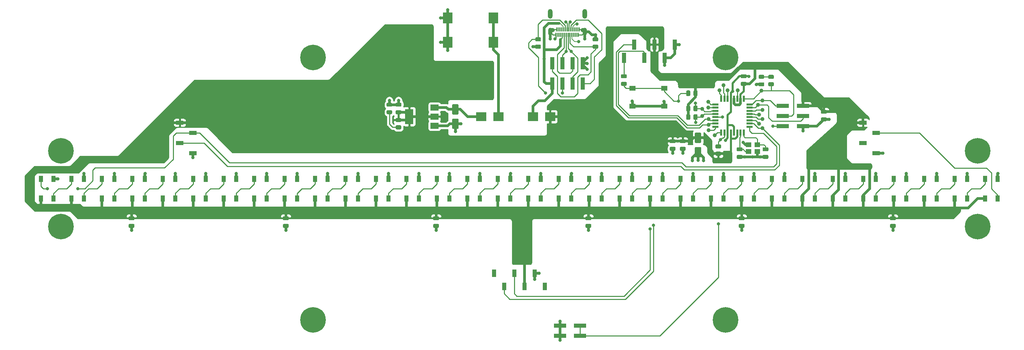
<source format=gbr>
%TF.GenerationSoftware,KiCad,Pcbnew,5.1.7-a382d34a8~87~ubuntu20.04.1*%
%TF.CreationDate,2020-11-03T23:07:43+05:30*%
%TF.ProjectId,halo,68616c6f-2e6b-4696-9361-645f70636258,v1*%
%TF.SameCoordinates,Original*%
%TF.FileFunction,Copper,L1,Top*%
%TF.FilePolarity,Positive*%
%FSLAX46Y46*%
G04 Gerber Fmt 4.6, Leading zero omitted, Abs format (unit mm)*
G04 Created by KiCad (PCBNEW 5.1.7-a382d34a8~87~ubuntu20.04.1) date 2020-11-03 23:07:43*
%MOMM*%
%LPD*%
G01*
G04 APERTURE LIST*
%TA.AperFunction,SMDPad,CuDef*%
%ADD10R,1.550000X1.300000*%
%TD*%
%TA.AperFunction,SMDPad,CuDef*%
%ADD11R,2.000000X3.800000*%
%TD*%
%TA.AperFunction,SMDPad,CuDef*%
%ADD12R,2.000000X1.500000*%
%TD*%
%TA.AperFunction,SMDPad,CuDef*%
%ADD13R,0.300000X1.000000*%
%TD*%
%TA.AperFunction,ComponentPad*%
%ADD14O,1.000000X2.000000*%
%TD*%
%TA.AperFunction,ComponentPad*%
%ADD15O,1.200000X2.400000*%
%TD*%
%TA.AperFunction,ComponentPad*%
%ADD16O,1.600000X1.000000*%
%TD*%
%TA.AperFunction,SMDPad,CuDef*%
%ADD17R,1.000000X3.150000*%
%TD*%
%TA.AperFunction,SMDPad,CuDef*%
%ADD18R,2.400000X2.800000*%
%TD*%
%TA.AperFunction,SMDPad,CuDef*%
%ADD19R,1.016000X1.905000*%
%TD*%
%TA.AperFunction,SMDPad,CuDef*%
%ADD20R,1.000000X1.500000*%
%TD*%
%TA.AperFunction,SMDPad,CuDef*%
%ADD21C,1.000000*%
%TD*%
%TA.AperFunction,SMDPad,CuDef*%
%ADD22R,1.900000X1.000000*%
%TD*%
%TA.AperFunction,SMDPad,CuDef*%
%ADD23R,1.000000X2.510000*%
%TD*%
%TA.AperFunction,SMDPad,CuDef*%
%ADD24R,3.150000X1.000000*%
%TD*%
%TA.AperFunction,ComponentPad*%
%ADD25C,6.400000*%
%TD*%
%TA.AperFunction,ComponentPad*%
%ADD26C,0.800000*%
%TD*%
%TA.AperFunction,SMDPad,CuDef*%
%ADD27R,0.550000X1.600000*%
%TD*%
%TA.AperFunction,SMDPad,CuDef*%
%ADD28R,1.600000X0.550000*%
%TD*%
%TA.AperFunction,SMDPad,CuDef*%
%ADD29R,1.400000X1.200000*%
%TD*%
%TA.AperFunction,SMDPad,CuDef*%
%ADD30R,2.500000X2.300000*%
%TD*%
%TA.AperFunction,ViaPad*%
%ADD31C,0.800000*%
%TD*%
%TA.AperFunction,Conductor*%
%ADD32C,0.635000*%
%TD*%
%TA.AperFunction,Conductor*%
%ADD33C,0.254000*%
%TD*%
%TA.AperFunction,Conductor*%
%ADD34C,0.508000*%
%TD*%
%TA.AperFunction,Conductor*%
%ADD35C,0.177800*%
%TD*%
%TA.AperFunction,Conductor*%
%ADD36C,0.100000*%
%TD*%
G04 APERTURE END LIST*
%TO.P,C10,2*%
%TO.N,+5V*%
%TA.AperFunction,SMDPad,CuDef*%
G36*
G01*
X216375000Y-82862000D02*
X215425000Y-82862000D01*
G75*
G02*
X215175000Y-82612000I0J250000D01*
G01*
X215175000Y-82112000D01*
G75*
G02*
X215425000Y-81862000I250000J0D01*
G01*
X216375000Y-81862000D01*
G75*
G02*
X216625000Y-82112000I0J-250000D01*
G01*
X216625000Y-82612000D01*
G75*
G02*
X216375000Y-82862000I-250000J0D01*
G01*
G37*
%TD.AperFunction*%
%TO.P,C10,1*%
%TO.N,GND*%
%TA.AperFunction,SMDPad,CuDef*%
G36*
G01*
X216375000Y-84762000D02*
X215425000Y-84762000D01*
G75*
G02*
X215175000Y-84512000I0J250000D01*
G01*
X215175000Y-84012000D01*
G75*
G02*
X215425000Y-83762000I250000J0D01*
G01*
X216375000Y-83762000D01*
G75*
G02*
X216625000Y-84012000I0J-250000D01*
G01*
X216625000Y-84512000D01*
G75*
G02*
X216375000Y-84762000I-250000J0D01*
G01*
G37*
%TD.AperFunction*%
%TD*%
%TO.P,C1,2*%
%TO.N,GND*%
%TA.AperFunction,SMDPad,CuDef*%
G36*
G01*
X183854000Y-91178000D02*
X184954000Y-91178000D01*
G75*
G02*
X185204000Y-91428000I0J-250000D01*
G01*
X185204000Y-93528000D01*
G75*
G02*
X184954000Y-93778000I-250000J0D01*
G01*
X183854000Y-93778000D01*
G75*
G02*
X183604000Y-93528000I0J250000D01*
G01*
X183604000Y-91428000D01*
G75*
G02*
X183854000Y-91178000I250000J0D01*
G01*
G37*
%TD.AperFunction*%
%TO.P,C1,1*%
%TO.N,+5V*%
%TA.AperFunction,SMDPad,CuDef*%
G36*
G01*
X183854000Y-87578000D02*
X184954000Y-87578000D01*
G75*
G02*
X185204000Y-87828000I0J-250000D01*
G01*
X185204000Y-89928000D01*
G75*
G02*
X184954000Y-90178000I-250000J0D01*
G01*
X183854000Y-90178000D01*
G75*
G02*
X183604000Y-89928000I0J250000D01*
G01*
X183604000Y-87828000D01*
G75*
G02*
X183854000Y-87578000I250000J0D01*
G01*
G37*
%TD.AperFunction*%
%TD*%
D10*
%TO.P,SW1,2*%
%TO.N,/RESET*%
X167983000Y-76490000D03*
%TO.P,SW1,1*%
%TO.N,GND*%
X167983000Y-80990000D03*
X175933000Y-80990000D03*
%TO.P,SW1,2*%
%TO.N,/RESET*%
X175933000Y-76490000D03*
%TD*%
D11*
%TO.P,U2,2*%
%TO.N,+5V*%
X112166000Y-83566000D03*
D12*
X118466000Y-83566000D03*
%TO.P,U2,3*%
%TO.N,/12V*%
X118466000Y-81266000D03*
%TO.P,U2,1*%
%TO.N,GND*%
X118466000Y-85866000D03*
%TD*%
%TO.P,C6,2*%
%TO.N,/PB7*%
%TA.AperFunction,SMDPad,CuDef*%
G36*
G01*
X201770000Y-92260000D02*
X200820000Y-92260000D01*
G75*
G02*
X200570000Y-92010000I0J250000D01*
G01*
X200570000Y-91510000D01*
G75*
G02*
X200820000Y-91260000I250000J0D01*
G01*
X201770000Y-91260000D01*
G75*
G02*
X202020000Y-91510000I0J-250000D01*
G01*
X202020000Y-92010000D01*
G75*
G02*
X201770000Y-92260000I-250000J0D01*
G01*
G37*
%TD.AperFunction*%
%TO.P,C6,1*%
%TO.N,GND*%
%TA.AperFunction,SMDPad,CuDef*%
G36*
G01*
X201770000Y-94160000D02*
X200820000Y-94160000D01*
G75*
G02*
X200570000Y-93910000I0J250000D01*
G01*
X200570000Y-93410000D01*
G75*
G02*
X200820000Y-93160000I250000J0D01*
G01*
X201770000Y-93160000D01*
G75*
G02*
X202020000Y-93410000I0J-250000D01*
G01*
X202020000Y-93910000D01*
G75*
G02*
X201770000Y-94160000I-250000J0D01*
G01*
G37*
%TD.AperFunction*%
%TD*%
D13*
%TO.P,J2,A1*%
%TO.N,GND*%
X154390000Y-63077000D03*
%TO.P,J2,A2*%
%TO.N,N/C*%
X153890000Y-63077000D03*
%TO.P,J2,A3*%
X153390000Y-63077000D03*
%TO.P,J2,A4*%
%TO.N,/Vusb*%
X152890000Y-63077000D03*
%TO.P,J2,A5*%
%TO.N,/CC1*%
X152390000Y-63077000D03*
%TO.P,J2,A6*%
%TO.N,/D+*%
X151890000Y-63077000D03*
%TO.P,J2,A7*%
%TO.N,/D-*%
X151390000Y-63077000D03*
%TO.P,J2,A8*%
%TO.N,/SBU1*%
X150890000Y-63077000D03*
%TO.P,J2,A9*%
%TO.N,/Vusb*%
X150390000Y-63077000D03*
%TO.P,J2,A10*%
%TO.N,N/C*%
X149890000Y-63077000D03*
%TO.P,J2,A11*%
X149390000Y-63077000D03*
%TO.P,J2,A12*%
%TO.N,GND*%
X148890000Y-63077000D03*
%TO.P,J2,B1*%
X149140000Y-61727000D03*
%TO.P,J2,B2*%
%TO.N,N/C*%
X149640000Y-61727000D03*
%TO.P,J2,B3*%
X150140000Y-61727000D03*
%TO.P,J2,B4*%
%TO.N,/Vusb*%
X150640000Y-61727000D03*
%TO.P,J2,B5*%
%TO.N,/CC2*%
X151140000Y-61727000D03*
%TO.P,J2,B6*%
%TO.N,/D+*%
X151640000Y-61727000D03*
%TO.P,J2,B7*%
%TO.N,/D-*%
X152140000Y-61727000D03*
%TO.P,J2,B8*%
%TO.N,/SBU2*%
X152640000Y-61727000D03*
%TO.P,J2,B9*%
%TO.N,/Vusb*%
X153140000Y-61727000D03*
%TO.P,J2,B10*%
%TO.N,N/C*%
X153640000Y-61727000D03*
%TO.P,J2,B11*%
X154140000Y-61727000D03*
%TO.P,J2,B12*%
%TO.N,GND*%
X154640000Y-61727000D03*
D14*
%TO.P,J2,S1*%
X156085000Y-62377000D03*
X147445000Y-62377000D03*
D15*
X147445000Y-57827000D03*
X156085000Y-57827000D03*
D16*
X147740000Y-61882000D03*
X155790000Y-61882000D03*
%TD*%
D17*
%TO.P,J1,8*%
%TO.N,GND*%
X155575000Y-70246000D03*
%TO.P,J1,7*%
%TO.N,/SBU2*%
X155575000Y-75296000D03*
%TO.P,J1,6*%
%TO.N,/SBU1*%
X153035000Y-70246000D03*
%TO.P,J1,5*%
%TO.N,/D+*%
X153035000Y-75296000D03*
%TO.P,J1,4*%
%TO.N,/D-*%
X150495000Y-70246000D03*
%TO.P,J1,3*%
%TO.N,/CC2*%
X150495000Y-75296000D03*
%TO.P,J1,2*%
%TO.N,/CC1*%
X147955000Y-70246000D03*
%TO.P,J1,1*%
%TO.N,/Vusb*%
X147955000Y-75296000D03*
%TD*%
D18*
%TO.P,J3,1*%
%TO.N,/Vin*%
X133208000Y-64948000D03*
X133208000Y-58848000D03*
%TO.P,J3,2*%
%TO.N,GND*%
X121808000Y-58848000D03*
%TO.P,J3,3*%
X121808000Y-64948000D03*
%TD*%
D19*
%TO.P,P5,*%
%TO.N,*%
X133350000Y-122809000D03*
%TO.P,P5,4*%
%TO.N,/SCL*%
X135890000Y-126111000D03*
%TO.P,P5,3*%
%TO.N,/SDA*%
X138430000Y-122809000D03*
%TO.P,P5,2*%
%TO.N,+5V*%
X140970000Y-126111000D03*
%TO.P,P5,1*%
%TO.N,GND*%
X143510000Y-122809000D03*
%TO.P,P5,*%
%TO.N,*%
X146050000Y-126111000D03*
%TD*%
D20*
%TO.P,D32,1*%
%TO.N,+5V*%
X256210000Y-104050000D03*
%TO.P,D32,2*%
%TO.N,/LED/D5~~_DAT_OUT*%
X259410000Y-104050000D03*
%TO.P,D32,4*%
%TO.N,Net-(D31-Pad2)*%
X256210000Y-99150000D03*
%TO.P,D32,3*%
%TO.N,GND*%
X259410000Y-99150000D03*
%TD*%
%TO.P,D31,1*%
%TO.N,+5V*%
X248590000Y-104050000D03*
%TO.P,D31,2*%
%TO.N,Net-(D31-Pad2)*%
X251790000Y-104050000D03*
%TO.P,D31,4*%
%TO.N,Net-(D30-Pad2)*%
X248590000Y-99150000D03*
%TO.P,D31,3*%
%TO.N,GND*%
X251790000Y-99150000D03*
%TD*%
%TO.P,C9,2*%
%TO.N,/RESET*%
%TA.AperFunction,SMDPad,CuDef*%
G36*
G01*
X165387000Y-74872000D02*
X166337000Y-74872000D01*
G75*
G02*
X166587000Y-75122000I0J-250000D01*
G01*
X166587000Y-75622000D01*
G75*
G02*
X166337000Y-75872000I-250000J0D01*
G01*
X165387000Y-75872000D01*
G75*
G02*
X165137000Y-75622000I0J250000D01*
G01*
X165137000Y-75122000D01*
G75*
G02*
X165387000Y-74872000I250000J0D01*
G01*
G37*
%TD.AperFunction*%
%TO.P,C9,1*%
%TO.N,Net-(C9-Pad1)*%
%TA.AperFunction,SMDPad,CuDef*%
G36*
G01*
X165387000Y-72972000D02*
X166337000Y-72972000D01*
G75*
G02*
X166587000Y-73222000I0J-250000D01*
G01*
X166587000Y-73722000D01*
G75*
G02*
X166337000Y-73972000I-250000J0D01*
G01*
X165387000Y-73972000D01*
G75*
G02*
X165137000Y-73722000I0J250000D01*
G01*
X165137000Y-73222000D01*
G75*
G02*
X165387000Y-72972000I250000J0D01*
G01*
G37*
%TD.AperFunction*%
%TD*%
%TO.P,R1,2*%
%TO.N,/RESET*%
%TA.AperFunction,SMDPad,CuDef*%
G36*
G01*
X182480000Y-77273998D02*
X182480000Y-78174002D01*
G75*
G02*
X182230002Y-78424000I-249998J0D01*
G01*
X181704998Y-78424000D01*
G75*
G02*
X181455000Y-78174002I0J249998D01*
G01*
X181455000Y-77273998D01*
G75*
G02*
X181704998Y-77024000I249998J0D01*
G01*
X182230002Y-77024000D01*
G75*
G02*
X182480000Y-77273998I0J-249998D01*
G01*
G37*
%TD.AperFunction*%
%TO.P,R1,1*%
%TO.N,+5V*%
%TA.AperFunction,SMDPad,CuDef*%
G36*
G01*
X184305000Y-77273998D02*
X184305000Y-78174002D01*
G75*
G02*
X184055002Y-78424000I-249998J0D01*
G01*
X183529998Y-78424000D01*
G75*
G02*
X183280000Y-78174002I0J249998D01*
G01*
X183280000Y-77273998D01*
G75*
G02*
X183529998Y-77024000I249998J0D01*
G01*
X184055002Y-77024000D01*
G75*
G02*
X184305000Y-77273998I0J-249998D01*
G01*
G37*
%TD.AperFunction*%
%TD*%
D21*
%TO.P,B1,1*%
%TO.N,/SDA*%
X185420000Y-81661000D03*
%TD*%
%TO.P,B2,1*%
%TO.N,/SCL*%
X185420000Y-83439000D03*
%TD*%
%TO.P,B3,1*%
%TO.N,/A0*%
X190754000Y-75692000D03*
%TD*%
%TO.P,B4,1*%
%TO.N,/A1*%
X189738000Y-76962000D03*
%TD*%
%TO.P,B5,1*%
%TO.N,/A2*%
X186944000Y-79883000D03*
%TD*%
%TO.P,B6,1*%
%TO.N,/A3*%
X186944000Y-81280000D03*
%TD*%
%TO.P,B7,1*%
%TO.N,/A6*%
X194310000Y-76962000D03*
%TD*%
%TO.P,B8,1*%
%TO.N,/A7*%
X191770000Y-76962000D03*
%TD*%
%TO.P,B9,1*%
%TO.N,/RXD*%
X187071000Y-84201000D03*
%TD*%
%TO.P,B10,1*%
%TO.N,/TXD*%
X187071000Y-85598000D03*
%TD*%
%TO.P,B11,1*%
%TO.N,/D2*%
X187071000Y-86995000D03*
%TD*%
%TO.P,B12,1*%
%TO.N,/D3~~*%
X188595000Y-88265000D03*
%TD*%
%TO.P,B13,1*%
%TO.N,/D7*%
X199644000Y-85344000D03*
%TD*%
%TO.P,B14,1*%
%TO.N,/D8*%
X200533000Y-84201000D03*
%TD*%
%TO.P,B15,1*%
%TO.N,/D9~~*%
X199644000Y-83058000D03*
%TD*%
%TO.P,B16,1*%
%TO.N,/SS*%
X200533000Y-81915000D03*
%TD*%
%TO.P,B17,1*%
%TO.N,/MOSI*%
X199390000Y-80645000D03*
%TD*%
%TO.P,B18,1*%
%TO.N,/MISO*%
X200533000Y-79502000D03*
%TD*%
%TO.P,B19,1*%
%TO.N,/SCK*%
X200279000Y-77089000D03*
%TD*%
%TO.P,B20,1*%
%TO.N,/D6~~_CLK*%
X200533000Y-86487000D03*
%TD*%
%TO.P,C11,2*%
%TO.N,+5V*%
%TA.AperFunction,SMDPad,CuDef*%
G36*
G01*
X43147000Y-109532000D02*
X42197000Y-109532000D01*
G75*
G02*
X41947000Y-109282000I0J250000D01*
G01*
X41947000Y-108782000D01*
G75*
G02*
X42197000Y-108532000I250000J0D01*
G01*
X43147000Y-108532000D01*
G75*
G02*
X43397000Y-108782000I0J-250000D01*
G01*
X43397000Y-109282000D01*
G75*
G02*
X43147000Y-109532000I-250000J0D01*
G01*
G37*
%TD.AperFunction*%
%TO.P,C11,1*%
%TO.N,GND*%
%TA.AperFunction,SMDPad,CuDef*%
G36*
G01*
X43147000Y-111432000D02*
X42197000Y-111432000D01*
G75*
G02*
X41947000Y-111182000I0J250000D01*
G01*
X41947000Y-110682000D01*
G75*
G02*
X42197000Y-110432000I250000J0D01*
G01*
X43147000Y-110432000D01*
G75*
G02*
X43397000Y-110682000I0J-250000D01*
G01*
X43397000Y-111182000D01*
G75*
G02*
X43147000Y-111432000I-250000J0D01*
G01*
G37*
%TD.AperFunction*%
%TD*%
%TO.P,C12,2*%
%TO.N,+5V*%
%TA.AperFunction,SMDPad,CuDef*%
G36*
G01*
X81755000Y-109532000D02*
X80805000Y-109532000D01*
G75*
G02*
X80555000Y-109282000I0J250000D01*
G01*
X80555000Y-108782000D01*
G75*
G02*
X80805000Y-108532000I250000J0D01*
G01*
X81755000Y-108532000D01*
G75*
G02*
X82005000Y-108782000I0J-250000D01*
G01*
X82005000Y-109282000D01*
G75*
G02*
X81755000Y-109532000I-250000J0D01*
G01*
G37*
%TD.AperFunction*%
%TO.P,C12,1*%
%TO.N,GND*%
%TA.AperFunction,SMDPad,CuDef*%
G36*
G01*
X81755000Y-111432000D02*
X80805000Y-111432000D01*
G75*
G02*
X80555000Y-111182000I0J250000D01*
G01*
X80555000Y-110682000D01*
G75*
G02*
X80805000Y-110432000I250000J0D01*
G01*
X81755000Y-110432000D01*
G75*
G02*
X82005000Y-110682000I0J-250000D01*
G01*
X82005000Y-111182000D01*
G75*
G02*
X81755000Y-111432000I-250000J0D01*
G01*
G37*
%TD.AperFunction*%
%TD*%
%TO.P,C13,2*%
%TO.N,+5V*%
%TA.AperFunction,SMDPad,CuDef*%
G36*
G01*
X119347000Y-109532000D02*
X118397000Y-109532000D01*
G75*
G02*
X118147000Y-109282000I0J250000D01*
G01*
X118147000Y-108782000D01*
G75*
G02*
X118397000Y-108532000I250000J0D01*
G01*
X119347000Y-108532000D01*
G75*
G02*
X119597000Y-108782000I0J-250000D01*
G01*
X119597000Y-109282000D01*
G75*
G02*
X119347000Y-109532000I-250000J0D01*
G01*
G37*
%TD.AperFunction*%
%TO.P,C13,1*%
%TO.N,GND*%
%TA.AperFunction,SMDPad,CuDef*%
G36*
G01*
X119347000Y-111432000D02*
X118397000Y-111432000D01*
G75*
G02*
X118147000Y-111182000I0J250000D01*
G01*
X118147000Y-110682000D01*
G75*
G02*
X118397000Y-110432000I250000J0D01*
G01*
X119347000Y-110432000D01*
G75*
G02*
X119597000Y-110682000I0J-250000D01*
G01*
X119597000Y-111182000D01*
G75*
G02*
X119347000Y-111432000I-250000J0D01*
G01*
G37*
%TD.AperFunction*%
%TD*%
%TO.P,C14,2*%
%TO.N,+5V*%
%TA.AperFunction,SMDPad,CuDef*%
G36*
G01*
X157447000Y-109532000D02*
X156497000Y-109532000D01*
G75*
G02*
X156247000Y-109282000I0J250000D01*
G01*
X156247000Y-108782000D01*
G75*
G02*
X156497000Y-108532000I250000J0D01*
G01*
X157447000Y-108532000D01*
G75*
G02*
X157697000Y-108782000I0J-250000D01*
G01*
X157697000Y-109282000D01*
G75*
G02*
X157447000Y-109532000I-250000J0D01*
G01*
G37*
%TD.AperFunction*%
%TO.P,C14,1*%
%TO.N,GND*%
%TA.AperFunction,SMDPad,CuDef*%
G36*
G01*
X157447000Y-111432000D02*
X156497000Y-111432000D01*
G75*
G02*
X156247000Y-111182000I0J250000D01*
G01*
X156247000Y-110682000D01*
G75*
G02*
X156497000Y-110432000I250000J0D01*
G01*
X157447000Y-110432000D01*
G75*
G02*
X157697000Y-110682000I0J-250000D01*
G01*
X157697000Y-111182000D01*
G75*
G02*
X157447000Y-111432000I-250000J0D01*
G01*
G37*
%TD.AperFunction*%
%TD*%
%TO.P,C15,2*%
%TO.N,+5V*%
%TA.AperFunction,SMDPad,CuDef*%
G36*
G01*
X195801000Y-109532000D02*
X194851000Y-109532000D01*
G75*
G02*
X194601000Y-109282000I0J250000D01*
G01*
X194601000Y-108782000D01*
G75*
G02*
X194851000Y-108532000I250000J0D01*
G01*
X195801000Y-108532000D01*
G75*
G02*
X196051000Y-108782000I0J-250000D01*
G01*
X196051000Y-109282000D01*
G75*
G02*
X195801000Y-109532000I-250000J0D01*
G01*
G37*
%TD.AperFunction*%
%TO.P,C15,1*%
%TO.N,GND*%
%TA.AperFunction,SMDPad,CuDef*%
G36*
G01*
X195801000Y-111432000D02*
X194851000Y-111432000D01*
G75*
G02*
X194601000Y-111182000I0J250000D01*
G01*
X194601000Y-110682000D01*
G75*
G02*
X194851000Y-110432000I250000J0D01*
G01*
X195801000Y-110432000D01*
G75*
G02*
X196051000Y-110682000I0J-250000D01*
G01*
X196051000Y-111182000D01*
G75*
G02*
X195801000Y-111432000I-250000J0D01*
G01*
G37*
%TD.AperFunction*%
%TD*%
%TO.P,C16,2*%
%TO.N,+5V*%
%TA.AperFunction,SMDPad,CuDef*%
G36*
G01*
X233647000Y-109532000D02*
X232697000Y-109532000D01*
G75*
G02*
X232447000Y-109282000I0J250000D01*
G01*
X232447000Y-108782000D01*
G75*
G02*
X232697000Y-108532000I250000J0D01*
G01*
X233647000Y-108532000D01*
G75*
G02*
X233897000Y-108782000I0J-250000D01*
G01*
X233897000Y-109282000D01*
G75*
G02*
X233647000Y-109532000I-250000J0D01*
G01*
G37*
%TD.AperFunction*%
%TO.P,C16,1*%
%TO.N,GND*%
%TA.AperFunction,SMDPad,CuDef*%
G36*
G01*
X233647000Y-111432000D02*
X232697000Y-111432000D01*
G75*
G02*
X232447000Y-111182000I0J250000D01*
G01*
X232447000Y-110682000D01*
G75*
G02*
X232697000Y-110432000I250000J0D01*
G01*
X233647000Y-110432000D01*
G75*
G02*
X233897000Y-110682000I0J-250000D01*
G01*
X233897000Y-111182000D01*
G75*
G02*
X233647000Y-111432000I-250000J0D01*
G01*
G37*
%TD.AperFunction*%
%TD*%
%TO.P,C2,2*%
%TO.N,GND*%
%TA.AperFunction,SMDPad,CuDef*%
G36*
G01*
X196309000Y-73972000D02*
X195359000Y-73972000D01*
G75*
G02*
X195109000Y-73722000I0J250000D01*
G01*
X195109000Y-73222000D01*
G75*
G02*
X195359000Y-72972000I250000J0D01*
G01*
X196309000Y-72972000D01*
G75*
G02*
X196559000Y-73222000I0J-250000D01*
G01*
X196559000Y-73722000D01*
G75*
G02*
X196309000Y-73972000I-250000J0D01*
G01*
G37*
%TD.AperFunction*%
%TO.P,C2,1*%
%TO.N,+5V*%
%TA.AperFunction,SMDPad,CuDef*%
G36*
G01*
X196309000Y-75872000D02*
X195359000Y-75872000D01*
G75*
G02*
X195109000Y-75622000I0J250000D01*
G01*
X195109000Y-75122000D01*
G75*
G02*
X195359000Y-74872000I250000J0D01*
G01*
X196309000Y-74872000D01*
G75*
G02*
X196559000Y-75122000I0J-250000D01*
G01*
X196559000Y-75622000D01*
G75*
G02*
X196309000Y-75872000I-250000J0D01*
G01*
G37*
%TD.AperFunction*%
%TD*%
%TO.P,C3,2*%
%TO.N,GND*%
%TA.AperFunction,SMDPad,CuDef*%
G36*
G01*
X180119000Y-91128000D02*
X181069000Y-91128000D01*
G75*
G02*
X181319000Y-91378000I0J-250000D01*
G01*
X181319000Y-91878000D01*
G75*
G02*
X181069000Y-92128000I-250000J0D01*
G01*
X180119000Y-92128000D01*
G75*
G02*
X179869000Y-91878000I0J250000D01*
G01*
X179869000Y-91378000D01*
G75*
G02*
X180119000Y-91128000I250000J0D01*
G01*
G37*
%TD.AperFunction*%
%TO.P,C3,1*%
%TO.N,+5V*%
%TA.AperFunction,SMDPad,CuDef*%
G36*
G01*
X180119000Y-89228000D02*
X181069000Y-89228000D01*
G75*
G02*
X181319000Y-89478000I0J-250000D01*
G01*
X181319000Y-89978000D01*
G75*
G02*
X181069000Y-90228000I-250000J0D01*
G01*
X180119000Y-90228000D01*
G75*
G02*
X179869000Y-89978000I0J250000D01*
G01*
X179869000Y-89478000D01*
G75*
G02*
X180119000Y-89228000I250000J0D01*
G01*
G37*
%TD.AperFunction*%
%TD*%
%TO.P,C4,2*%
%TO.N,GND*%
%TA.AperFunction,SMDPad,CuDef*%
G36*
G01*
X177579000Y-91128000D02*
X178529000Y-91128000D01*
G75*
G02*
X178779000Y-91378000I0J-250000D01*
G01*
X178779000Y-91878000D01*
G75*
G02*
X178529000Y-92128000I-250000J0D01*
G01*
X177579000Y-92128000D01*
G75*
G02*
X177329000Y-91878000I0J250000D01*
G01*
X177329000Y-91378000D01*
G75*
G02*
X177579000Y-91128000I250000J0D01*
G01*
G37*
%TD.AperFunction*%
%TO.P,C4,1*%
%TO.N,+5V*%
%TA.AperFunction,SMDPad,CuDef*%
G36*
G01*
X177579000Y-89228000D02*
X178529000Y-89228000D01*
G75*
G02*
X178779000Y-89478000I0J-250000D01*
G01*
X178779000Y-89978000D01*
G75*
G02*
X178529000Y-90228000I-250000J0D01*
G01*
X177579000Y-90228000D01*
G75*
G02*
X177329000Y-89978000I0J250000D01*
G01*
X177329000Y-89478000D01*
G75*
G02*
X177579000Y-89228000I250000J0D01*
G01*
G37*
%TD.AperFunction*%
%TD*%
%TO.P,C5,2*%
%TO.N,GND*%
%TA.AperFunction,SMDPad,CuDef*%
G36*
G01*
X194343000Y-93160000D02*
X195293000Y-93160000D01*
G75*
G02*
X195543000Y-93410000I0J-250000D01*
G01*
X195543000Y-93910000D01*
G75*
G02*
X195293000Y-94160000I-250000J0D01*
G01*
X194343000Y-94160000D01*
G75*
G02*
X194093000Y-93910000I0J250000D01*
G01*
X194093000Y-93410000D01*
G75*
G02*
X194343000Y-93160000I250000J0D01*
G01*
G37*
%TD.AperFunction*%
%TO.P,C5,1*%
%TO.N,/PB6*%
%TA.AperFunction,SMDPad,CuDef*%
G36*
G01*
X194343000Y-91260000D02*
X195293000Y-91260000D01*
G75*
G02*
X195543000Y-91510000I0J-250000D01*
G01*
X195543000Y-92010000D01*
G75*
G02*
X195293000Y-92260000I-250000J0D01*
G01*
X194343000Y-92260000D01*
G75*
G02*
X194093000Y-92010000I0J250000D01*
G01*
X194093000Y-91510000D01*
G75*
G02*
X194343000Y-91260000I250000J0D01*
G01*
G37*
%TD.AperFunction*%
%TD*%
%TO.P,C7,2*%
%TO.N,GND*%
%TA.AperFunction,SMDPad,CuDef*%
G36*
G01*
X123148000Y-84066000D02*
X124248000Y-84066000D01*
G75*
G02*
X124498000Y-84316000I0J-250000D01*
G01*
X124498000Y-86416000D01*
G75*
G02*
X124248000Y-86666000I-250000J0D01*
G01*
X123148000Y-86666000D01*
G75*
G02*
X122898000Y-86416000I0J250000D01*
G01*
X122898000Y-84316000D01*
G75*
G02*
X123148000Y-84066000I250000J0D01*
G01*
G37*
%TD.AperFunction*%
%TO.P,C7,1*%
%TO.N,/12V*%
%TA.AperFunction,SMDPad,CuDef*%
G36*
G01*
X123148000Y-80466000D02*
X124248000Y-80466000D01*
G75*
G02*
X124498000Y-80716000I0J-250000D01*
G01*
X124498000Y-82816000D01*
G75*
G02*
X124248000Y-83066000I-250000J0D01*
G01*
X123148000Y-83066000D01*
G75*
G02*
X122898000Y-82816000I0J250000D01*
G01*
X122898000Y-80716000D01*
G75*
G02*
X123148000Y-80466000I250000J0D01*
G01*
G37*
%TD.AperFunction*%
%TD*%
%TO.P,C8,2*%
%TO.N,GND*%
%TA.AperFunction,SMDPad,CuDef*%
G36*
G01*
X109949000Y-81084000D02*
X108999000Y-81084000D01*
G75*
G02*
X108749000Y-80834000I0J250000D01*
G01*
X108749000Y-80334000D01*
G75*
G02*
X108999000Y-80084000I250000J0D01*
G01*
X109949000Y-80084000D01*
G75*
G02*
X110199000Y-80334000I0J-250000D01*
G01*
X110199000Y-80834000D01*
G75*
G02*
X109949000Y-81084000I-250000J0D01*
G01*
G37*
%TD.AperFunction*%
%TO.P,C8,1*%
%TO.N,+5V*%
%TA.AperFunction,SMDPad,CuDef*%
G36*
G01*
X109949000Y-82984000D02*
X108999000Y-82984000D01*
G75*
G02*
X108749000Y-82734000I0J250000D01*
G01*
X108749000Y-82234000D01*
G75*
G02*
X108999000Y-81984000I250000J0D01*
G01*
X109949000Y-81984000D01*
G75*
G02*
X110199000Y-82234000I0J-250000D01*
G01*
X110199000Y-82734000D01*
G75*
G02*
X109949000Y-82984000I-250000J0D01*
G01*
G37*
%TD.AperFunction*%
%TD*%
D20*
%TO.P,D1,1*%
%TO.N,+5V*%
X19990000Y-104050000D03*
%TO.P,D1,2*%
%TO.N,Net-(D1-Pad2)*%
X23190000Y-104050000D03*
%TO.P,D1,4*%
%TO.N,/D5~~_DAT*%
X19990000Y-99150000D03*
%TO.P,D1,3*%
%TO.N,GND*%
X23190000Y-99150000D03*
%TD*%
%TO.P,D2,1*%
%TO.N,+5V*%
X27610000Y-104050000D03*
%TO.P,D2,2*%
%TO.N,Net-(D2-Pad2)*%
X30810000Y-104050000D03*
%TO.P,D2,4*%
%TO.N,Net-(D1-Pad2)*%
X27610000Y-99150000D03*
%TO.P,D2,3*%
%TO.N,GND*%
X30810000Y-99150000D03*
%TD*%
%TO.P,D3,1*%
%TO.N,+5V*%
X35230000Y-104050000D03*
%TO.P,D3,2*%
%TO.N,Net-(D3-Pad2)*%
X38430000Y-104050000D03*
%TO.P,D3,4*%
%TO.N,Net-(D2-Pad2)*%
X35230000Y-99150000D03*
%TO.P,D3,3*%
%TO.N,GND*%
X38430000Y-99150000D03*
%TD*%
%TO.P,D4,1*%
%TO.N,+5V*%
X42850000Y-104050000D03*
%TO.P,D4,2*%
%TO.N,Net-(D4-Pad2)*%
X46050000Y-104050000D03*
%TO.P,D4,4*%
%TO.N,Net-(D3-Pad2)*%
X42850000Y-99150000D03*
%TO.P,D4,3*%
%TO.N,GND*%
X46050000Y-99150000D03*
%TD*%
%TO.P,D5,1*%
%TO.N,+5V*%
X50470000Y-104050000D03*
%TO.P,D5,2*%
%TO.N,Net-(D5-Pad2)*%
X53670000Y-104050000D03*
%TO.P,D5,4*%
%TO.N,Net-(D4-Pad2)*%
X50470000Y-99150000D03*
%TO.P,D5,3*%
%TO.N,GND*%
X53670000Y-99150000D03*
%TD*%
%TO.P,D6,1*%
%TO.N,+5V*%
X58090000Y-104050000D03*
%TO.P,D6,2*%
%TO.N,Net-(D6-Pad2)*%
X61290000Y-104050000D03*
%TO.P,D6,4*%
%TO.N,Net-(D5-Pad2)*%
X58090000Y-99150000D03*
%TO.P,D6,3*%
%TO.N,GND*%
X61290000Y-99150000D03*
%TD*%
%TO.P,D7,1*%
%TO.N,+5V*%
X65710000Y-104050000D03*
%TO.P,D7,2*%
%TO.N,Net-(D7-Pad2)*%
X68910000Y-104050000D03*
%TO.P,D7,4*%
%TO.N,Net-(D6-Pad2)*%
X65710000Y-99150000D03*
%TO.P,D7,3*%
%TO.N,GND*%
X68910000Y-99150000D03*
%TD*%
%TO.P,D8,1*%
%TO.N,+5V*%
X73330000Y-104050000D03*
%TO.P,D8,2*%
%TO.N,Net-(D8-Pad2)*%
X76530000Y-104050000D03*
%TO.P,D8,4*%
%TO.N,Net-(D7-Pad2)*%
X73330000Y-99150000D03*
%TO.P,D8,3*%
%TO.N,GND*%
X76530000Y-99150000D03*
%TD*%
%TO.P,D9,1*%
%TO.N,+5V*%
X80950000Y-104050000D03*
%TO.P,D9,2*%
%TO.N,Net-(D10-Pad4)*%
X84150000Y-104050000D03*
%TO.P,D9,4*%
%TO.N,Net-(D8-Pad2)*%
X80950000Y-99150000D03*
%TO.P,D9,3*%
%TO.N,GND*%
X84150000Y-99150000D03*
%TD*%
%TO.P,D10,1*%
%TO.N,+5V*%
X88570000Y-104050000D03*
%TO.P,D10,2*%
%TO.N,Net-(D10-Pad2)*%
X91770000Y-104050000D03*
%TO.P,D10,4*%
%TO.N,Net-(D10-Pad4)*%
X88570000Y-99150000D03*
%TO.P,D10,3*%
%TO.N,GND*%
X91770000Y-99150000D03*
%TD*%
%TO.P,D11,1*%
%TO.N,+5V*%
X96190000Y-104050000D03*
%TO.P,D11,2*%
%TO.N,Net-(D11-Pad2)*%
X99390000Y-104050000D03*
%TO.P,D11,4*%
%TO.N,Net-(D10-Pad2)*%
X96190000Y-99150000D03*
%TO.P,D11,3*%
%TO.N,GND*%
X99390000Y-99150000D03*
%TD*%
%TO.P,D12,1*%
%TO.N,+5V*%
X103810000Y-104050000D03*
%TO.P,D12,2*%
%TO.N,Net-(D12-Pad2)*%
X107010000Y-104050000D03*
%TO.P,D12,4*%
%TO.N,Net-(D11-Pad2)*%
X103810000Y-99150000D03*
%TO.P,D12,3*%
%TO.N,GND*%
X107010000Y-99150000D03*
%TD*%
%TO.P,D13,1*%
%TO.N,+5V*%
X111430000Y-104050000D03*
%TO.P,D13,2*%
%TO.N,Net-(D13-Pad2)*%
X114630000Y-104050000D03*
%TO.P,D13,4*%
%TO.N,Net-(D12-Pad2)*%
X111430000Y-99150000D03*
%TO.P,D13,3*%
%TO.N,GND*%
X114630000Y-99150000D03*
%TD*%
%TO.P,D14,1*%
%TO.N,+5V*%
X119050000Y-104050000D03*
%TO.P,D14,2*%
%TO.N,Net-(D14-Pad2)*%
X122250000Y-104050000D03*
%TO.P,D14,4*%
%TO.N,Net-(D13-Pad2)*%
X119050000Y-99150000D03*
%TO.P,D14,3*%
%TO.N,GND*%
X122250000Y-99150000D03*
%TD*%
%TO.P,D15,1*%
%TO.N,+5V*%
X126670000Y-104050000D03*
%TO.P,D15,2*%
%TO.N,Net-(D15-Pad2)*%
X129870000Y-104050000D03*
%TO.P,D15,4*%
%TO.N,Net-(D14-Pad2)*%
X126670000Y-99150000D03*
%TO.P,D15,3*%
%TO.N,GND*%
X129870000Y-99150000D03*
%TD*%
%TO.P,D16,1*%
%TO.N,+5V*%
X134290000Y-104050000D03*
%TO.P,D16,2*%
%TO.N,Net-(D16-Pad2)*%
X137490000Y-104050000D03*
%TO.P,D16,4*%
%TO.N,Net-(D15-Pad2)*%
X134290000Y-99150000D03*
%TO.P,D16,3*%
%TO.N,GND*%
X137490000Y-99150000D03*
%TD*%
%TO.P,D17,1*%
%TO.N,+5V*%
X141910000Y-104050000D03*
%TO.P,D17,2*%
%TO.N,Net-(D17-Pad2)*%
X145110000Y-104050000D03*
%TO.P,D17,4*%
%TO.N,Net-(D16-Pad2)*%
X141910000Y-99150000D03*
%TO.P,D17,3*%
%TO.N,GND*%
X145110000Y-99150000D03*
%TD*%
%TO.P,D18,1*%
%TO.N,+5V*%
X149530000Y-104050000D03*
%TO.P,D18,2*%
%TO.N,Net-(D18-Pad2)*%
X152730000Y-104050000D03*
%TO.P,D18,4*%
%TO.N,Net-(D17-Pad2)*%
X149530000Y-99150000D03*
%TO.P,D18,3*%
%TO.N,GND*%
X152730000Y-99150000D03*
%TD*%
%TO.P,D19,1*%
%TO.N,+5V*%
X157150000Y-104050000D03*
%TO.P,D19,2*%
%TO.N,Net-(D19-Pad2)*%
X160350000Y-104050000D03*
%TO.P,D19,4*%
%TO.N,Net-(D18-Pad2)*%
X157150000Y-99150000D03*
%TO.P,D19,3*%
%TO.N,GND*%
X160350000Y-99150000D03*
%TD*%
%TO.P,D20,1*%
%TO.N,+5V*%
X164770000Y-104050000D03*
%TO.P,D20,2*%
%TO.N,Net-(D20-Pad2)*%
X167970000Y-104050000D03*
%TO.P,D20,4*%
%TO.N,Net-(D19-Pad2)*%
X164770000Y-99150000D03*
%TO.P,D20,3*%
%TO.N,GND*%
X167970000Y-99150000D03*
%TD*%
%TO.P,D21,1*%
%TO.N,+5V*%
X172390000Y-104050000D03*
%TO.P,D21,2*%
%TO.N,Net-(D21-Pad2)*%
X175590000Y-104050000D03*
%TO.P,D21,4*%
%TO.N,Net-(D20-Pad2)*%
X172390000Y-99150000D03*
%TO.P,D21,3*%
%TO.N,GND*%
X175590000Y-99150000D03*
%TD*%
%TO.P,D22,1*%
%TO.N,+5V*%
X180010000Y-104050000D03*
%TO.P,D22,2*%
%TO.N,Net-(D22-Pad2)*%
X183210000Y-104050000D03*
%TO.P,D22,4*%
%TO.N,Net-(D21-Pad2)*%
X180010000Y-99150000D03*
%TO.P,D22,3*%
%TO.N,GND*%
X183210000Y-99150000D03*
%TD*%
%TO.P,D23,1*%
%TO.N,+5V*%
X187630000Y-104050000D03*
%TO.P,D23,2*%
%TO.N,Net-(D23-Pad2)*%
X190830000Y-104050000D03*
%TO.P,D23,4*%
%TO.N,Net-(D22-Pad2)*%
X187630000Y-99150000D03*
%TO.P,D23,3*%
%TO.N,GND*%
X190830000Y-99150000D03*
%TD*%
%TO.P,D24,1*%
%TO.N,+5V*%
X195250000Y-104050000D03*
%TO.P,D24,2*%
%TO.N,Net-(D24-Pad2)*%
X198450000Y-104050000D03*
%TO.P,D24,4*%
%TO.N,Net-(D23-Pad2)*%
X195250000Y-99150000D03*
%TO.P,D24,3*%
%TO.N,GND*%
X198450000Y-99150000D03*
%TD*%
%TO.P,D25,1*%
%TO.N,+5V*%
X202870000Y-104050000D03*
%TO.P,D25,2*%
%TO.N,Net-(D25-Pad2)*%
X206070000Y-104050000D03*
%TO.P,D25,4*%
%TO.N,Net-(D24-Pad2)*%
X202870000Y-99150000D03*
%TO.P,D25,3*%
%TO.N,GND*%
X206070000Y-99150000D03*
%TD*%
%TO.P,D26,1*%
%TO.N,+5V*%
X210490000Y-104050000D03*
%TO.P,D26,2*%
%TO.N,Net-(D26-Pad2)*%
X213690000Y-104050000D03*
%TO.P,D26,4*%
%TO.N,Net-(D25-Pad2)*%
X210490000Y-99150000D03*
%TO.P,D26,3*%
%TO.N,GND*%
X213690000Y-99150000D03*
%TD*%
%TO.P,D27,1*%
%TO.N,+5V*%
X218110000Y-104050000D03*
%TO.P,D27,2*%
%TO.N,Net-(D27-Pad2)*%
X221310000Y-104050000D03*
%TO.P,D27,4*%
%TO.N,Net-(D26-Pad2)*%
X218110000Y-99150000D03*
%TO.P,D27,3*%
%TO.N,GND*%
X221310000Y-99150000D03*
%TD*%
%TO.P,D28,1*%
%TO.N,+5V*%
X225730000Y-104050000D03*
%TO.P,D28,2*%
%TO.N,Net-(D28-Pad2)*%
X228930000Y-104050000D03*
%TO.P,D28,4*%
%TO.N,Net-(D27-Pad2)*%
X225730000Y-99150000D03*
%TO.P,D28,3*%
%TO.N,GND*%
X228930000Y-99150000D03*
%TD*%
%TO.P,D29,1*%
%TO.N,+5V*%
X233350000Y-104050000D03*
%TO.P,D29,2*%
%TO.N,Net-(D29-Pad2)*%
X236550000Y-104050000D03*
%TO.P,D29,4*%
%TO.N,Net-(D28-Pad2)*%
X233350000Y-99150000D03*
%TO.P,D29,3*%
%TO.N,GND*%
X236550000Y-99150000D03*
%TD*%
%TO.P,D30,1*%
%TO.N,+5V*%
X240970000Y-104050000D03*
%TO.P,D30,2*%
%TO.N,Net-(D30-Pad2)*%
X244170000Y-104050000D03*
%TO.P,D30,4*%
%TO.N,Net-(D29-Pad2)*%
X240970000Y-99150000D03*
%TO.P,D30,3*%
%TO.N,GND*%
X244170000Y-99150000D03*
%TD*%
%TO.P,D35,K*%
%TO.N,GND*%
%TA.AperFunction,SMDPad,CuDef*%
G36*
G01*
X106731750Y-80109000D02*
X107644250Y-80109000D01*
G75*
G02*
X107888000Y-80352750I0J-243750D01*
G01*
X107888000Y-80840250D01*
G75*
G02*
X107644250Y-81084000I-243750J0D01*
G01*
X106731750Y-81084000D01*
G75*
G02*
X106488000Y-80840250I0J243750D01*
G01*
X106488000Y-80352750D01*
G75*
G02*
X106731750Y-80109000I243750J0D01*
G01*
G37*
%TD.AperFunction*%
%TO.P,D35,A*%
%TO.N,Net-(D35-PadA)*%
%TA.AperFunction,SMDPad,CuDef*%
G36*
G01*
X106731750Y-81984000D02*
X107644250Y-81984000D01*
G75*
G02*
X107888000Y-82227750I0J-243750D01*
G01*
X107888000Y-82715250D01*
G75*
G02*
X107644250Y-82959000I-243750J0D01*
G01*
X106731750Y-82959000D01*
G75*
G02*
X106488000Y-82715250I0J243750D01*
G01*
X106488000Y-82227750D01*
G75*
G02*
X106731750Y-81984000I243750J0D01*
G01*
G37*
%TD.AperFunction*%
%TD*%
%TO.P,D36,K*%
%TO.N,GND*%
%TA.AperFunction,SMDPad,CuDef*%
G36*
G01*
X200735250Y-75974000D02*
X199822750Y-75974000D01*
G75*
G02*
X199579000Y-75730250I0J243750D01*
G01*
X199579000Y-75242750D01*
G75*
G02*
X199822750Y-74999000I243750J0D01*
G01*
X200735250Y-74999000D01*
G75*
G02*
X200979000Y-75242750I0J-243750D01*
G01*
X200979000Y-75730250D01*
G75*
G02*
X200735250Y-75974000I-243750J0D01*
G01*
G37*
%TD.AperFunction*%
%TO.P,D36,A*%
%TO.N,Net-(D36-PadA)*%
%TA.AperFunction,SMDPad,CuDef*%
G36*
G01*
X200735250Y-74099000D02*
X199822750Y-74099000D01*
G75*
G02*
X199579000Y-73855250I0J243750D01*
G01*
X199579000Y-73367750D01*
G75*
G02*
X199822750Y-73124000I243750J0D01*
G01*
X200735250Y-73124000D01*
G75*
G02*
X200979000Y-73367750I0J-243750D01*
G01*
X200979000Y-73855250D01*
G75*
G02*
X200735250Y-74099000I-243750J0D01*
G01*
G37*
%TD.AperFunction*%
%TD*%
D22*
%TO.P,P1,4*%
%TO.N,GND*%
X58038000Y-92710000D03*
%TO.P,P1,2*%
%TO.N,/D5~~_DAT*%
X58038000Y-87630000D03*
%TO.P,P1,3*%
%TO.N,/D6~~_CLK*%
X54738000Y-90170000D03*
%TO.P,P1,1*%
%TO.N,+5V*%
X54738000Y-85090000D03*
%TD*%
D23*
%TO.P,P2,6*%
%TO.N,Net-(C9-Pad1)*%
X165862000Y-68838000D03*
%TO.P,P2,4*%
%TO.N,/RXD*%
X170942000Y-68838000D03*
%TO.P,P2,2*%
%TO.N,GND*%
X176022000Y-68838000D03*
%TO.P,P2,5*%
%TO.N,/TXD*%
X168402000Y-65528000D03*
%TO.P,P2,3*%
%TO.N,+5V*%
X173482000Y-65528000D03*
%TO.P,P2,1*%
%TO.N,GND*%
X178562000Y-65528000D03*
%TD*%
D24*
%TO.P,P3,1*%
%TO.N,/MISO*%
X205628000Y-80899000D03*
%TO.P,P3,2*%
%TO.N,+5V*%
X210678000Y-80899000D03*
%TO.P,P3,3*%
%TO.N,/SCK*%
X205628000Y-83439000D03*
%TO.P,P3,4*%
%TO.N,/MOSI*%
X210678000Y-83439000D03*
%TO.P,P3,5*%
%TO.N,/RESET*%
X205628000Y-85979000D03*
%TO.P,P3,6*%
%TO.N,GND*%
X210678000Y-85979000D03*
%TD*%
D22*
%TO.P,P4,4*%
%TO.N,GND*%
X228980000Y-92710000D03*
%TO.P,P4,2*%
%TO.N,/LED/D5~~_DAT_OUT*%
X228980000Y-87630000D03*
%TO.P,P4,3*%
%TO.N,Net-(P4-Pad3)*%
X225680000Y-90170000D03*
%TO.P,P4,1*%
%TO.N,+5V*%
X225680000Y-85090000D03*
%TD*%
%TO.P,R2,2*%
%TO.N,/SDA*%
%TA.AperFunction,SMDPad,CuDef*%
G36*
G01*
X183280000Y-81984002D02*
X183280000Y-81083998D01*
G75*
G02*
X183529998Y-80834000I249998J0D01*
G01*
X184055002Y-80834000D01*
G75*
G02*
X184305000Y-81083998I0J-249998D01*
G01*
X184305000Y-81984002D01*
G75*
G02*
X184055002Y-82234000I-249998J0D01*
G01*
X183529998Y-82234000D01*
G75*
G02*
X183280000Y-81984002I0J249998D01*
G01*
G37*
%TD.AperFunction*%
%TO.P,R2,1*%
%TO.N,+5V*%
%TA.AperFunction,SMDPad,CuDef*%
G36*
G01*
X181455000Y-81984002D02*
X181455000Y-81083998D01*
G75*
G02*
X181704998Y-80834000I249998J0D01*
G01*
X182230002Y-80834000D01*
G75*
G02*
X182480000Y-81083998I0J-249998D01*
G01*
X182480000Y-81984002D01*
G75*
G02*
X182230002Y-82234000I-249998J0D01*
G01*
X181704998Y-82234000D01*
G75*
G02*
X181455000Y-81984002I0J249998D01*
G01*
G37*
%TD.AperFunction*%
%TD*%
%TO.P,R3,2*%
%TO.N,/SCL*%
%TA.AperFunction,SMDPad,CuDef*%
G36*
G01*
X183280000Y-84143002D02*
X183280000Y-83242998D01*
G75*
G02*
X183529998Y-82993000I249998J0D01*
G01*
X184055002Y-82993000D01*
G75*
G02*
X184305000Y-83242998I0J-249998D01*
G01*
X184305000Y-84143002D01*
G75*
G02*
X184055002Y-84393000I-249998J0D01*
G01*
X183529998Y-84393000D01*
G75*
G02*
X183280000Y-84143002I0J249998D01*
G01*
G37*
%TD.AperFunction*%
%TO.P,R3,1*%
%TO.N,+5V*%
%TA.AperFunction,SMDPad,CuDef*%
G36*
G01*
X181455000Y-84143002D02*
X181455000Y-83242998D01*
G75*
G02*
X181704998Y-82993000I249998J0D01*
G01*
X182230002Y-82993000D01*
G75*
G02*
X182480000Y-83242998I0J-249998D01*
G01*
X182480000Y-84143002D01*
G75*
G02*
X182230002Y-84393000I-249998J0D01*
G01*
X181704998Y-84393000D01*
G75*
G02*
X181455000Y-84143002I0J249998D01*
G01*
G37*
%TD.AperFunction*%
%TD*%
%TO.P,R4,2*%
%TO.N,/D4_MODE*%
%TA.AperFunction,SMDPad,CuDef*%
G36*
G01*
X189934002Y-91548000D02*
X189033998Y-91548000D01*
G75*
G02*
X188784000Y-91298002I0J249998D01*
G01*
X188784000Y-90772998D01*
G75*
G02*
X189033998Y-90523000I249998J0D01*
G01*
X189934002Y-90523000D01*
G75*
G02*
X190184000Y-90772998I0J-249998D01*
G01*
X190184000Y-91298002D01*
G75*
G02*
X189934002Y-91548000I-249998J0D01*
G01*
G37*
%TD.AperFunction*%
%TO.P,R4,1*%
%TO.N,+5V*%
%TA.AperFunction,SMDPad,CuDef*%
G36*
G01*
X189934002Y-93373000D02*
X189033998Y-93373000D01*
G75*
G02*
X188784000Y-93123002I0J249998D01*
G01*
X188784000Y-92597998D01*
G75*
G02*
X189033998Y-92348000I249998J0D01*
G01*
X189934002Y-92348000D01*
G75*
G02*
X190184000Y-92597998I0J-249998D01*
G01*
X190184000Y-93123002D01*
G75*
G02*
X189934002Y-93373000I-249998J0D01*
G01*
G37*
%TD.AperFunction*%
%TD*%
%TO.P,R5,2*%
%TO.N,GND*%
%TA.AperFunction,SMDPad,CuDef*%
G36*
G01*
X143948998Y-65551000D02*
X144849002Y-65551000D01*
G75*
G02*
X145099000Y-65800998I0J-249998D01*
G01*
X145099000Y-66326002D01*
G75*
G02*
X144849002Y-66576000I-249998J0D01*
G01*
X143948998Y-66576000D01*
G75*
G02*
X143699000Y-66326002I0J249998D01*
G01*
X143699000Y-65800998D01*
G75*
G02*
X143948998Y-65551000I249998J0D01*
G01*
G37*
%TD.AperFunction*%
%TO.P,R5,1*%
%TO.N,/CC2*%
%TA.AperFunction,SMDPad,CuDef*%
G36*
G01*
X143948998Y-63726000D02*
X144849002Y-63726000D01*
G75*
G02*
X145099000Y-63975998I0J-249998D01*
G01*
X145099000Y-64501002D01*
G75*
G02*
X144849002Y-64751000I-249998J0D01*
G01*
X143948998Y-64751000D01*
G75*
G02*
X143699000Y-64501002I0J249998D01*
G01*
X143699000Y-63975998D01*
G75*
G02*
X143948998Y-63726000I249998J0D01*
G01*
G37*
%TD.AperFunction*%
%TD*%
%TO.P,R6,2*%
%TO.N,GND*%
%TA.AperFunction,SMDPad,CuDef*%
G36*
G01*
X159200002Y-64751000D02*
X158299998Y-64751000D01*
G75*
G02*
X158050000Y-64501002I0J249998D01*
G01*
X158050000Y-63975998D01*
G75*
G02*
X158299998Y-63726000I249998J0D01*
G01*
X159200002Y-63726000D01*
G75*
G02*
X159450000Y-63975998I0J-249998D01*
G01*
X159450000Y-64501002D01*
G75*
G02*
X159200002Y-64751000I-249998J0D01*
G01*
G37*
%TD.AperFunction*%
%TO.P,R6,1*%
%TO.N,/CC1*%
%TA.AperFunction,SMDPad,CuDef*%
G36*
G01*
X159200002Y-66576000D02*
X158299998Y-66576000D01*
G75*
G02*
X158050000Y-66326002I0J249998D01*
G01*
X158050000Y-65800998D01*
G75*
G02*
X158299998Y-65551000I249998J0D01*
G01*
X159200002Y-65551000D01*
G75*
G02*
X159450000Y-65800998I0J-249998D01*
G01*
X159450000Y-66326002D01*
G75*
G02*
X159200002Y-66576000I-249998J0D01*
G01*
G37*
%TD.AperFunction*%
%TD*%
%TO.P,R7,2*%
%TO.N,Net-(D35-PadA)*%
%TA.AperFunction,SMDPad,CuDef*%
G36*
G01*
X109023998Y-85744000D02*
X109924002Y-85744000D01*
G75*
G02*
X110174000Y-85993998I0J-249998D01*
G01*
X110174000Y-86519002D01*
G75*
G02*
X109924002Y-86769000I-249998J0D01*
G01*
X109023998Y-86769000D01*
G75*
G02*
X108774000Y-86519002I0J249998D01*
G01*
X108774000Y-85993998D01*
G75*
G02*
X109023998Y-85744000I249998J0D01*
G01*
G37*
%TD.AperFunction*%
%TO.P,R7,1*%
%TO.N,+5V*%
%TA.AperFunction,SMDPad,CuDef*%
G36*
G01*
X109023998Y-83919000D02*
X109924002Y-83919000D01*
G75*
G02*
X110174000Y-84168998I0J-249998D01*
G01*
X110174000Y-84694002D01*
G75*
G02*
X109924002Y-84944000I-249998J0D01*
G01*
X109023998Y-84944000D01*
G75*
G02*
X108774000Y-84694002I0J249998D01*
G01*
X108774000Y-84168998D01*
G75*
G02*
X109023998Y-83919000I249998J0D01*
G01*
G37*
%TD.AperFunction*%
%TD*%
%TO.P,R8,2*%
%TO.N,Net-(D36-PadA)*%
%TA.AperFunction,SMDPad,CuDef*%
G36*
G01*
X203142002Y-74149000D02*
X202241998Y-74149000D01*
G75*
G02*
X201992000Y-73899002I0J249998D01*
G01*
X201992000Y-73373998D01*
G75*
G02*
X202241998Y-73124000I249998J0D01*
G01*
X203142002Y-73124000D01*
G75*
G02*
X203392000Y-73373998I0J-249998D01*
G01*
X203392000Y-73899002D01*
G75*
G02*
X203142002Y-74149000I-249998J0D01*
G01*
G37*
%TD.AperFunction*%
%TO.P,R8,1*%
%TO.N,/SCK*%
%TA.AperFunction,SMDPad,CuDef*%
G36*
G01*
X203142002Y-75974000D02*
X202241998Y-75974000D01*
G75*
G02*
X201992000Y-75724002I0J249998D01*
G01*
X201992000Y-75198998D01*
G75*
G02*
X202241998Y-74949000I249998J0D01*
G01*
X203142002Y-74949000D01*
G75*
G02*
X203392000Y-75198998I0J-249998D01*
G01*
X203392000Y-75724002D01*
G75*
G02*
X203142002Y-75974000I-249998J0D01*
G01*
G37*
%TD.AperFunction*%
%TD*%
D25*
%TO.P,SC1,1*%
%TO.N,N/C*%
X25017000Y-92125000D03*
D26*
X27417000Y-92125000D03*
X26714056Y-93822056D03*
X25017000Y-94525000D03*
X23319944Y-93822056D03*
X22617000Y-92125000D03*
X23319944Y-90427944D03*
X25017000Y-89725000D03*
X26714056Y-90427944D03*
%TD*%
D25*
%TO.P,SC2,1*%
%TO.N,N/C*%
X88114000Y-68741000D03*
D26*
X90514000Y-68741000D03*
X89811056Y-70438056D03*
X88114000Y-71141000D03*
X86416944Y-70438056D03*
X85714000Y-68741000D03*
X86416944Y-67043944D03*
X88114000Y-66341000D03*
X89811056Y-67043944D03*
%TD*%
D25*
%TO.P,SC3,1*%
%TO.N,N/C*%
X191286000Y-68741000D03*
D26*
X193686000Y-68741000D03*
X192983056Y-70438056D03*
X191286000Y-71141000D03*
X189588944Y-70438056D03*
X188886000Y-68741000D03*
X189588944Y-67043944D03*
X191286000Y-66341000D03*
X192983056Y-67043944D03*
%TD*%
D25*
%TO.P,SC4,1*%
%TO.N,N/C*%
X254383000Y-92125000D03*
D26*
X256783000Y-92125000D03*
X256080056Y-93822056D03*
X254383000Y-94525000D03*
X252685944Y-93822056D03*
X251983000Y-92125000D03*
X252685944Y-90427944D03*
X254383000Y-89725000D03*
X256080056Y-90427944D03*
%TD*%
D25*
%TO.P,SC5,1*%
%TO.N,N/C*%
X254383000Y-111075000D03*
D26*
X256783000Y-111075000D03*
X256080056Y-112772056D03*
X254383000Y-113475000D03*
X252685944Y-112772056D03*
X251983000Y-111075000D03*
X252685944Y-109377944D03*
X254383000Y-108675000D03*
X256080056Y-109377944D03*
%TD*%
D25*
%TO.P,SC6,1*%
%TO.N,N/C*%
X191286000Y-134459000D03*
D26*
X193686000Y-134459000D03*
X192983056Y-136156056D03*
X191286000Y-136859000D03*
X189588944Y-136156056D03*
X188886000Y-134459000D03*
X189588944Y-132761944D03*
X191286000Y-132059000D03*
X192983056Y-132761944D03*
%TD*%
D25*
%TO.P,SC7,1*%
%TO.N,N/C*%
X88114000Y-134459000D03*
D26*
X90514000Y-134459000D03*
X89811056Y-136156056D03*
X88114000Y-136859000D03*
X86416944Y-136156056D03*
X85714000Y-134459000D03*
X86416944Y-132761944D03*
X88114000Y-132059000D03*
X89811056Y-132761944D03*
%TD*%
D25*
%TO.P,SC8,1*%
%TO.N,N/C*%
X25017000Y-111075000D03*
D26*
X27417000Y-111075000D03*
X26714056Y-112772056D03*
X25017000Y-113475000D03*
X23319944Y-112772056D03*
X22617000Y-111075000D03*
X23319944Y-109377944D03*
X25017000Y-108675000D03*
X26714056Y-109377944D03*
%TD*%
D27*
%TO.P,U1,1*%
%TO.N,/D3~~*%
X190240000Y-87562000D03*
%TO.P,U1,2*%
%TO.N,/D4_MODE*%
X191040000Y-87562000D03*
%TO.P,U1,3*%
%TO.N,GND*%
X191840000Y-87562000D03*
%TO.P,U1,4*%
%TO.N,+5V*%
X192640000Y-87562000D03*
%TO.P,U1,5*%
%TO.N,GND*%
X193440000Y-87562000D03*
%TO.P,U1,6*%
%TO.N,+5V*%
X194240000Y-87562000D03*
%TO.P,U1,7*%
%TO.N,/PB6*%
X195040000Y-87562000D03*
%TO.P,U1,8*%
%TO.N,/PB7*%
X195840000Y-87562000D03*
D28*
%TO.P,U1,9*%
%TO.N,/D5~~_DAT*%
X197290000Y-86112000D03*
%TO.P,U1,10*%
%TO.N,/D6~~_CLK*%
X197290000Y-85312000D03*
%TO.P,U1,11*%
%TO.N,/D7*%
X197290000Y-84512000D03*
%TO.P,U1,12*%
%TO.N,/D8*%
X197290000Y-83712000D03*
%TO.P,U1,13*%
%TO.N,/D9~~*%
X197290000Y-82912000D03*
%TO.P,U1,14*%
%TO.N,/SS*%
X197290000Y-82112000D03*
%TO.P,U1,15*%
%TO.N,/MOSI*%
X197290000Y-81312000D03*
%TO.P,U1,16*%
%TO.N,/MISO*%
X197290000Y-80512000D03*
D27*
%TO.P,U1,17*%
%TO.N,/SCK*%
X195840000Y-79062000D03*
%TO.P,U1,18*%
%TO.N,+5V*%
X195040000Y-79062000D03*
%TO.P,U1,19*%
%TO.N,/A6*%
X194240000Y-79062000D03*
%TO.P,U1,20*%
%TO.N,+5V*%
X193440000Y-79062000D03*
%TO.P,U1,21*%
%TO.N,GND*%
X192640000Y-79062000D03*
%TO.P,U1,22*%
%TO.N,/A7*%
X191840000Y-79062000D03*
%TO.P,U1,23*%
%TO.N,/A0*%
X191040000Y-79062000D03*
%TO.P,U1,24*%
%TO.N,/A1*%
X190240000Y-79062000D03*
D28*
%TO.P,U1,25*%
%TO.N,/A2*%
X188790000Y-80512000D03*
%TO.P,U1,26*%
%TO.N,/A3*%
X188790000Y-81312000D03*
%TO.P,U1,27*%
%TO.N,/SDA*%
X188790000Y-82112000D03*
%TO.P,U1,28*%
%TO.N,/SCL*%
X188790000Y-82912000D03*
%TO.P,U1,29*%
%TO.N,/RESET*%
X188790000Y-83712000D03*
%TO.P,U1,30*%
%TO.N,/RXD*%
X188790000Y-84512000D03*
%TO.P,U1,31*%
%TO.N,/TXD*%
X188790000Y-85312000D03*
%TO.P,U1,32*%
%TO.N,/D2*%
X188790000Y-86112000D03*
%TD*%
D29*
%TO.P,X1,1*%
%TO.N,/PB6*%
X197020000Y-92290000D03*
%TO.P,X1,GND*%
%TO.N,GND*%
X199220000Y-92290000D03*
%TO.P,X1,3*%
%TO.N,/PB7*%
X199220000Y-90590000D03*
%TO.P,X1,GND*%
%TO.N,GND*%
X197020000Y-90590000D03*
%TD*%
D24*
%TO.P,SW2,1*%
%TO.N,GND*%
X149875000Y-135890000D03*
%TO.P,SW2,2*%
%TO.N,/D4_MODE*%
X154925000Y-135890000D03*
%TO.P,SW2,3*%
%TO.N,GND*%
X149875000Y-138430000D03*
%TO.P,SW2,4*%
%TO.N,/D4_MODE*%
X154925000Y-138430000D03*
%TD*%
D30*
%TO.P,D33,A*%
%TO.N,/Vusb*%
X143138000Y-83566000D03*
%TO.P,D33,K*%
%TO.N,+5V*%
X147438000Y-83566000D03*
%TD*%
%TO.P,D34,K*%
%TO.N,/12V*%
X130184000Y-83566000D03*
%TO.P,D34,A*%
%TO.N,/Vin*%
X134484000Y-83566000D03*
%TD*%
D31*
%TO.N,GND*%
X123698000Y-87325200D03*
X125095000Y-85369400D03*
X193040000Y-77216000D03*
X30810200Y-97790000D03*
X38430200Y-97790000D03*
X46075600Y-97790000D03*
X53670200Y-97790000D03*
X61290200Y-97790000D03*
X68910200Y-97790000D03*
X76530200Y-97790000D03*
X84150200Y-97790000D03*
X91770200Y-97790000D03*
X99390200Y-97790000D03*
X107010200Y-97790000D03*
X114630200Y-97790000D03*
X122250200Y-97790000D03*
X129870200Y-97790000D03*
X137515600Y-97790000D03*
X145110200Y-97790000D03*
X152755600Y-97790000D03*
X160350200Y-97790000D03*
X167970200Y-97790000D03*
X175590200Y-97790000D03*
X183210200Y-97790000D03*
X190830200Y-97790000D03*
X198450200Y-97790000D03*
X206095600Y-97790000D03*
X213690200Y-97790000D03*
X221310200Y-97790000D03*
X228930200Y-97790000D03*
X236550200Y-97790000D03*
X244170200Y-97790000D03*
X251790200Y-97790000D03*
X230632000Y-92710000D03*
X210693000Y-87122000D03*
X184404000Y-94513400D03*
X158749992Y-63119000D03*
X191262000Y-89535000D03*
X198983600Y-75514200D03*
X176022000Y-70688200D03*
X179679600Y-65532000D03*
X58039000Y-93802200D03*
X183007016Y-94615000D03*
X185801000Y-94615000D03*
X259461000Y-97790000D03*
X24282400Y-99161600D03*
X143103600Y-66090800D03*
X120015000Y-58851800D03*
X119989600Y-64947800D03*
X121818400Y-56845200D03*
X121793000Y-66954400D03*
X156667200Y-70256400D03*
X149885400Y-139522200D03*
X149885400Y-134797800D03*
X143510000Y-124333000D03*
X144653000Y-122809000D03*
X147447000Y-64109600D03*
X156667200Y-68884800D03*
X156667200Y-71729600D03*
X156083000Y-64084200D03*
X148590000Y-64109600D03*
X196149000Y-93660000D03*
X199959000Y-93660000D03*
X198104800Y-93660000D03*
X195732400Y-89992200D03*
X167970200Y-79730600D03*
X175920400Y-79756000D03*
X180594000Y-92735400D03*
X178054000Y-92735400D03*
X197154800Y-73482200D03*
X107188000Y-79502000D03*
X109474000Y-79502000D03*
X217220800Y-84277200D03*
X42672000Y-112014000D03*
X81280000Y-112014000D03*
X118872000Y-112014000D03*
X156972000Y-112039400D03*
X195326000Y-112039400D03*
X233172000Y-112039400D03*
%TO.N,/RESET*%
X190576200Y-83667600D03*
X203123800Y-85979000D03*
X179527200Y-79654400D03*
%TO.N,/Vusb*%
X154559000Y-64770000D03*
X145948400Y-69088000D03*
X154127200Y-60426600D03*
%TO.N,/D+*%
X152679400Y-67284600D03*
X151358600Y-59867800D03*
%TO.N,/D-*%
X151390000Y-67284600D03*
X152450796Y-59867800D03*
%TO.N,/CC2*%
X150495000Y-77647800D03*
X146227800Y-77647828D03*
%TO.N,/SDA*%
X183794400Y-80238600D03*
X172415200Y-111734600D03*
%TO.N,/SCL*%
X183819800Y-84988400D03*
X173278800Y-110769400D03*
%TO.N,/D5~~_DAT*%
X29210000Y-101600000D03*
X21590000Y-101600000D03*
%TO.N,/D4_MODE*%
X189987418Y-89352618D03*
X189509400Y-110439200D03*
%TD*%
D32*
%TO.N,/12V*%
X123698000Y-81766000D02*
X124946000Y-81766000D01*
X121920000Y-81766000D02*
X123698000Y-81766000D01*
X121420000Y-81266000D02*
X121920000Y-81766000D01*
X118466000Y-81266000D02*
X121420000Y-81266000D01*
X126746000Y-83566000D02*
X124946000Y-81766000D01*
X130184000Y-83566000D02*
X126746000Y-83566000D01*
%TO.N,GND*%
X123698000Y-85366000D02*
X123698000Y-87325200D01*
X125091600Y-85366000D02*
X125095000Y-85369400D01*
X123698000Y-85366000D02*
X125091600Y-85366000D01*
X30810000Y-97790200D02*
X30810200Y-97790000D01*
X30810000Y-99150000D02*
X30810000Y-97790200D01*
X38430000Y-97790200D02*
X38430200Y-97790000D01*
X38430000Y-99150000D02*
X38430000Y-97790200D01*
X46050000Y-97815600D02*
X46075600Y-97790000D01*
X46050000Y-99150000D02*
X46050000Y-97815600D01*
X53670000Y-97790200D02*
X53670200Y-97790000D01*
X53670000Y-99150000D02*
X53670000Y-97790200D01*
X61290000Y-97790200D02*
X61290200Y-97790000D01*
X61290000Y-99150000D02*
X61290000Y-97790200D01*
X68910000Y-97790200D02*
X68910200Y-97790000D01*
X68910000Y-99150000D02*
X68910000Y-97790200D01*
X76530000Y-97790200D02*
X76530200Y-97790000D01*
X76530000Y-99150000D02*
X76530000Y-97790200D01*
X84150000Y-97790200D02*
X84150200Y-97790000D01*
X84150000Y-99150000D02*
X84150000Y-97790200D01*
X91770000Y-97790200D02*
X91770200Y-97790000D01*
X91770000Y-99150000D02*
X91770000Y-97790200D01*
X99390000Y-97790200D02*
X99390200Y-97790000D01*
X99390000Y-99150000D02*
X99390000Y-97790200D01*
X107010000Y-97790200D02*
X107010200Y-97790000D01*
X107010000Y-99150000D02*
X107010000Y-97790200D01*
X114630000Y-97790200D02*
X114630200Y-97790000D01*
X114630000Y-99150000D02*
X114630000Y-97790200D01*
X122250000Y-97790200D02*
X122250200Y-97790000D01*
X122250000Y-99150000D02*
X122250000Y-97790200D01*
X129870000Y-97790200D02*
X129870200Y-97790000D01*
X129870000Y-99150000D02*
X129870000Y-97790200D01*
X137490000Y-97815600D02*
X137515600Y-97790000D01*
X137490000Y-99150000D02*
X137490000Y-97815600D01*
X145110000Y-97790200D02*
X145110200Y-97790000D01*
X145110000Y-99150000D02*
X145110000Y-97790200D01*
X152730000Y-97815600D02*
X152755600Y-97790000D01*
X152730000Y-99150000D02*
X152730000Y-97815600D01*
X160350000Y-97790200D02*
X160350200Y-97790000D01*
X160350000Y-99150000D02*
X160350000Y-97790200D01*
X167970000Y-97790200D02*
X167970200Y-97790000D01*
X167970000Y-99150000D02*
X167970000Y-97790200D01*
X175590000Y-97790200D02*
X175590200Y-97790000D01*
X175590000Y-99150000D02*
X175590000Y-97790200D01*
X183210000Y-97790200D02*
X183210200Y-97790000D01*
X183210000Y-99150000D02*
X183210000Y-97790200D01*
X190830000Y-97790200D02*
X190830200Y-97790000D01*
X190830000Y-99150000D02*
X190830000Y-97790200D01*
X198450000Y-97790200D02*
X198450200Y-97790000D01*
X198450000Y-99150000D02*
X198450000Y-97790200D01*
X206070000Y-97815600D02*
X206095600Y-97790000D01*
X206070000Y-99150000D02*
X206070000Y-97815600D01*
X213690000Y-97790200D02*
X213690200Y-97790000D01*
X213690000Y-99150000D02*
X213690000Y-97790200D01*
X221310000Y-97790200D02*
X221310200Y-97790000D01*
X221310000Y-99150000D02*
X221310000Y-97790200D01*
X228930000Y-97790200D02*
X228930200Y-97790000D01*
X228930000Y-99150000D02*
X228930000Y-97790200D01*
X236550000Y-97790200D02*
X236550200Y-97790000D01*
X236550000Y-99150000D02*
X236550000Y-97790200D01*
X244170000Y-97790200D02*
X244170200Y-97790000D01*
X244170000Y-99150000D02*
X244170000Y-97790200D01*
X251790000Y-97790200D02*
X251790200Y-97790000D01*
X251790000Y-99150000D02*
X251790000Y-97790200D01*
X228980000Y-92710000D02*
X230632000Y-92710000D01*
X210678000Y-87107000D02*
X210693000Y-87122000D01*
X210678000Y-85979000D02*
X210678000Y-87107000D01*
X158750000Y-64238500D02*
X158750000Y-63119008D01*
X158750000Y-63119008D02*
X158749992Y-63119000D01*
X199011300Y-75486500D02*
X198983600Y-75514200D01*
X200279000Y-75486500D02*
X199011300Y-75486500D01*
X178562000Y-65528000D02*
X178562000Y-67818000D01*
X177542000Y-68838000D02*
X176022000Y-68838000D01*
X178562000Y-67818000D02*
X177542000Y-68838000D01*
X176022000Y-68838000D02*
X176022000Y-70688200D01*
X179675600Y-65528000D02*
X179679600Y-65532000D01*
X178562000Y-65528000D02*
X179675600Y-65528000D01*
X58038000Y-93801200D02*
X58039000Y-93802200D01*
X58038000Y-92710000D02*
X58038000Y-93801200D01*
X122279000Y-85366000D02*
X123698000Y-85366000D01*
X259410000Y-97841000D02*
X259461000Y-97790000D01*
X259410000Y-99150000D02*
X259410000Y-97841000D01*
X24270800Y-99150000D02*
X24282400Y-99161600D01*
X23190000Y-99150000D02*
X24270800Y-99150000D01*
X143130900Y-66063500D02*
X143103600Y-66090800D01*
X144399000Y-66063500D02*
X143130900Y-66063500D01*
X121808000Y-58848000D02*
X121808000Y-64948000D01*
X120018800Y-58848000D02*
X120015000Y-58851800D01*
X121808000Y-58848000D02*
X120018800Y-58848000D01*
X119989800Y-64948000D02*
X119989600Y-64947800D01*
X121808000Y-64948000D02*
X119989800Y-64948000D01*
X121808000Y-56855600D02*
X121818400Y-56845200D01*
X121808000Y-58848000D02*
X121808000Y-56855600D01*
X121808000Y-66939400D02*
X121793000Y-66954400D01*
X121808000Y-64948000D02*
X121808000Y-66939400D01*
X156656800Y-70246000D02*
X156667200Y-70256400D01*
X155575000Y-70246000D02*
X156656800Y-70246000D01*
X149875000Y-138430000D02*
X149875000Y-135890000D01*
X149875000Y-139511800D02*
X149885400Y-139522200D01*
X149875000Y-138430000D02*
X149875000Y-139511800D01*
X149875000Y-134808200D02*
X149885400Y-134797800D01*
X149875000Y-135890000D02*
X149875000Y-134808200D01*
X143510000Y-122809000D02*
X143510000Y-124333000D01*
X143510000Y-122809000D02*
X144653000Y-122809000D01*
X155575000Y-69977000D02*
X156667200Y-68884800D01*
X155575000Y-70246000D02*
X155575000Y-69977000D01*
X155575000Y-70637400D02*
X156667200Y-71729600D01*
X155575000Y-70246000D02*
X155575000Y-70637400D01*
X156085000Y-64082200D02*
X156083000Y-64084200D01*
X156085000Y-62377000D02*
X156085000Y-64082200D01*
X157093600Y-62377000D02*
X157835600Y-63119000D01*
X156085000Y-62377000D02*
X157093600Y-62377000D01*
X158749992Y-63119000D02*
X157835600Y-63119000D01*
D33*
X147445000Y-64107600D02*
X147447000Y-64109600D01*
D32*
X147445000Y-62377000D02*
X147445000Y-64107600D01*
D33*
X147445000Y-62377000D02*
X148145000Y-63077000D01*
X148890000Y-63077000D02*
X148145000Y-63077000D01*
X148890000Y-63809600D02*
X148590000Y-64109600D01*
X148890000Y-63077000D02*
X148890000Y-63809600D01*
X155385000Y-63077000D02*
X156085000Y-62377000D01*
X154390000Y-63077000D02*
X155385000Y-63077000D01*
X155635000Y-61727000D02*
X155790000Y-61882000D01*
X154640000Y-61727000D02*
X155635000Y-61727000D01*
X147895000Y-61727000D02*
X147740000Y-61882000D01*
X149140000Y-61727000D02*
X147895000Y-61727000D01*
D34*
X193440000Y-86125000D02*
X192999001Y-85684001D01*
X193440000Y-87562000D02*
X193440000Y-86125000D01*
X191840000Y-88957000D02*
X191262000Y-89535000D01*
X191840000Y-87562000D02*
X191840000Y-88957000D01*
X191840000Y-87562000D02*
X191840000Y-85668000D01*
X191840000Y-85668000D02*
X191840000Y-83165800D01*
X192640000Y-82365800D02*
X191840000Y-83165800D01*
X192640000Y-79062000D02*
X192640000Y-82365800D01*
X192640000Y-77616000D02*
X193040000Y-77216000D01*
X192640000Y-79062000D02*
X192640000Y-77616000D01*
X191856001Y-85684001D02*
X191840000Y-85668000D01*
X192999001Y-85684001D02*
X191856001Y-85684001D01*
D32*
X199220000Y-93657600D02*
X199222400Y-93660000D01*
X199220000Y-92290000D02*
X199220000Y-93657600D01*
X194818000Y-93660000D02*
X196149000Y-93660000D01*
X201295000Y-93660000D02*
X199959000Y-93660000D01*
X199959000Y-93660000D02*
X199222400Y-93660000D01*
X199959000Y-93660000D02*
X198104800Y-93660000D01*
X198104800Y-93660000D02*
X196149000Y-93660000D01*
X199222400Y-93660000D02*
X198104800Y-93660000D01*
X196330200Y-90590000D02*
X195732400Y-89992200D01*
X197020000Y-90590000D02*
X196330200Y-90590000D01*
X121779000Y-85866000D02*
X122279000Y-85366000D01*
X118466000Y-85866000D02*
X121779000Y-85866000D01*
X175933000Y-80990000D02*
X167983000Y-80990000D01*
X167983000Y-79743400D02*
X167970200Y-79730600D01*
X167983000Y-80990000D02*
X167983000Y-79743400D01*
X175933000Y-80990000D02*
X175933000Y-79768600D01*
X175933000Y-79768600D02*
X175920400Y-79756000D01*
X184404000Y-92478000D02*
X184404000Y-94513400D01*
X185801000Y-93875000D02*
X184404000Y-92478000D01*
X185801000Y-94615000D02*
X185801000Y-93875000D01*
X183007016Y-93874984D02*
X184404000Y-92478000D01*
X183007016Y-94615000D02*
X183007016Y-93874984D01*
X180594000Y-91628000D02*
X180594000Y-92735400D01*
X178054000Y-91628000D02*
X178054000Y-92735400D01*
D34*
X195834000Y-73472000D02*
X194752000Y-73472000D01*
X193040000Y-75184000D02*
X193040000Y-77216000D01*
X194752000Y-73472000D02*
X193040000Y-75184000D01*
X197144600Y-73472000D02*
X197154800Y-73482200D01*
X195834000Y-73472000D02*
X197144600Y-73472000D01*
D32*
X109461500Y-80596500D02*
X109474000Y-80584000D01*
X107188000Y-80596500D02*
X109461500Y-80596500D01*
X107188000Y-80596500D02*
X107188000Y-79502000D01*
X109474000Y-80584000D02*
X109474000Y-79502000D01*
X214183000Y-85979000D02*
X215900000Y-84262000D01*
X210678000Y-85979000D02*
X214183000Y-85979000D01*
X217205600Y-84262000D02*
X217220800Y-84277200D01*
X215900000Y-84262000D02*
X217205600Y-84262000D01*
X42672000Y-110932000D02*
X42672000Y-112014000D01*
X81280000Y-110932000D02*
X81280000Y-112014000D01*
X118872000Y-110932000D02*
X118872000Y-112014000D01*
X156972000Y-110932000D02*
X156972000Y-112039400D01*
X195326000Y-110932000D02*
X195326000Y-112039400D01*
X233172000Y-110932000D02*
X233172000Y-112039400D01*
%TO.N,+5V*%
X181967500Y-81534000D02*
X181967500Y-83693000D01*
X35230000Y-106400400D02*
X35204400Y-106426000D01*
X35230000Y-104050000D02*
X35230000Y-106400400D01*
X42850000Y-106400400D02*
X42824400Y-106426000D01*
X42850000Y-104050000D02*
X42850000Y-106400400D01*
X42824400Y-106426000D02*
X35204400Y-106426000D01*
X50470000Y-106425800D02*
X50469800Y-106426000D01*
X50470000Y-104050000D02*
X50470000Y-106425800D01*
X50469800Y-106426000D02*
X42824400Y-106426000D01*
X58090000Y-106425800D02*
X58089800Y-106426000D01*
X58090000Y-104050000D02*
X58090000Y-106425800D01*
X58089800Y-106426000D02*
X50469800Y-106426000D01*
X65710000Y-106425800D02*
X65709800Y-106426000D01*
X65710000Y-104050000D02*
X65710000Y-106425800D01*
X65709800Y-106426000D02*
X58089800Y-106426000D01*
X73330000Y-104050000D02*
X73330000Y-106425800D01*
X73330000Y-106425800D02*
X73329800Y-106426000D01*
X73329800Y-106426000D02*
X65709800Y-106426000D01*
X80950000Y-104050000D02*
X80950000Y-106400800D01*
X80950000Y-106400800D02*
X80975200Y-106426000D01*
X80975200Y-106426000D02*
X73329800Y-106426000D01*
X88570000Y-106400800D02*
X88595200Y-106426000D01*
X88570000Y-104050000D02*
X88570000Y-106400800D01*
X88595200Y-106426000D02*
X80975200Y-106426000D01*
X96190000Y-106400800D02*
X96215200Y-106426000D01*
X96190000Y-104050000D02*
X96190000Y-106400800D01*
X96215200Y-106426000D02*
X88595200Y-106426000D01*
X103810000Y-106400400D02*
X103784400Y-106426000D01*
X103810000Y-104050000D02*
X103810000Y-106400400D01*
X103784400Y-106426000D02*
X96215200Y-106426000D01*
X111430000Y-106400800D02*
X111455200Y-106426000D01*
X111430000Y-104050000D02*
X111430000Y-106400800D01*
X111455200Y-106426000D02*
X103784400Y-106426000D01*
X119050000Y-106400400D02*
X119024400Y-106426000D01*
X119050000Y-104050000D02*
X119050000Y-106400400D01*
X119024400Y-106426000D02*
X111455200Y-106426000D01*
X126670000Y-106425800D02*
X126669800Y-106426000D01*
X126670000Y-104050000D02*
X126670000Y-106425800D01*
X126669800Y-106426000D02*
X119024400Y-106426000D01*
X134290000Y-106425800D02*
X134289800Y-106426000D01*
X134290000Y-104050000D02*
X134290000Y-106425800D01*
X134289800Y-106426000D02*
X126669800Y-106426000D01*
X141910000Y-106400400D02*
X141884400Y-106426000D01*
X141910000Y-104050000D02*
X141910000Y-106400400D01*
X149530000Y-106400800D02*
X149555200Y-106426000D01*
X149530000Y-104050000D02*
X149530000Y-106400800D01*
X149555200Y-106426000D02*
X141884400Y-106426000D01*
X157150000Y-106400400D02*
X157124400Y-106426000D01*
X157150000Y-104050000D02*
X157150000Y-106400400D01*
X157124400Y-106426000D02*
X149555200Y-106426000D01*
X164770000Y-106400800D02*
X164795200Y-106426000D01*
X164770000Y-104050000D02*
X164770000Y-106400800D01*
X164795200Y-106426000D02*
X157124400Y-106426000D01*
X172390000Y-106400800D02*
X172415200Y-106426000D01*
X172390000Y-104050000D02*
X172390000Y-106400800D01*
X172415200Y-106426000D02*
X164795200Y-106426000D01*
X180010000Y-106400400D02*
X179984400Y-106426000D01*
X180010000Y-104050000D02*
X180010000Y-106400400D01*
X179984400Y-106426000D02*
X172415200Y-106426000D01*
X187630000Y-106400800D02*
X187655200Y-106426000D01*
X187630000Y-104050000D02*
X187630000Y-106400800D01*
X187655200Y-106426000D02*
X179984400Y-106426000D01*
X195250000Y-106375400D02*
X195300600Y-106426000D01*
X195250000Y-104050000D02*
X195250000Y-106375400D01*
X195300600Y-106426000D02*
X187655200Y-106426000D01*
X202870000Y-106375400D02*
X202920600Y-106426000D01*
X202870000Y-104050000D02*
X202870000Y-106375400D01*
X202920600Y-106426000D02*
X195300600Y-106426000D01*
X210490000Y-106375000D02*
X210439000Y-106426000D01*
X210490000Y-104050000D02*
X210490000Y-106375000D01*
X210439000Y-106426000D02*
X202920600Y-106426000D01*
X218110000Y-106425800D02*
X218109800Y-106426000D01*
X218110000Y-104050000D02*
X218110000Y-106425800D01*
X218109800Y-106426000D02*
X210439000Y-106426000D01*
X225730000Y-106375400D02*
X225780600Y-106426000D01*
X225780600Y-106426000D02*
X218109800Y-106426000D01*
X225730000Y-104050000D02*
X225730000Y-106375400D01*
X233350000Y-106400400D02*
X233324400Y-106426000D01*
X233350000Y-104050000D02*
X233350000Y-106400400D01*
X233324400Y-106426000D02*
X225780600Y-106426000D01*
X240970000Y-106400400D02*
X240944400Y-106426000D01*
X240970000Y-104050000D02*
X240970000Y-106400400D01*
X240944400Y-106426000D02*
X233324400Y-106426000D01*
X218110000Y-103327000D02*
X218110000Y-104050000D01*
X219583000Y-101854000D02*
X218110000Y-103327000D01*
X222377000Y-85090000D02*
X219583000Y-87884000D01*
X225680000Y-85090000D02*
X222377000Y-85090000D01*
X215773000Y-82362000D02*
X224475000Y-82362000D01*
X225680000Y-83567000D02*
X225680000Y-85090000D01*
X224475000Y-82362000D02*
X225680000Y-83567000D01*
X189484000Y-92860500D02*
X188008900Y-92860500D01*
X188008900Y-92860500D02*
X187198000Y-92049600D01*
X187198000Y-92049600D02*
X187198000Y-89865200D01*
X210678000Y-80899000D02*
X210678000Y-77607400D01*
X210678000Y-77607400D02*
X204470000Y-71399400D01*
X204470000Y-71399400D02*
X197942200Y-71399400D01*
X139700000Y-106426000D02*
X134289800Y-106426000D01*
X141884400Y-106426000D02*
X139700000Y-106426000D01*
X183792500Y-78716500D02*
X183792500Y-77724000D01*
X181967500Y-80541500D02*
X183792500Y-78716500D01*
X181967500Y-81534000D02*
X181967500Y-80541500D01*
X194691000Y-71399400D02*
X192557400Y-73533000D01*
X197942200Y-71399400D02*
X194691000Y-71399400D01*
X54738000Y-85090000D02*
X99720400Y-85090000D01*
X99720400Y-85090000D02*
X103505000Y-88874600D01*
X112293000Y-88874200D02*
X112293400Y-88874600D01*
X103505000Y-88874600D02*
X112293400Y-88874600D01*
X183792500Y-73534900D02*
X183794400Y-73533000D01*
X183792500Y-77724000D02*
X183792500Y-73534900D01*
X183794400Y-73533000D02*
X192557400Y-73533000D01*
X173482000Y-65528000D02*
X173482000Y-72136000D01*
X174879000Y-73533000D02*
X183794400Y-73533000D01*
X173482000Y-72136000D02*
X174879000Y-73533000D01*
X219583000Y-96520000D02*
X219583000Y-101854000D01*
X219583000Y-87884000D02*
X219583000Y-96520000D01*
D34*
X192254500Y-92860500D02*
X190730500Y-92860500D01*
D32*
X190730500Y-92860500D02*
X189484000Y-92860500D01*
X212090000Y-96520000D02*
X219583000Y-96520000D01*
X212090000Y-101600000D02*
X212090000Y-96520000D01*
X210490000Y-103200000D02*
X212090000Y-101600000D01*
X210490000Y-104050000D02*
X210490000Y-103200000D01*
X227330000Y-96520000D02*
X219583000Y-96520000D01*
X227330000Y-101600000D02*
X227330000Y-96520000D01*
X225730000Y-103200000D02*
X227330000Y-101600000D01*
X225730000Y-104050000D02*
X225730000Y-103200000D01*
X27610000Y-106426000D02*
X27610000Y-104050000D01*
X35204400Y-106426000D02*
X27610000Y-106426000D01*
X50800000Y-92862400D02*
X50800000Y-86893400D01*
X48818800Y-94843600D02*
X50800000Y-92862400D01*
X50800000Y-86893400D02*
X52603400Y-85090000D01*
X29133800Y-94843600D02*
X48818800Y-94843600D01*
X27457400Y-96520000D02*
X29133800Y-94843600D01*
X18415000Y-96520000D02*
X27457400Y-96520000D01*
X52603400Y-85090000D02*
X54738000Y-85090000D01*
X17145000Y-97790000D02*
X18415000Y-96520000D01*
X17145000Y-104775000D02*
X17145000Y-97790000D01*
X18796000Y-106426000D02*
X17145000Y-104775000D01*
X19990000Y-106248000D02*
X19812000Y-106426000D01*
X19990000Y-104050000D02*
X19990000Y-106248000D01*
X19812000Y-106426000D02*
X18796000Y-106426000D01*
X27610000Y-106426000D02*
X19812000Y-106426000D01*
X248590000Y-106426000D02*
X240944400Y-106426000D01*
X248590000Y-104050000D02*
X248590000Y-106426000D01*
X251968000Y-106426000D02*
X248590000Y-106426000D01*
X254344000Y-104050000D02*
X251968000Y-106426000D01*
X256210000Y-104050000D02*
X254344000Y-104050000D01*
X139700000Y-112268000D02*
X139700000Y-106426000D01*
X140970000Y-113538000D02*
X139700000Y-112268000D01*
X140970000Y-126111000D02*
X140970000Y-113538000D01*
X147116800Y-88874600D02*
X112293400Y-88874600D01*
X147438000Y-88586200D02*
X147116800Y-88874600D01*
X147438000Y-83566000D02*
X147438000Y-88586200D01*
D34*
X192611510Y-92503490D02*
X192254500Y-92860500D01*
X192640000Y-87699800D02*
X192611510Y-87728290D01*
X192640000Y-87562000D02*
X192640000Y-87699800D01*
X194240000Y-87562000D02*
X194240000Y-88563600D01*
X193747890Y-89055710D02*
X192611510Y-89055710D01*
X194240000Y-88563600D02*
X193747890Y-89055710D01*
X192611510Y-89055710D02*
X192611510Y-92503490D01*
X192611510Y-87728290D02*
X192611510Y-89055710D01*
D32*
X193447499Y-79096699D02*
X193447499Y-80265099D01*
X193440000Y-79089200D02*
X193447499Y-79096699D01*
X193440000Y-79062000D02*
X193440000Y-79089200D01*
X193447499Y-80265099D02*
X193776600Y-80594200D01*
X193776600Y-80594200D02*
X194741800Y-80594200D01*
X195040000Y-80296000D02*
X195040000Y-79062000D01*
X194741800Y-80594200D02*
X195040000Y-80296000D01*
X186210800Y-88878000D02*
X187198000Y-89865200D01*
X184404000Y-88878000D02*
X186210800Y-88878000D01*
X178054000Y-89728000D02*
X180594000Y-89728000D01*
X184404000Y-88878000D02*
X183359200Y-88878000D01*
X182509200Y-89728000D02*
X180594000Y-89728000D01*
X183359200Y-88878000D02*
X182509200Y-89728000D01*
D34*
X195040000Y-79062000D02*
X195040000Y-78010000D01*
X195834000Y-77216000D02*
X195834000Y-75372000D01*
X195040000Y-78010000D02*
X195834000Y-77216000D01*
D32*
X198628000Y-71399400D02*
X197942200Y-71399400D01*
X198628000Y-74041000D02*
X198628000Y-71399400D01*
X197297000Y-75372000D02*
X198628000Y-74041000D01*
X195834000Y-75372000D02*
X197297000Y-75372000D01*
X161696400Y-83566000D02*
X147438000Y-83566000D01*
X167858400Y-89728000D02*
X161696400Y-83566000D01*
X178054000Y-89728000D02*
X167858400Y-89728000D01*
X111084000Y-82484000D02*
X112166000Y-83566000D01*
X109474000Y-82484000D02*
X111084000Y-82484000D01*
X111300500Y-84431500D02*
X112166000Y-83566000D01*
X109474000Y-84431500D02*
X111300500Y-84431500D01*
X118466000Y-83566000D02*
X112166000Y-83566000D01*
X214437000Y-80899000D02*
X215900000Y-82362000D01*
X210678000Y-80899000D02*
X214437000Y-80899000D01*
X42672000Y-106578400D02*
X42850000Y-106400400D01*
X42672000Y-109032000D02*
X42672000Y-106578400D01*
X81280000Y-106730800D02*
X80975200Y-106426000D01*
X81280000Y-109032000D02*
X81280000Y-106730800D01*
X118872000Y-106578400D02*
X119024400Y-106426000D01*
X118872000Y-109032000D02*
X118872000Y-106578400D01*
X156972000Y-106578400D02*
X157124400Y-106426000D01*
X156972000Y-109032000D02*
X156972000Y-106578400D01*
X195326000Y-106451400D02*
X195300600Y-106426000D01*
X195326000Y-109032000D02*
X195326000Y-106451400D01*
X233172000Y-106578400D02*
X233324400Y-106426000D01*
X233172000Y-109032000D02*
X233172000Y-106578400D01*
D33*
%TO.N,/RESET*%
X190572801Y-83670999D02*
X190576200Y-83667600D01*
X188806001Y-83670999D02*
X190572801Y-83670999D01*
X203123800Y-85979000D02*
X205628000Y-85979000D01*
X179514600Y-79667000D02*
X179527200Y-79654400D01*
X179527200Y-79654400D02*
X179527200Y-78282800D01*
X180086000Y-77724000D02*
X181967500Y-77724000D01*
X179527200Y-78282800D02*
X180086000Y-77724000D01*
X175933000Y-76490000D02*
X167983000Y-76490000D01*
X178308000Y-79654400D02*
X179527200Y-79654400D01*
X175933000Y-77279400D02*
X178308000Y-79654400D01*
X175933000Y-76490000D02*
X175933000Y-77279400D01*
X167983000Y-76490000D02*
X166380600Y-76490000D01*
X165862000Y-75971400D02*
X165862000Y-75372000D01*
X166380600Y-76490000D02*
X165862000Y-75971400D01*
%TO.N,/PB6*%
X194818000Y-91760000D02*
X195696800Y-91760000D01*
X196226800Y-92290000D02*
X197020000Y-92290000D01*
X195696800Y-91760000D02*
X196226800Y-92290000D01*
X195040000Y-88563200D02*
X195040000Y-87562000D01*
X194818000Y-88785200D02*
X195040000Y-88563200D01*
X194818000Y-91760000D02*
X194818000Y-88785200D01*
%TO.N,/PB7*%
X201295000Y-91760000D02*
X201295000Y-90982800D01*
X200902200Y-90590000D02*
X199220000Y-90590000D01*
X201295000Y-90982800D02*
X200902200Y-90590000D01*
X199220000Y-89212600D02*
X199220000Y-90590000D01*
X198805800Y-88798400D02*
X199220000Y-89212600D01*
X196125400Y-88798400D02*
X198805800Y-88798400D01*
X195840000Y-88513000D02*
X196125400Y-88798400D01*
X195840000Y-87562000D02*
X195840000Y-88513000D01*
D32*
%TO.N,/Vin*%
X133208000Y-58848000D02*
X133208000Y-64948000D01*
X134484000Y-83566000D02*
X134484000Y-68063000D01*
X133208000Y-66787000D02*
X134484000Y-68063000D01*
X133208000Y-64948000D02*
X133208000Y-66787000D01*
D33*
%TO.N,/Vusb*%
X150390000Y-63077000D02*
X150390000Y-63859000D01*
X150390000Y-63859000D02*
X149987000Y-64262000D01*
D32*
X149987000Y-64262000D02*
X149987000Y-65913000D01*
D35*
X150640000Y-61727000D02*
X150578901Y-61788099D01*
D32*
X146416000Y-75296000D02*
X147955000Y-75296000D01*
X145948400Y-74828400D02*
X146416000Y-75296000D01*
X149072600Y-66827400D02*
X145948400Y-66827400D01*
X149987000Y-65913000D02*
X149072600Y-66827400D01*
X145948400Y-61290200D02*
X145948400Y-66827400D01*
D35*
X149910800Y-60248800D02*
X149631400Y-60248800D01*
X150640000Y-60978000D02*
X149910800Y-60248800D01*
X150640000Y-61727000D02*
X150640000Y-60978000D01*
D32*
X146989800Y-60248800D02*
X145948400Y-61290200D01*
X149631400Y-60248800D02*
X146989800Y-60248800D01*
D35*
X152890000Y-63077000D02*
X152890000Y-64117000D01*
X153543000Y-64770000D02*
X154559000Y-64770000D01*
X152890000Y-64117000D02*
X153543000Y-64770000D01*
D32*
X145948400Y-69088000D02*
X145948400Y-74828400D01*
X145948400Y-66827400D02*
X145948400Y-69088000D01*
D35*
X153140000Y-61727000D02*
X153140000Y-60982000D01*
X153695400Y-60426600D02*
X154127200Y-60426600D01*
X153140000Y-60982000D02*
X153695400Y-60426600D01*
D32*
X143138000Y-80966200D02*
X143138000Y-83566000D01*
X144475200Y-79629000D02*
X143138000Y-80966200D01*
X146050000Y-79629000D02*
X144475200Y-79629000D01*
X147955000Y-77724000D02*
X146050000Y-79629000D01*
X147955000Y-75296000D02*
X147955000Y-77724000D01*
D33*
%TO.N,/CC1*%
X158750000Y-66063500D02*
X153261700Y-66063500D01*
X152390000Y-65191800D02*
X153261700Y-66063500D01*
X152390000Y-63077000D02*
X152390000Y-65191800D01*
X157632400Y-72364600D02*
X157632400Y-67843400D01*
X154305000Y-77749400D02*
X154305000Y-73660000D01*
X154889200Y-73075800D02*
X156921200Y-73075800D01*
X153441400Y-78613000D02*
X154305000Y-77749400D01*
X150063200Y-78613000D02*
X153441400Y-78613000D01*
X154305000Y-73660000D02*
X154889200Y-73075800D01*
X149225000Y-77774800D02*
X150063200Y-78613000D01*
X157632400Y-67843400D02*
X158750000Y-66725800D01*
X147955000Y-72263000D02*
X149225000Y-73533000D01*
X158750000Y-66725800D02*
X158750000Y-66063500D01*
X156921200Y-73075800D02*
X157632400Y-72364600D01*
X149225000Y-73533000D02*
X149225000Y-77774800D01*
X147955000Y-70246000D02*
X147955000Y-72263000D01*
%TO.N,/D+*%
X153035000Y-73634600D02*
X153035000Y-75296000D01*
X154305000Y-68910200D02*
X154305000Y-72364600D01*
X152679400Y-67284600D02*
X154305000Y-68910200D01*
X154305000Y-72364600D02*
X153035000Y-73634600D01*
X151890000Y-66495200D02*
X152679400Y-67284600D01*
X151890000Y-63077000D02*
X151890000Y-66495200D01*
X151640000Y-61727000D02*
X151640000Y-60149200D01*
X151640000Y-60149200D02*
X151358600Y-59867800D01*
%TO.N,/D-*%
X150495000Y-68179600D02*
X150495000Y-70246000D01*
X151390000Y-67284600D02*
X150495000Y-68179600D01*
X151390000Y-63077000D02*
X151390000Y-67284600D01*
X152140000Y-61727000D02*
X152140000Y-60178596D01*
X152140000Y-60178596D02*
X152450796Y-59867800D01*
%TO.N,/SBU1*%
X152476200Y-72694800D02*
X153035000Y-72136000D01*
X149733000Y-72694800D02*
X152476200Y-72694800D01*
X153035000Y-72136000D02*
X153035000Y-70246000D01*
X149225000Y-72186800D02*
X149733000Y-72694800D01*
X149225000Y-68012040D02*
X149225000Y-72186800D01*
X150890000Y-66347040D02*
X149225000Y-68012040D01*
X150890000Y-63077000D02*
X150890000Y-66347040D01*
%TO.N,/CC2*%
X150495000Y-75296000D02*
X150495000Y-77647800D01*
X146227800Y-77647828D02*
X144462486Y-75882514D01*
X144399000Y-64238500D02*
X142873100Y-64238500D01*
X142873100Y-64238500D02*
X141986000Y-65125600D01*
X141986000Y-66294028D02*
X144462486Y-68770514D01*
X141986000Y-65125600D02*
X141986000Y-66294028D01*
X144462486Y-75882514D02*
X144462486Y-68770514D01*
X145465800Y-59410600D02*
X144399000Y-60477400D01*
X149809200Y-59410600D02*
X145465800Y-59410600D01*
X151140000Y-60741400D02*
X149809200Y-59410600D01*
X144399000Y-60477400D02*
X144399000Y-64238500D01*
X151140000Y-61727000D02*
X151140000Y-60741400D01*
%TO.N,/SBU2*%
X157393400Y-75296000D02*
X155575000Y-75296000D01*
X158470600Y-74218800D02*
X157393400Y-75296000D01*
X160274000Y-66827400D02*
X158470600Y-68630800D01*
X160274000Y-62738000D02*
X160274000Y-66827400D01*
X158470600Y-68630800D02*
X158470600Y-74218800D01*
X153949400Y-59410600D02*
X156946600Y-59410600D01*
X152640000Y-60720000D02*
X153949400Y-59410600D01*
X156946600Y-59410600D02*
X160274000Y-62738000D01*
X152640000Y-61727000D02*
X152640000Y-60720000D01*
%TO.N,/MISO*%
X198882000Y-79502000D02*
X200533000Y-79502000D01*
X200533000Y-79502000D02*
X202438000Y-79502000D01*
X203835000Y-80899000D02*
X205628000Y-80899000D01*
X202438000Y-79502000D02*
X203835000Y-80899000D01*
X197872000Y-80512000D02*
X198882000Y-79502000D01*
X197290000Y-80512000D02*
X197872000Y-80512000D01*
%TO.N,/SCK*%
X198306000Y-79062000D02*
X200279000Y-77089000D01*
X205628000Y-83439000D02*
X207772000Y-83439000D01*
X207772000Y-83439000D02*
X208280000Y-82931000D01*
X208280000Y-82931000D02*
X208280000Y-78105000D01*
X208280000Y-78105000D02*
X207264000Y-77089000D01*
X202692000Y-75461500D02*
X202692000Y-77089000D01*
X202692000Y-77089000D02*
X200279000Y-77089000D01*
X207264000Y-77089000D02*
X202692000Y-77089000D01*
X195840000Y-79062000D02*
X198306000Y-79062000D01*
%TO.N,/MOSI*%
X210058000Y-84709000D02*
X210678000Y-84089000D01*
X202946000Y-84709000D02*
X210058000Y-84709000D01*
X202057000Y-81026000D02*
X202057000Y-83820000D01*
X210678000Y-84089000D02*
X210678000Y-83439000D01*
X202057000Y-83820000D02*
X202946000Y-84709000D01*
X201676000Y-80645000D02*
X202057000Y-81026000D01*
X199390000Y-80645000D02*
X201676000Y-80645000D01*
X198723000Y-81312000D02*
X197290000Y-81312000D01*
X199390000Y-80645000D02*
X198723000Y-81312000D01*
%TO.N,/TXD*%
X187357000Y-85312000D02*
X187071000Y-85598000D01*
X188790000Y-85312000D02*
X187357000Y-85312000D01*
X184785000Y-86360000D02*
X185547000Y-85598000D01*
X181673500Y-86360000D02*
X184785000Y-86360000D01*
X185547000Y-85598000D02*
X187071000Y-85598000D01*
X166997932Y-83820000D02*
X179133500Y-83820000D01*
X179133500Y-83820000D02*
X181673500Y-86360000D01*
X163931600Y-80753668D02*
X166997932Y-83820000D01*
X163931600Y-67437000D02*
X163931600Y-80753668D01*
X165840600Y-65528000D02*
X163931600Y-67437000D01*
X168402000Y-65528000D02*
X165840600Y-65528000D01*
%TO.N,/RXD*%
X187382000Y-84512000D02*
X187071000Y-84201000D01*
X188790000Y-84512000D02*
X187382000Y-84512000D01*
X181772284Y-85725000D02*
X184658000Y-85725000D01*
X184658000Y-85725000D02*
X186182000Y-84201000D01*
X164465000Y-80518000D02*
X167259000Y-83312000D01*
X179359284Y-83312000D02*
X181772284Y-85725000D01*
X164465000Y-67564000D02*
X164465000Y-80518000D01*
X170611800Y-67183000D02*
X164846000Y-67183000D01*
X186182000Y-84201000D02*
X187071000Y-84201000D01*
X167259000Y-83312000D02*
X179359284Y-83312000D01*
X164846000Y-67183000D02*
X164465000Y-67564000D01*
X170942000Y-67513200D02*
X170611800Y-67183000D01*
X170942000Y-68838000D02*
X170942000Y-67513200D01*
%TO.N,/SDA*%
X186055000Y-82296000D02*
X185420000Y-81661000D01*
X185293000Y-81534000D02*
X185420000Y-81661000D01*
X183792500Y-81534000D02*
X185293000Y-81534000D01*
X183792500Y-80240500D02*
X183794400Y-80238600D01*
X183792500Y-81534000D02*
X183792500Y-80240500D01*
X139065000Y-128524000D02*
X138430000Y-127889000D01*
X138430000Y-127889000D02*
X138430000Y-122809000D01*
X165862000Y-128524000D02*
X139065000Y-128524000D01*
X172415200Y-121970800D02*
X165862000Y-128524000D01*
X172415200Y-111734600D02*
X172415200Y-121970800D01*
X188790000Y-82112000D02*
X187712200Y-82112000D01*
X187528200Y-82296000D02*
X186055000Y-82296000D01*
X187712200Y-82112000D02*
X187528200Y-82296000D01*
%TO.N,/SCL*%
X185166000Y-83693000D02*
X185420000Y-83439000D01*
X183792500Y-83693000D02*
X185166000Y-83693000D01*
X183792500Y-84961100D02*
X183819800Y-84988400D01*
X183792500Y-83693000D02*
X183792500Y-84961100D01*
X135890000Y-127889000D02*
X135890000Y-126111000D01*
X137287000Y-129286000D02*
X135890000Y-127889000D01*
X166243000Y-129286000D02*
X137287000Y-129286000D01*
X173278800Y-122250200D02*
X166243000Y-129286000D01*
X173278800Y-110769400D02*
X173278800Y-122250200D01*
X185947000Y-82912000D02*
X185420000Y-83439000D01*
X188790000Y-82912000D02*
X185947000Y-82912000D01*
%TO.N,/SS*%
X197290000Y-82112000D02*
X198786600Y-82112000D01*
X198983600Y-81915000D02*
X200533000Y-81915000D01*
X198786600Y-82112000D02*
X198983600Y-81915000D01*
%TO.N,/A0*%
X191040000Y-79062000D02*
X191040000Y-77883000D01*
X190754000Y-77597000D02*
X190754000Y-75692000D01*
X191040000Y-77883000D02*
X190754000Y-77597000D01*
%TO.N,/A1*%
X190240000Y-79062000D02*
X190240000Y-78276800D01*
X189738000Y-77774800D02*
X189738000Y-76962000D01*
X190240000Y-78276800D02*
X189738000Y-77774800D01*
%TO.N,/A2*%
X187573000Y-80512000D02*
X186944000Y-79883000D01*
X188790000Y-80512000D02*
X187573000Y-80512000D01*
%TO.N,/A3*%
X186976000Y-81312000D02*
X186944000Y-81280000D01*
X188790000Y-81312000D02*
X186976000Y-81312000D01*
%TO.N,/A6*%
X194240000Y-77032000D02*
X194310000Y-76962000D01*
X194240000Y-79062000D02*
X194240000Y-77032000D01*
%TO.N,/A7*%
X191840000Y-79062000D02*
X191840000Y-78022600D01*
X191770000Y-77952600D02*
X191770000Y-76962000D01*
X191840000Y-78022600D02*
X191770000Y-77952600D01*
%TO.N,/D2*%
X188790000Y-86112000D02*
X188790000Y-86571400D01*
X188366400Y-86995000D02*
X187071000Y-86995000D01*
X188790000Y-86571400D02*
X188366400Y-86995000D01*
%TO.N,/D3~~*%
X189298000Y-87562000D02*
X188595000Y-88265000D01*
X190240000Y-87562000D02*
X189298000Y-87562000D01*
%TO.N,/D7*%
X198812000Y-84512000D02*
X199644000Y-85344000D01*
X197290000Y-84512000D02*
X198812000Y-84512000D01*
%TO.N,/D8*%
X199390000Y-84201000D02*
X200533000Y-84201000D01*
X198901000Y-83712000D02*
X199390000Y-84201000D01*
X197290000Y-83712000D02*
X198901000Y-83712000D01*
%TO.N,/D9~~*%
X197290000Y-82912000D02*
X198482000Y-82912000D01*
X198628000Y-83058000D02*
X199644000Y-83058000D01*
X198482000Y-82912000D02*
X198628000Y-83058000D01*
%TO.N,/D6~~_CLK*%
X54738000Y-90170000D02*
X60833000Y-90170000D01*
X60833000Y-90170000D02*
X66675000Y-96012000D01*
X66675000Y-96012000D02*
X180086000Y-96012000D01*
X180086000Y-96012000D02*
X180975000Y-96901000D01*
X180975000Y-96901000D02*
X203581000Y-96901000D01*
X203581000Y-96901000D02*
X204724000Y-95758000D01*
X204724000Y-90678000D02*
X200533000Y-86487000D01*
X204724000Y-95758000D02*
X204724000Y-90678000D01*
X199517000Y-86487000D02*
X200533000Y-86487000D01*
X198342000Y-85312000D02*
X199517000Y-86487000D01*
X197290000Y-85312000D02*
X198342000Y-85312000D01*
%TO.N,Net-(C9-Pad1)*%
X165862000Y-73472000D02*
X165862000Y-68838000D01*
%TO.N,Net-(D1-Pad2)*%
X27798057Y-99604010D02*
X27931034Y-99471033D01*
X27559000Y-99604010D02*
X27798057Y-99604010D01*
X27610000Y-100406000D02*
X27610000Y-99150000D01*
X26416000Y-101600000D02*
X27610000Y-100406000D01*
X24384000Y-101600000D02*
X26416000Y-101600000D01*
X23190000Y-102794000D02*
X24384000Y-101600000D01*
X23190000Y-104050000D02*
X23190000Y-102794000D01*
%TO.N,/D5~~_DAT*%
X58038000Y-87630000D02*
X59690000Y-87630000D01*
X59690000Y-87630000D02*
X67183000Y-95123000D01*
X67183000Y-95123000D02*
X180340000Y-95123000D01*
X180340000Y-95123000D02*
X181356000Y-96139000D01*
X181356000Y-96139000D02*
X203327000Y-96139000D01*
X203327000Y-96139000D02*
X204089000Y-95377000D01*
X204089000Y-95377000D02*
X204089000Y-91059000D01*
X204089000Y-91059000D02*
X200787000Y-87757000D01*
X200787000Y-87757000D02*
X197866000Y-87757000D01*
X21590000Y-101600000D02*
X20574000Y-101600000D01*
X19990000Y-101016000D02*
X19990000Y-99150000D01*
X20574000Y-101600000D02*
X19990000Y-101016000D01*
X30988000Y-101600000D02*
X29210000Y-101600000D01*
X32994600Y-99593400D02*
X30988000Y-101600000D01*
X32994600Y-96926400D02*
X32994600Y-99593400D01*
X50952400Y-96367600D02*
X33553400Y-96367600D01*
X53086000Y-94234000D02*
X50952400Y-96367600D01*
X53086000Y-88392000D02*
X53086000Y-94234000D01*
X33553400Y-96367600D02*
X32994600Y-96926400D01*
X53848000Y-87630000D02*
X53086000Y-88392000D01*
X58038000Y-87630000D02*
X53848000Y-87630000D01*
X197290000Y-87181000D02*
X197866000Y-87757000D01*
X197290000Y-86112000D02*
X197290000Y-87181000D01*
%TO.N,Net-(D2-Pad2)*%
X35230000Y-100456800D02*
X35230000Y-99150000D01*
X34086800Y-101600000D02*
X35230000Y-100456800D01*
X31953200Y-101600000D02*
X34086800Y-101600000D01*
X30810000Y-102743200D02*
X31953200Y-101600000D01*
X30810000Y-104050000D02*
X30810000Y-102743200D01*
%TO.N,Net-(D3-Pad2)*%
X38430000Y-104050000D02*
X38430000Y-102743200D01*
X38430000Y-102743200D02*
X39573200Y-101600000D01*
X39573200Y-101600000D02*
X41706800Y-101600000D01*
X42850000Y-100456800D02*
X42850000Y-99150000D01*
X41706800Y-101600000D02*
X42850000Y-100456800D01*
%TO.N,Net-(D4-Pad2)*%
X46050000Y-104050000D02*
X46050000Y-102743200D01*
X46050000Y-102743200D02*
X47193200Y-101600000D01*
X47193200Y-101600000D02*
X49326800Y-101600000D01*
X50470000Y-100456800D02*
X50470000Y-99150000D01*
X49326800Y-101600000D02*
X50470000Y-100456800D01*
%TO.N,Net-(D5-Pad2)*%
X53670000Y-104050000D02*
X53670000Y-102743200D01*
X53670000Y-102743200D02*
X54813200Y-101600000D01*
X54813200Y-101600000D02*
X56946800Y-101600000D01*
X58090000Y-100456800D02*
X58090000Y-99150000D01*
X56946800Y-101600000D02*
X58090000Y-100456800D01*
%TO.N,Net-(D6-Pad2)*%
X61290000Y-104050000D02*
X61290000Y-102743200D01*
X61290000Y-102743200D02*
X62433200Y-101600000D01*
X62433200Y-101600000D02*
X64566800Y-101600000D01*
X65710000Y-100456800D02*
X65710000Y-99150000D01*
X64566800Y-101600000D02*
X65710000Y-100456800D01*
%TO.N,Net-(D7-Pad2)*%
X68910000Y-104050000D02*
X68910000Y-102743200D01*
X68910000Y-102743200D02*
X70053200Y-101600000D01*
X70053200Y-101600000D02*
X72186800Y-101600000D01*
X73330000Y-100456800D02*
X73330000Y-99150000D01*
X72186800Y-101600000D02*
X73330000Y-100456800D01*
%TO.N,Net-(D8-Pad2)*%
X76530000Y-104050000D02*
X76530000Y-102743200D01*
X76530000Y-102743200D02*
X77673200Y-101600000D01*
X77673200Y-101600000D02*
X79806800Y-101600000D01*
X80950000Y-100456800D02*
X80950000Y-99150000D01*
X79806800Y-101600000D02*
X80950000Y-100456800D01*
%TO.N,Net-(D10-Pad4)*%
X84150000Y-104050000D02*
X84150000Y-102768600D01*
X84150000Y-102768600D02*
X85318600Y-101600000D01*
X85318600Y-101600000D02*
X87426800Y-101600000D01*
X88570000Y-100456800D02*
X88570000Y-99150000D01*
X87426800Y-101600000D02*
X88570000Y-100456800D01*
%TO.N,Net-(D10-Pad2)*%
X91770000Y-104050000D02*
X91770000Y-102743200D01*
X91770000Y-102743200D02*
X92913200Y-101600000D01*
X92913200Y-101600000D02*
X95046800Y-101600000D01*
X96190000Y-100456800D02*
X96190000Y-99150000D01*
X95046800Y-101600000D02*
X96190000Y-100456800D01*
%TO.N,Net-(D11-Pad2)*%
X99390000Y-104050000D02*
X99390000Y-102768600D01*
X99390000Y-102768600D02*
X100558600Y-101600000D01*
X100558600Y-101600000D02*
X102666800Y-101600000D01*
X103810000Y-100456800D02*
X103810000Y-99150000D01*
X102666800Y-101600000D02*
X103810000Y-100456800D01*
%TO.N,Net-(D12-Pad2)*%
X107010000Y-104050000D02*
X107010000Y-102743200D01*
X107010000Y-102743200D02*
X108153200Y-101600000D01*
X108153200Y-101600000D02*
X110286800Y-101600000D01*
X111430000Y-100456800D02*
X111430000Y-99150000D01*
X110286800Y-101600000D02*
X111430000Y-100456800D01*
%TO.N,Net-(D13-Pad2)*%
X114630000Y-104050000D02*
X114630000Y-102743200D01*
X114630000Y-102743200D02*
X115773200Y-101600000D01*
X115773200Y-101600000D02*
X117906800Y-101600000D01*
X119050000Y-100456800D02*
X119050000Y-99150000D01*
X117906800Y-101600000D02*
X119050000Y-100456800D01*
%TO.N,Net-(D14-Pad2)*%
X122250000Y-104050000D02*
X122250000Y-102743200D01*
X122250000Y-102743200D02*
X123393200Y-101600000D01*
X123393200Y-101600000D02*
X125526800Y-101600000D01*
X126670000Y-100456800D02*
X126670000Y-99150000D01*
X125526800Y-101600000D02*
X126670000Y-100456800D01*
%TO.N,Net-(D15-Pad2)*%
X129870000Y-104050000D02*
X129870000Y-102743200D01*
X129870000Y-102743200D02*
X131013200Y-101600000D01*
X131013200Y-101600000D02*
X133146800Y-101600000D01*
X134290000Y-100456800D02*
X134290000Y-99150000D01*
X133146800Y-101600000D02*
X134290000Y-100456800D01*
%TO.N,Net-(D16-Pad2)*%
X137490000Y-104050000D02*
X137490000Y-102717800D01*
X137490000Y-102717800D02*
X138607800Y-101600000D01*
X138607800Y-101600000D02*
X140766800Y-101600000D01*
X141910000Y-100456800D02*
X141910000Y-99150000D01*
X140766800Y-101600000D02*
X141910000Y-100456800D01*
%TO.N,Net-(D17-Pad2)*%
X145110000Y-104050000D02*
X145110000Y-102743200D01*
X145110000Y-102743200D02*
X146253200Y-101600000D01*
X146253200Y-101600000D02*
X148386800Y-101600000D01*
X149530000Y-100456800D02*
X149530000Y-99150000D01*
X148386800Y-101600000D02*
X149530000Y-100456800D01*
%TO.N,Net-(D18-Pad2)*%
X152730000Y-104050000D02*
X152730000Y-102743200D01*
X152730000Y-102743200D02*
X153873200Y-101600000D01*
X153873200Y-101600000D02*
X156006800Y-101600000D01*
X157150000Y-100456800D02*
X157150000Y-99150000D01*
X156006800Y-101600000D02*
X157150000Y-100456800D01*
%TO.N,Net-(D19-Pad2)*%
X160350000Y-104050000D02*
X160350000Y-102743200D01*
X160350000Y-102743200D02*
X161493200Y-101600000D01*
X161493200Y-101600000D02*
X163626800Y-101600000D01*
X164770000Y-100456800D02*
X164770000Y-99150000D01*
X163626800Y-101600000D02*
X164770000Y-100456800D01*
%TO.N,Net-(D20-Pad2)*%
X167970000Y-104050000D02*
X167970000Y-102743200D01*
X167970000Y-102743200D02*
X169113200Y-101600000D01*
X169113200Y-101600000D02*
X171246800Y-101600000D01*
X172390000Y-100456800D02*
X172390000Y-99150000D01*
X171246800Y-101600000D02*
X172390000Y-100456800D01*
%TO.N,Net-(D21-Pad2)*%
X175590000Y-104050000D02*
X175590000Y-102743200D01*
X175590000Y-102743200D02*
X176733200Y-101600000D01*
X176733200Y-101600000D02*
X178866800Y-101600000D01*
X180010000Y-100456800D02*
X180010000Y-99150000D01*
X178866800Y-101600000D02*
X180010000Y-100456800D01*
%TO.N,Net-(D22-Pad2)*%
X183210000Y-104050000D02*
X183210000Y-102743200D01*
X183210000Y-102743200D02*
X184353200Y-101600000D01*
X184353200Y-101600000D02*
X186486800Y-101600000D01*
X187630000Y-100456800D02*
X187630000Y-99150000D01*
X186486800Y-101600000D02*
X187630000Y-100456800D01*
%TO.N,Net-(D23-Pad2)*%
X190830000Y-104050000D02*
X190830000Y-102743200D01*
X190830000Y-102743200D02*
X191973200Y-101600000D01*
X191973200Y-101600000D02*
X194081400Y-101600000D01*
X195250000Y-100431400D02*
X195250000Y-99150000D01*
X194081400Y-101600000D02*
X195250000Y-100431400D01*
%TO.N,Net-(D24-Pad2)*%
X198450000Y-104050000D02*
X198450000Y-102743200D01*
X198450000Y-102743200D02*
X199593200Y-101600000D01*
X199593200Y-101600000D02*
X201726800Y-101600000D01*
X202870000Y-100456800D02*
X202870000Y-99150000D01*
X201726800Y-101600000D02*
X202870000Y-100456800D01*
%TO.N,Net-(D25-Pad2)*%
X206070000Y-104050000D02*
X206070000Y-102743200D01*
X206070000Y-102743200D02*
X207213200Y-101600000D01*
X207213200Y-101600000D02*
X209346800Y-101600000D01*
X210490000Y-100456800D02*
X210490000Y-99150000D01*
X209346800Y-101600000D02*
X210490000Y-100456800D01*
%TO.N,Net-(D26-Pad2)*%
X213690000Y-104050000D02*
X213690000Y-102743200D01*
X213690000Y-102743200D02*
X214833200Y-101600000D01*
X214833200Y-101600000D02*
X216966800Y-101600000D01*
X218110000Y-100456800D02*
X218110000Y-99150000D01*
X216966800Y-101600000D02*
X218110000Y-100456800D01*
%TO.N,Net-(D27-Pad2)*%
X221310000Y-104050000D02*
X221310000Y-102768600D01*
X221310000Y-102768600D02*
X222478600Y-101600000D01*
X222478600Y-101600000D02*
X224586800Y-101600000D01*
X225730000Y-100456800D02*
X225730000Y-99150000D01*
X224586800Y-101600000D02*
X225730000Y-100456800D01*
%TO.N,Net-(D28-Pad2)*%
X228930000Y-104050000D02*
X228930000Y-102768600D01*
X228930000Y-102768600D02*
X230098600Y-101600000D01*
X230098600Y-101600000D02*
X232206800Y-101600000D01*
X233350000Y-100456800D02*
X233350000Y-99150000D01*
X232206800Y-101600000D02*
X233350000Y-100456800D01*
%TO.N,Net-(D29-Pad2)*%
X236550000Y-104050000D02*
X236550000Y-102743200D01*
X236550000Y-102743200D02*
X237693200Y-101600000D01*
X237693200Y-101600000D02*
X239826800Y-101600000D01*
X240970000Y-100456800D02*
X240970000Y-99150000D01*
X239826800Y-101600000D02*
X240970000Y-100456800D01*
%TO.N,/LED/D5~~_DAT_OUT*%
X239776000Y-87630000D02*
X242570000Y-90424000D01*
X228980000Y-87630000D02*
X239776000Y-87630000D01*
X242570000Y-90424000D02*
X242316000Y-90170000D01*
X259410000Y-104050000D02*
X259410000Y-103200000D01*
X259410000Y-103200000D02*
X257810000Y-101600000D01*
X257810000Y-101600000D02*
X257810000Y-97663000D01*
X256603500Y-96456500D02*
X248602500Y-96456500D01*
X257810000Y-97663000D02*
X256603500Y-96456500D01*
X248602500Y-96456500D02*
X242570000Y-90424000D01*
%TO.N,/D4_MODE*%
X189484000Y-89856036D02*
X189484000Y-91035500D01*
X189987418Y-89352618D02*
X189484000Y-89856036D01*
X189509400Y-123774200D02*
X189509400Y-110439200D01*
X174853600Y-138430000D02*
X189509400Y-123774200D01*
X174853600Y-138430000D02*
X154055000Y-138430000D01*
X154925000Y-135890000D02*
X154925000Y-138430000D01*
X191040000Y-87562000D02*
X191040000Y-88563200D01*
X191040000Y-88563200D02*
X190703200Y-88900000D01*
X190440036Y-88900000D02*
X189987418Y-89352618D01*
X190703200Y-88900000D02*
X190440036Y-88900000D01*
%TO.N,Net-(D30-Pad2)*%
X244170000Y-104050000D02*
X244170000Y-102743200D01*
X244170000Y-102743200D02*
X245313200Y-101600000D01*
X245313200Y-101600000D02*
X247421400Y-101600000D01*
X248590000Y-100431400D02*
X248590000Y-99150000D01*
X247421400Y-101600000D02*
X248590000Y-100431400D01*
%TO.N,Net-(D31-Pad2)*%
X251790000Y-104050000D02*
X251790000Y-102667000D01*
X251790000Y-102667000D02*
X252857000Y-101600000D01*
X252857000Y-101600000D02*
X255016000Y-101600000D01*
X256210000Y-100406000D02*
X256210000Y-99150000D01*
X255016000Y-101600000D02*
X256210000Y-100406000D01*
%TO.N,Net-(D35-PadA)*%
X107188000Y-82471500D02*
X107188000Y-85420200D01*
X108024300Y-86256500D02*
X109474000Y-86256500D01*
X107188000Y-85420200D02*
X108024300Y-86256500D01*
%TO.N,Net-(D36-PadA)*%
X202667000Y-73611500D02*
X202692000Y-73636500D01*
X200279000Y-73611500D02*
X202667000Y-73611500D01*
%TD*%
%TO.N,+5V*%
X117827325Y-60593040D02*
X117918951Y-60630993D01*
X117997632Y-60691368D01*
X118058007Y-60770049D01*
X118095960Y-60861675D01*
X118110000Y-60968321D01*
X118110000Y-69088000D01*
X118111087Y-69104577D01*
X118128397Y-69236057D01*
X118136977Y-69268080D01*
X118187726Y-69390600D01*
X118204303Y-69419313D01*
X118285034Y-69524523D01*
X118308477Y-69547966D01*
X118413687Y-69628697D01*
X118442400Y-69645274D01*
X118564920Y-69696023D01*
X118596943Y-69704603D01*
X118728423Y-69721913D01*
X118745000Y-69723000D01*
X132833679Y-69723000D01*
X132940325Y-69737040D01*
X133031951Y-69774993D01*
X133110632Y-69835368D01*
X133171007Y-69914049D01*
X133208960Y-70005675D01*
X133223000Y-70112321D01*
X133223000Y-78858679D01*
X133208960Y-78965325D01*
X133171007Y-79056951D01*
X133110632Y-79135632D01*
X133031951Y-79196007D01*
X132940325Y-79233960D01*
X132833679Y-79248000D01*
X122428000Y-79248000D01*
X122411423Y-79249087D01*
X122279943Y-79266397D01*
X122247920Y-79274977D01*
X122125400Y-79325726D01*
X122096687Y-79342303D01*
X121991477Y-79423034D01*
X121968034Y-79446477D01*
X121887303Y-79551687D01*
X121870726Y-79580400D01*
X121819977Y-79702920D01*
X121811397Y-79734943D01*
X121794087Y-79866423D01*
X121793000Y-79883000D01*
X121793000Y-80385346D01*
X121786269Y-80381748D01*
X121606723Y-80327283D01*
X121466785Y-80313500D01*
X121420000Y-80308892D01*
X121373215Y-80313500D01*
X120068145Y-80313500D01*
X120055502Y-80271820D01*
X119996537Y-80161506D01*
X119917185Y-80064815D01*
X119820494Y-79985463D01*
X119710180Y-79926498D01*
X119590482Y-79890188D01*
X119466000Y-79877928D01*
X117466000Y-79877928D01*
X117341518Y-79890188D01*
X117221820Y-79926498D01*
X117111506Y-79985463D01*
X117014815Y-80064815D01*
X116935463Y-80161506D01*
X116876498Y-80271820D01*
X116840188Y-80391518D01*
X116827928Y-80516000D01*
X116827928Y-82016000D01*
X116840188Y-82140482D01*
X116876498Y-82260180D01*
X116935463Y-82370494D01*
X116972809Y-82416000D01*
X116935463Y-82461506D01*
X116876498Y-82571820D01*
X116840188Y-82691518D01*
X116827928Y-82816000D01*
X116831000Y-83280250D01*
X116989750Y-83439000D01*
X118339000Y-83439000D01*
X118339000Y-83419000D01*
X118593000Y-83419000D01*
X118593000Y-83439000D01*
X119942250Y-83439000D01*
X120101000Y-83280250D01*
X120104072Y-82816000D01*
X120091812Y-82691518D01*
X120055502Y-82571820D01*
X119996537Y-82461506D01*
X119959191Y-82416000D01*
X119996537Y-82370494D01*
X120055502Y-82260180D01*
X120068145Y-82218500D01*
X121025462Y-82218500D01*
X121213393Y-82406431D01*
X121243222Y-82442778D01*
X121388259Y-82561806D01*
X121487850Y-82615038D01*
X121553730Y-82650252D01*
X121605559Y-82665974D01*
X121733277Y-82704717D01*
X121793000Y-82710599D01*
X121793000Y-84545745D01*
X121747259Y-84570194D01*
X121602222Y-84689222D01*
X121572393Y-84725569D01*
X121384462Y-84913500D01*
X120068145Y-84913500D01*
X120055502Y-84871820D01*
X119996537Y-84761506D01*
X119959191Y-84716000D01*
X119996537Y-84670494D01*
X120055502Y-84560180D01*
X120091812Y-84440482D01*
X120104072Y-84316000D01*
X120101000Y-83851750D01*
X119942250Y-83693000D01*
X118593000Y-83693000D01*
X118593000Y-83713000D01*
X118339000Y-83713000D01*
X118339000Y-83693000D01*
X116989750Y-83693000D01*
X116831000Y-83851750D01*
X116827928Y-84316000D01*
X116840188Y-84440482D01*
X116876498Y-84560180D01*
X116935463Y-84670494D01*
X116972809Y-84716000D01*
X116935463Y-84761506D01*
X116876498Y-84871820D01*
X116840188Y-84991518D01*
X116827928Y-85116000D01*
X116827928Y-86616000D01*
X116840188Y-86740482D01*
X116876498Y-86860180D01*
X116935463Y-86970494D01*
X117014815Y-87067185D01*
X117111506Y-87146537D01*
X117221820Y-87205502D01*
X117341518Y-87241812D01*
X117466000Y-87254072D01*
X119466000Y-87254072D01*
X119590482Y-87241812D01*
X119710180Y-87205502D01*
X119820494Y-87146537D01*
X119917185Y-87067185D01*
X119996537Y-86970494D01*
X120055502Y-86860180D01*
X120068145Y-86818500D01*
X121732215Y-86818500D01*
X121779000Y-86823108D01*
X121793000Y-86821729D01*
X121793000Y-87757000D01*
X121794087Y-87773577D01*
X121811397Y-87905057D01*
X121819977Y-87937080D01*
X121870726Y-88059600D01*
X121887303Y-88088313D01*
X121968034Y-88193523D01*
X121991477Y-88216966D01*
X122096687Y-88297697D01*
X122125400Y-88314274D01*
X122247920Y-88365023D01*
X122279943Y-88373603D01*
X122411423Y-88390913D01*
X122428000Y-88392000D01*
X146050000Y-88392000D01*
X146066577Y-88390913D01*
X146198057Y-88373603D01*
X146230080Y-88365023D01*
X146352600Y-88314274D01*
X146381313Y-88297697D01*
X146486523Y-88216966D01*
X146509966Y-88193523D01*
X146590697Y-88088313D01*
X146607274Y-88059600D01*
X146658023Y-87937080D01*
X146666603Y-87905057D01*
X146683913Y-87773577D01*
X146685000Y-87757000D01*
X146685000Y-85352489D01*
X147152250Y-85351000D01*
X147311000Y-85192250D01*
X147311000Y-83693000D01*
X147565000Y-83693000D01*
X147565000Y-85192250D01*
X147723750Y-85351000D01*
X148688000Y-85354072D01*
X148812482Y-85341812D01*
X148932180Y-85305502D01*
X149042494Y-85246537D01*
X149139185Y-85167185D01*
X149218537Y-85070494D01*
X149277502Y-84960180D01*
X149313812Y-84840482D01*
X149326072Y-84716000D01*
X149323000Y-83851750D01*
X149164250Y-83693000D01*
X147565000Y-83693000D01*
X147311000Y-83693000D01*
X147291000Y-83693000D01*
X147291000Y-83439000D01*
X147311000Y-83439000D01*
X147311000Y-81939750D01*
X147565000Y-81939750D01*
X147565000Y-83439000D01*
X149164250Y-83439000D01*
X149323000Y-83280250D01*
X149326072Y-82416000D01*
X149313812Y-82291518D01*
X149277502Y-82171820D01*
X149218537Y-82061506D01*
X149139185Y-81964815D01*
X149042494Y-81885463D01*
X148932180Y-81826498D01*
X148812482Y-81790188D01*
X148688000Y-81777928D01*
X147723750Y-81781000D01*
X147565000Y-81939750D01*
X147311000Y-81939750D01*
X147152250Y-81781000D01*
X146685000Y-81779511D01*
X146685000Y-81117741D01*
X146699040Y-81011095D01*
X146736993Y-80919469D01*
X146802477Y-80834129D01*
X148271129Y-79365477D01*
X148356469Y-79299993D01*
X148448095Y-79262040D01*
X148554741Y-79248000D01*
X149635803Y-79248000D01*
X149637807Y-79249645D01*
X149705090Y-79285608D01*
X149770185Y-79320402D01*
X149913822Y-79363974D01*
X150025774Y-79375000D01*
X150025777Y-79375000D01*
X150063200Y-79378686D01*
X150100623Y-79375000D01*
X153403977Y-79375000D01*
X153441400Y-79378686D01*
X153478823Y-79375000D01*
X153478826Y-79375000D01*
X153590778Y-79363974D01*
X153734415Y-79320402D01*
X153866792Y-79249645D01*
X153868796Y-79248000D01*
X155999580Y-79248000D01*
X156016157Y-79246913D01*
X156147637Y-79229603D01*
X156179660Y-79221023D01*
X156302180Y-79170274D01*
X156330893Y-79153697D01*
X156436103Y-79072966D01*
X156448593Y-79062013D01*
X159453013Y-76057593D01*
X159463966Y-76045103D01*
X159544697Y-75939893D01*
X159561274Y-75911180D01*
X159612023Y-75788660D01*
X159620603Y-75756637D01*
X159637913Y-75625157D01*
X159639000Y-75608580D01*
X159639000Y-70322741D01*
X159653040Y-70216095D01*
X159690993Y-70124469D01*
X159756477Y-70039129D01*
X161231013Y-68564593D01*
X161241966Y-68552103D01*
X161322697Y-68446893D01*
X161339274Y-68418180D01*
X161390023Y-68295660D01*
X161398603Y-68263637D01*
X161415913Y-68132157D01*
X161417000Y-68115580D01*
X161417000Y-61476321D01*
X161431040Y-61369675D01*
X161468993Y-61278049D01*
X161529368Y-61199368D01*
X161608049Y-61138993D01*
X161699675Y-61101040D01*
X161806321Y-61087000D01*
X175378679Y-61087000D01*
X175485325Y-61101040D01*
X175576951Y-61138993D01*
X175655632Y-61199368D01*
X175716007Y-61278049D01*
X175753960Y-61369675D01*
X175768000Y-61476321D01*
X175768000Y-66421345D01*
X175749765Y-66542535D01*
X175700836Y-66644339D01*
X175617587Y-66734292D01*
X175328198Y-66965803D01*
X175278712Y-66993227D01*
X175277820Y-66993498D01*
X175202889Y-67033550D01*
X175071068Y-67056000D01*
X174879000Y-67056000D01*
X174859133Y-67057564D01*
X174741398Y-67076211D01*
X174717309Y-67082497D01*
X174703608Y-67088490D01*
X174597397Y-67142608D01*
X174576428Y-67156030D01*
X174565251Y-67165962D01*
X174480962Y-67250251D01*
X174465168Y-67269497D01*
X174457608Y-67282397D01*
X174403490Y-67388608D01*
X174394415Y-67411791D01*
X174391211Y-67426398D01*
X174372564Y-67544133D01*
X174371000Y-67564000D01*
X174371000Y-71798580D01*
X174372087Y-71815157D01*
X174389397Y-71946637D01*
X174397977Y-71978660D01*
X174448726Y-72101180D01*
X174465303Y-72129893D01*
X174546034Y-72235103D01*
X174556987Y-72247593D01*
X174894407Y-72585013D01*
X174906897Y-72595966D01*
X175012107Y-72676697D01*
X175040820Y-72693274D01*
X175163340Y-72744023D01*
X175195363Y-72752603D01*
X175326843Y-72769913D01*
X175343420Y-72771000D01*
X192448580Y-72771000D01*
X192465157Y-72769913D01*
X192596637Y-72752603D01*
X192628660Y-72744023D01*
X192751180Y-72693274D01*
X192779893Y-72676697D01*
X192885103Y-72595966D01*
X192897593Y-72585013D01*
X194245129Y-71237477D01*
X194330469Y-71171993D01*
X194422095Y-71134040D01*
X194528741Y-71120000D01*
X194614991Y-71120000D01*
X194699450Y-71136800D01*
X194760444Y-71177556D01*
X194801200Y-71238550D01*
X194818000Y-71323009D01*
X194818000Y-71536259D01*
X194803960Y-71642905D01*
X194766007Y-71734531D01*
X194700523Y-71819871D01*
X192215871Y-74304523D01*
X192130531Y-74370007D01*
X192038905Y-74407960D01*
X191932259Y-74422000D01*
X189313420Y-74422000D01*
X189296843Y-74423087D01*
X189165363Y-74440397D01*
X189133340Y-74448977D01*
X189010820Y-74499726D01*
X188982107Y-74516303D01*
X188876897Y-74597034D01*
X188864407Y-74607987D01*
X188653987Y-74818407D01*
X188643034Y-74830897D01*
X188562303Y-74936107D01*
X188545726Y-74964820D01*
X188494977Y-75087340D01*
X188486397Y-75119363D01*
X188469087Y-75250843D01*
X188468000Y-75267420D01*
X188468000Y-75937679D01*
X188453960Y-76044325D01*
X188416007Y-76135951D01*
X188355632Y-76214632D01*
X188276951Y-76275007D01*
X188185325Y-76312960D01*
X188078679Y-76327000D01*
X179924326Y-76327000D01*
X179804179Y-76309086D01*
X179703073Y-76260987D01*
X179620397Y-76185486D01*
X179563346Y-76089156D01*
X179534624Y-75971112D01*
X179467129Y-75228668D01*
X179463240Y-75206984D01*
X179417366Y-75037505D01*
X179408537Y-75014227D01*
X179398747Y-74997755D01*
X179297918Y-74854016D01*
X179283751Y-74837145D01*
X179054593Y-74607987D01*
X179042103Y-74597034D01*
X178936893Y-74516303D01*
X178908180Y-74499726D01*
X178785660Y-74448977D01*
X178753637Y-74440397D01*
X178622157Y-74423087D01*
X178605580Y-74422000D01*
X174970741Y-74422000D01*
X174864095Y-74407960D01*
X174772469Y-74370007D01*
X174687129Y-74304523D01*
X172710477Y-72327871D01*
X172644993Y-72242531D01*
X172607040Y-72150905D01*
X172593000Y-72044259D01*
X172593000Y-67437000D01*
X172590560Y-67412223D01*
X172571225Y-67315021D01*
X172563998Y-67291197D01*
X172552262Y-67269241D01*
X172520177Y-67221223D01*
X172530815Y-67234185D01*
X172627506Y-67313537D01*
X172737820Y-67372502D01*
X172857518Y-67408812D01*
X172982000Y-67421072D01*
X173196250Y-67418000D01*
X173355000Y-67259250D01*
X173355000Y-65655000D01*
X173609000Y-65655000D01*
X173609000Y-67259250D01*
X173767750Y-67418000D01*
X173982000Y-67421072D01*
X174106482Y-67408812D01*
X174226180Y-67372502D01*
X174336494Y-67313537D01*
X174433185Y-67234185D01*
X174512537Y-67137494D01*
X174571502Y-67027180D01*
X174607812Y-66907482D01*
X174620072Y-66783000D01*
X174617000Y-65813750D01*
X174458250Y-65655000D01*
X173609000Y-65655000D01*
X173355000Y-65655000D01*
X172505750Y-65655000D01*
X172347000Y-65813750D01*
X172343928Y-66783000D01*
X172356188Y-66907482D01*
X172392498Y-67027180D01*
X172451463Y-67137494D01*
X172465347Y-67154412D01*
X172462162Y-67151798D01*
X172379759Y-67096738D01*
X172357803Y-67085002D01*
X172333979Y-67077775D01*
X172236777Y-67058440D01*
X172212000Y-67056000D01*
X172176741Y-67056000D01*
X172070095Y-67041960D01*
X171978469Y-67004007D01*
X171893129Y-66938523D01*
X171694477Y-66739871D01*
X171628993Y-66654531D01*
X171591040Y-66562905D01*
X171577000Y-66456259D01*
X171577000Y-64863753D01*
X171575816Y-64846453D01*
X171556963Y-64709343D01*
X171547625Y-64676028D01*
X171492467Y-64549096D01*
X171474483Y-64519537D01*
X171387112Y-64412202D01*
X171375272Y-64399532D01*
X171239702Y-64273000D01*
X172343928Y-64273000D01*
X172347000Y-65242250D01*
X172505750Y-65401000D01*
X173355000Y-65401000D01*
X173355000Y-63796750D01*
X173609000Y-63796750D01*
X173609000Y-65401000D01*
X174458250Y-65401000D01*
X174617000Y-65242250D01*
X174620072Y-64273000D01*
X174607812Y-64148518D01*
X174571502Y-64028820D01*
X174512537Y-63918506D01*
X174433185Y-63821815D01*
X174336494Y-63742463D01*
X174226180Y-63683498D01*
X174106482Y-63647188D01*
X173982000Y-63634928D01*
X173767750Y-63638000D01*
X173609000Y-63796750D01*
X173355000Y-63796750D01*
X173196250Y-63638000D01*
X172982000Y-63634928D01*
X172857518Y-63647188D01*
X172737820Y-63683498D01*
X172627506Y-63742463D01*
X172530815Y-63821815D01*
X172451463Y-63918506D01*
X172392498Y-64028820D01*
X172356188Y-64148518D01*
X172343928Y-64273000D01*
X171239702Y-64273000D01*
X169778037Y-62908780D01*
X169765770Y-62898689D01*
X169662976Y-62824404D01*
X169635161Y-62809186D01*
X169517171Y-62762678D01*
X169486452Y-62754824D01*
X169360618Y-62738993D01*
X169344765Y-62738000D01*
X165310420Y-62738000D01*
X165293843Y-62739087D01*
X165162363Y-62756397D01*
X165130340Y-62764977D01*
X165007820Y-62815726D01*
X164979107Y-62832303D01*
X164873897Y-62913034D01*
X164861407Y-62923987D01*
X163253987Y-64531407D01*
X163243034Y-64543897D01*
X163162303Y-64649107D01*
X163145726Y-64677820D01*
X163094977Y-64800340D01*
X163086397Y-64832363D01*
X163069087Y-64963843D01*
X163068000Y-64980420D01*
X163068000Y-81069580D01*
X163069087Y-81086157D01*
X163086397Y-81217637D01*
X163094977Y-81249660D01*
X163145726Y-81372180D01*
X163162303Y-81400893D01*
X163243034Y-81506103D01*
X163253987Y-81518593D01*
X166131407Y-84396013D01*
X166143897Y-84406966D01*
X166249107Y-84487697D01*
X166277820Y-84504274D01*
X166400340Y-84555023D01*
X166432363Y-84563603D01*
X166563843Y-84580913D01*
X166580420Y-84582000D01*
X166960508Y-84582000D01*
X166997931Y-84585686D01*
X167035354Y-84582000D01*
X178817870Y-84582000D01*
X181108221Y-86872352D01*
X181132078Y-86901422D01*
X181248108Y-86996645D01*
X181380485Y-87067402D01*
X181524122Y-87110974D01*
X181636074Y-87122000D01*
X181636076Y-87122000D01*
X181673499Y-87125686D01*
X181710922Y-87122000D01*
X183158682Y-87122000D01*
X183152815Y-87126815D01*
X183073463Y-87223506D01*
X183014498Y-87333820D01*
X182978188Y-87453518D01*
X182965928Y-87578000D01*
X182969000Y-88592250D01*
X183127750Y-88751000D01*
X184277000Y-88751000D01*
X184277000Y-88731000D01*
X184531000Y-88731000D01*
X184531000Y-88751000D01*
X185680250Y-88751000D01*
X185839000Y-88592250D01*
X185842016Y-87596622D01*
X187715523Y-89470129D01*
X187781007Y-89555469D01*
X187818960Y-89647095D01*
X187833000Y-89753741D01*
X187833000Y-91567000D01*
X187834087Y-91583577D01*
X187851397Y-91715057D01*
X187859977Y-91747080D01*
X187910726Y-91869600D01*
X187927303Y-91898313D01*
X188008034Y-92003523D01*
X188031477Y-92026966D01*
X188136687Y-92107697D01*
X188165400Y-92124274D01*
X188185738Y-92132698D01*
X188158188Y-92223518D01*
X188145928Y-92348000D01*
X188149000Y-92574750D01*
X188307750Y-92733500D01*
X189357000Y-92733500D01*
X189357000Y-92713500D01*
X189611000Y-92713500D01*
X189611000Y-92733500D01*
X190660250Y-92733500D01*
X190819000Y-92574750D01*
X190822072Y-92348000D01*
X190809812Y-92223518D01*
X190803285Y-92202000D01*
X192396679Y-92202000D01*
X192503325Y-92216040D01*
X192594951Y-92253993D01*
X192673632Y-92314368D01*
X192734007Y-92393049D01*
X192771960Y-92484675D01*
X192786000Y-92591321D01*
X192786000Y-94733679D01*
X192771960Y-94840325D01*
X192734007Y-94931951D01*
X192673632Y-95010632D01*
X192594951Y-95071007D01*
X192503325Y-95108960D01*
X192396679Y-95123000D01*
X188476321Y-95123000D01*
X188369675Y-95108960D01*
X188278049Y-95071007D01*
X188199368Y-95010632D01*
X188138993Y-94931951D01*
X188101040Y-94840325D01*
X188087000Y-94733679D01*
X188087000Y-94190420D01*
X188085913Y-94173843D01*
X188068603Y-94042363D01*
X188060023Y-94010340D01*
X188009274Y-93887820D01*
X187992697Y-93859107D01*
X187911966Y-93753897D01*
X187901013Y-93741407D01*
X187532606Y-93373000D01*
X188145928Y-93373000D01*
X188158188Y-93497482D01*
X188194498Y-93617180D01*
X188253463Y-93727494D01*
X188332815Y-93824185D01*
X188429506Y-93903537D01*
X188539820Y-93962502D01*
X188659518Y-93998812D01*
X188784000Y-94011072D01*
X189198250Y-94008000D01*
X189357000Y-93849250D01*
X189357000Y-92987500D01*
X189611000Y-92987500D01*
X189611000Y-93849250D01*
X189769750Y-94008000D01*
X190184000Y-94011072D01*
X190308482Y-93998812D01*
X190428180Y-93962502D01*
X190538494Y-93903537D01*
X190635185Y-93824185D01*
X190714537Y-93727494D01*
X190773502Y-93617180D01*
X190809812Y-93497482D01*
X190822072Y-93373000D01*
X190819000Y-93146250D01*
X190660250Y-92987500D01*
X189611000Y-92987500D01*
X189357000Y-92987500D01*
X188307750Y-92987500D01*
X188149000Y-93146250D01*
X188145928Y-93373000D01*
X187532606Y-93373000D01*
X186934477Y-92774871D01*
X186868993Y-92689531D01*
X186831040Y-92597905D01*
X186817000Y-92491259D01*
X186817000Y-91523420D01*
X186815913Y-91506843D01*
X186798603Y-91375363D01*
X186790023Y-91343340D01*
X186739274Y-91220820D01*
X186722697Y-91192107D01*
X186641966Y-91086897D01*
X186631013Y-91074407D01*
X186293593Y-90736987D01*
X186281103Y-90726034D01*
X186175893Y-90645303D01*
X186147180Y-90628726D01*
X186024660Y-90577977D01*
X185992637Y-90569397D01*
X185861157Y-90552087D01*
X185844580Y-90551000D01*
X185719350Y-90551000D01*
X185734537Y-90532494D01*
X185793502Y-90422180D01*
X185829812Y-90302482D01*
X185842072Y-90178000D01*
X185839000Y-89163750D01*
X185680250Y-89005000D01*
X184531000Y-89005000D01*
X184531000Y-89025000D01*
X184277000Y-89025000D01*
X184277000Y-89005000D01*
X183127750Y-89005000D01*
X182969000Y-89163750D01*
X182965928Y-90178000D01*
X182978188Y-90302482D01*
X183014498Y-90422180D01*
X183073463Y-90532494D01*
X183088650Y-90551000D01*
X181866371Y-90551000D01*
X181908502Y-90472180D01*
X181944812Y-90352482D01*
X181957072Y-90228000D01*
X181954000Y-90013750D01*
X181795250Y-89855000D01*
X180721000Y-89855000D01*
X180721000Y-89875000D01*
X180467000Y-89875000D01*
X180467000Y-89855000D01*
X179392750Y-89855000D01*
X179324000Y-89923750D01*
X179255250Y-89855000D01*
X178181000Y-89855000D01*
X178181000Y-89875000D01*
X177927000Y-89875000D01*
X177927000Y-89855000D01*
X176852750Y-89855000D01*
X176694000Y-90013750D01*
X176690928Y-90228000D01*
X176703188Y-90352482D01*
X176739498Y-90472180D01*
X176798463Y-90582494D01*
X176877815Y-90679185D01*
X176957594Y-90744658D01*
X176951038Y-90750038D01*
X176840595Y-90884614D01*
X176758528Y-91038150D01*
X176707992Y-91204746D01*
X176690928Y-91378000D01*
X176690928Y-91878000D01*
X176707992Y-92051254D01*
X176758528Y-92217850D01*
X176840595Y-92371386D01*
X176923430Y-92472322D01*
X176846951Y-92531007D01*
X176755325Y-92568960D01*
X176648679Y-92583000D01*
X68163741Y-92583000D01*
X68057095Y-92568960D01*
X67965469Y-92531007D01*
X67880129Y-92465523D01*
X64642606Y-89228000D01*
X176690928Y-89228000D01*
X176694000Y-89442250D01*
X176852750Y-89601000D01*
X177927000Y-89601000D01*
X177927000Y-88751750D01*
X178181000Y-88751750D01*
X178181000Y-89601000D01*
X179255250Y-89601000D01*
X179324000Y-89532250D01*
X179392750Y-89601000D01*
X180467000Y-89601000D01*
X180467000Y-88751750D01*
X180721000Y-88751750D01*
X180721000Y-89601000D01*
X181795250Y-89601000D01*
X181954000Y-89442250D01*
X181957072Y-89228000D01*
X181944812Y-89103518D01*
X181908502Y-88983820D01*
X181849537Y-88873506D01*
X181770185Y-88776815D01*
X181673494Y-88697463D01*
X181563180Y-88638498D01*
X181443482Y-88602188D01*
X181319000Y-88589928D01*
X180879750Y-88593000D01*
X180721000Y-88751750D01*
X180467000Y-88751750D01*
X180308250Y-88593000D01*
X179869000Y-88589928D01*
X179744518Y-88602188D01*
X179624820Y-88638498D01*
X179514506Y-88697463D01*
X179417815Y-88776815D01*
X179338463Y-88873506D01*
X179324000Y-88900564D01*
X179309537Y-88873506D01*
X179230185Y-88776815D01*
X179133494Y-88697463D01*
X179023180Y-88638498D01*
X178903482Y-88602188D01*
X178779000Y-88589928D01*
X178339750Y-88593000D01*
X178181000Y-88751750D01*
X177927000Y-88751750D01*
X177768250Y-88593000D01*
X177329000Y-88589928D01*
X177204518Y-88602188D01*
X177084820Y-88638498D01*
X176974506Y-88697463D01*
X176877815Y-88776815D01*
X176798463Y-88873506D01*
X176739498Y-88983820D01*
X176703188Y-89103518D01*
X176690928Y-89228000D01*
X64642606Y-89228000D01*
X61833593Y-86418987D01*
X61821103Y-86408034D01*
X61715893Y-86327303D01*
X61687180Y-86310726D01*
X61564660Y-86259977D01*
X61532637Y-86251397D01*
X61401157Y-86234087D01*
X61384580Y-86233000D01*
X54185420Y-86233000D01*
X54168843Y-86234087D01*
X54037363Y-86251397D01*
X54005340Y-86259977D01*
X53882820Y-86310726D01*
X53854107Y-86327303D01*
X53748897Y-86408034D01*
X53736407Y-86418987D01*
X52128987Y-88026407D01*
X52118034Y-88038897D01*
X52037303Y-88144107D01*
X52020726Y-88172820D01*
X51969977Y-88295340D01*
X51961397Y-88327363D01*
X51944087Y-88458843D01*
X51943000Y-88475420D01*
X51943000Y-93761259D01*
X51928960Y-93867905D01*
X51891007Y-93959531D01*
X51825523Y-94044871D01*
X50864871Y-95005523D01*
X50779531Y-95071007D01*
X50687905Y-95108960D01*
X50581259Y-95123000D01*
X32214420Y-95123000D01*
X32197843Y-95124087D01*
X32066363Y-95141397D01*
X32034340Y-95149977D01*
X31911820Y-95200726D01*
X31883107Y-95217303D01*
X31777897Y-95298034D01*
X31765407Y-95308987D01*
X29528871Y-97545523D01*
X29443531Y-97611007D01*
X29351905Y-97648960D01*
X29245259Y-97663000D01*
X19260420Y-97663000D01*
X19243843Y-97664087D01*
X19112363Y-97681397D01*
X19080340Y-97689977D01*
X18957820Y-97740726D01*
X18929107Y-97757303D01*
X18823897Y-97838034D01*
X18811407Y-97848987D01*
X18473987Y-98186407D01*
X18463034Y-98198897D01*
X18382303Y-98304107D01*
X18365726Y-98332820D01*
X18314977Y-98455340D01*
X18306397Y-98487363D01*
X18289087Y-98618843D01*
X18288000Y-98635420D01*
X18288000Y-104564580D01*
X18289087Y-104581157D01*
X18306397Y-104712637D01*
X18314977Y-104744660D01*
X18365726Y-104867180D01*
X18382303Y-104895893D01*
X18463034Y-105001103D01*
X18473987Y-105013593D01*
X18811407Y-105351013D01*
X18823897Y-105361966D01*
X18929107Y-105442697D01*
X18957820Y-105459274D01*
X19080340Y-105510023D01*
X19112363Y-105518603D01*
X19243843Y-105535913D01*
X19260420Y-105537000D01*
X29626259Y-105537000D01*
X29732905Y-105551040D01*
X29824531Y-105588993D01*
X29909871Y-105654477D01*
X30241407Y-105986013D01*
X30253897Y-105996966D01*
X30359107Y-106077697D01*
X30387820Y-106094274D01*
X30510340Y-106145023D01*
X30542363Y-106153603D01*
X30673843Y-106170913D01*
X30690420Y-106172000D01*
X249673679Y-106172000D01*
X249780325Y-106186040D01*
X249871951Y-106223993D01*
X249950632Y-106284368D01*
X250011007Y-106363049D01*
X250048960Y-106454675D01*
X250063000Y-106561321D01*
X250063000Y-107096259D01*
X250048960Y-107202905D01*
X250011007Y-107294531D01*
X249945523Y-107379871D01*
X248349871Y-108975523D01*
X248264531Y-109041007D01*
X248172905Y-109078960D01*
X248066259Y-109093000D01*
X143383000Y-109093000D01*
X143366423Y-109094087D01*
X143234943Y-109111397D01*
X143202920Y-109119977D01*
X143080400Y-109170726D01*
X143051687Y-109187303D01*
X142946477Y-109268034D01*
X142923034Y-109291477D01*
X142842303Y-109396687D01*
X142825726Y-109425400D01*
X142774977Y-109547920D01*
X142766397Y-109579943D01*
X142749087Y-109711423D01*
X142748000Y-109728000D01*
X142748000Y-120133679D01*
X142733960Y-120240325D01*
X142696007Y-120331951D01*
X142635632Y-120410632D01*
X142556951Y-120471007D01*
X142465325Y-120508960D01*
X142358679Y-120523000D01*
X138311321Y-120523000D01*
X138204675Y-120508960D01*
X138113049Y-120471007D01*
X138034368Y-120410632D01*
X137973993Y-120331951D01*
X137936040Y-120240325D01*
X137922000Y-120133679D01*
X137922000Y-109728000D01*
X137920913Y-109711423D01*
X137903603Y-109579943D01*
X137895023Y-109547920D01*
X137844274Y-109425400D01*
X137827697Y-109396687D01*
X137746966Y-109291477D01*
X137723523Y-109268034D01*
X137618313Y-109187303D01*
X137589600Y-109170726D01*
X137467080Y-109119977D01*
X137435057Y-109111397D01*
X137303577Y-109094087D01*
X137287000Y-109093000D01*
X29428741Y-109093000D01*
X29322095Y-109078960D01*
X29230469Y-109041007D01*
X29145129Y-108975523D01*
X28701606Y-108532000D01*
X41308928Y-108532000D01*
X41312000Y-108746250D01*
X41470750Y-108905000D01*
X42545000Y-108905000D01*
X42545000Y-108055750D01*
X42799000Y-108055750D01*
X42799000Y-108905000D01*
X43873250Y-108905000D01*
X44032000Y-108746250D01*
X44035072Y-108532000D01*
X79916928Y-108532000D01*
X79920000Y-108746250D01*
X80078750Y-108905000D01*
X81153000Y-108905000D01*
X81153000Y-108055750D01*
X81407000Y-108055750D01*
X81407000Y-108905000D01*
X82481250Y-108905000D01*
X82640000Y-108746250D01*
X82643072Y-108532000D01*
X117508928Y-108532000D01*
X117512000Y-108746250D01*
X117670750Y-108905000D01*
X118745000Y-108905000D01*
X118745000Y-108055750D01*
X118999000Y-108055750D01*
X118999000Y-108905000D01*
X120073250Y-108905000D01*
X120232000Y-108746250D01*
X120235072Y-108532000D01*
X155608928Y-108532000D01*
X155612000Y-108746250D01*
X155770750Y-108905000D01*
X156845000Y-108905000D01*
X156845000Y-108055750D01*
X157099000Y-108055750D01*
X157099000Y-108905000D01*
X158173250Y-108905000D01*
X158332000Y-108746250D01*
X158335072Y-108532000D01*
X193962928Y-108532000D01*
X193966000Y-108746250D01*
X194124750Y-108905000D01*
X195199000Y-108905000D01*
X195199000Y-108055750D01*
X195453000Y-108055750D01*
X195453000Y-108905000D01*
X196527250Y-108905000D01*
X196686000Y-108746250D01*
X196689072Y-108532000D01*
X231808928Y-108532000D01*
X231812000Y-108746250D01*
X231970750Y-108905000D01*
X233045000Y-108905000D01*
X233045000Y-108055750D01*
X233299000Y-108055750D01*
X233299000Y-108905000D01*
X234373250Y-108905000D01*
X234532000Y-108746250D01*
X234535072Y-108532000D01*
X234522812Y-108407518D01*
X234486502Y-108287820D01*
X234427537Y-108177506D01*
X234348185Y-108080815D01*
X234251494Y-108001463D01*
X234141180Y-107942498D01*
X234021482Y-107906188D01*
X233897000Y-107893928D01*
X233457750Y-107897000D01*
X233299000Y-108055750D01*
X233045000Y-108055750D01*
X232886250Y-107897000D01*
X232447000Y-107893928D01*
X232322518Y-107906188D01*
X232202820Y-107942498D01*
X232092506Y-108001463D01*
X231995815Y-108080815D01*
X231916463Y-108177506D01*
X231857498Y-108287820D01*
X231821188Y-108407518D01*
X231808928Y-108532000D01*
X196689072Y-108532000D01*
X196676812Y-108407518D01*
X196640502Y-108287820D01*
X196581537Y-108177506D01*
X196502185Y-108080815D01*
X196405494Y-108001463D01*
X196295180Y-107942498D01*
X196175482Y-107906188D01*
X196051000Y-107893928D01*
X195611750Y-107897000D01*
X195453000Y-108055750D01*
X195199000Y-108055750D01*
X195040250Y-107897000D01*
X194601000Y-107893928D01*
X194476518Y-107906188D01*
X194356820Y-107942498D01*
X194246506Y-108001463D01*
X194149815Y-108080815D01*
X194070463Y-108177506D01*
X194011498Y-108287820D01*
X193975188Y-108407518D01*
X193962928Y-108532000D01*
X158335072Y-108532000D01*
X158322812Y-108407518D01*
X158286502Y-108287820D01*
X158227537Y-108177506D01*
X158148185Y-108080815D01*
X158051494Y-108001463D01*
X157941180Y-107942498D01*
X157821482Y-107906188D01*
X157697000Y-107893928D01*
X157257750Y-107897000D01*
X157099000Y-108055750D01*
X156845000Y-108055750D01*
X156686250Y-107897000D01*
X156247000Y-107893928D01*
X156122518Y-107906188D01*
X156002820Y-107942498D01*
X155892506Y-108001463D01*
X155795815Y-108080815D01*
X155716463Y-108177506D01*
X155657498Y-108287820D01*
X155621188Y-108407518D01*
X155608928Y-108532000D01*
X120235072Y-108532000D01*
X120222812Y-108407518D01*
X120186502Y-108287820D01*
X120127537Y-108177506D01*
X120048185Y-108080815D01*
X119951494Y-108001463D01*
X119841180Y-107942498D01*
X119721482Y-107906188D01*
X119597000Y-107893928D01*
X119157750Y-107897000D01*
X118999000Y-108055750D01*
X118745000Y-108055750D01*
X118586250Y-107897000D01*
X118147000Y-107893928D01*
X118022518Y-107906188D01*
X117902820Y-107942498D01*
X117792506Y-108001463D01*
X117695815Y-108080815D01*
X117616463Y-108177506D01*
X117557498Y-108287820D01*
X117521188Y-108407518D01*
X117508928Y-108532000D01*
X82643072Y-108532000D01*
X82630812Y-108407518D01*
X82594502Y-108287820D01*
X82535537Y-108177506D01*
X82456185Y-108080815D01*
X82359494Y-108001463D01*
X82249180Y-107942498D01*
X82129482Y-107906188D01*
X82005000Y-107893928D01*
X81565750Y-107897000D01*
X81407000Y-108055750D01*
X81153000Y-108055750D01*
X80994250Y-107897000D01*
X80555000Y-107893928D01*
X80430518Y-107906188D01*
X80310820Y-107942498D01*
X80200506Y-108001463D01*
X80103815Y-108080815D01*
X80024463Y-108177506D01*
X79965498Y-108287820D01*
X79929188Y-108407518D01*
X79916928Y-108532000D01*
X44035072Y-108532000D01*
X44022812Y-108407518D01*
X43986502Y-108287820D01*
X43927537Y-108177506D01*
X43848185Y-108080815D01*
X43751494Y-108001463D01*
X43641180Y-107942498D01*
X43521482Y-107906188D01*
X43397000Y-107893928D01*
X42957750Y-107897000D01*
X42799000Y-108055750D01*
X42545000Y-108055750D01*
X42386250Y-107897000D01*
X41947000Y-107893928D01*
X41822518Y-107906188D01*
X41702820Y-107942498D01*
X41592506Y-108001463D01*
X41495815Y-108080815D01*
X41416463Y-108177506D01*
X41357498Y-108287820D01*
X41321188Y-108407518D01*
X41308928Y-108532000D01*
X28701606Y-108532000D01*
X27543593Y-107373987D01*
X27531103Y-107363034D01*
X27425893Y-107282303D01*
X27397180Y-107265726D01*
X27274660Y-107214977D01*
X27242637Y-107206397D01*
X27111157Y-107189087D01*
X27094580Y-107188000D01*
X18633741Y-107188000D01*
X18527095Y-107173960D01*
X18435469Y-107136007D01*
X18350129Y-107070523D01*
X16119477Y-104839871D01*
X16053993Y-104754531D01*
X16016040Y-104662905D01*
X16002000Y-104556259D01*
X16002000Y-98643741D01*
X16016040Y-98537095D01*
X16053993Y-98445469D01*
X16119477Y-98360129D01*
X18350129Y-96129477D01*
X18435469Y-96063993D01*
X18527095Y-96026040D01*
X18633741Y-96012000D01*
X27094580Y-96012000D01*
X27111157Y-96010913D01*
X27242637Y-95993603D01*
X27274660Y-95985023D01*
X27397180Y-95934274D01*
X27425893Y-95917697D01*
X27531103Y-95836966D01*
X27543593Y-95826013D01*
X29780129Y-93589477D01*
X29865469Y-93523993D01*
X29957095Y-93486040D01*
X30063741Y-93472000D01*
X39159580Y-93472000D01*
X39176157Y-93470913D01*
X39307637Y-93453603D01*
X39339660Y-93445023D01*
X39462180Y-93394274D01*
X39490893Y-93377697D01*
X39596103Y-93296966D01*
X39608593Y-93286013D01*
X47304606Y-85590000D01*
X53149928Y-85590000D01*
X53162188Y-85714482D01*
X53198498Y-85834180D01*
X53257463Y-85944494D01*
X53336815Y-86041185D01*
X53433506Y-86120537D01*
X53543820Y-86179502D01*
X53663518Y-86215812D01*
X53788000Y-86228072D01*
X54452250Y-86225000D01*
X54611000Y-86066250D01*
X54611000Y-85217000D01*
X54865000Y-85217000D01*
X54865000Y-86066250D01*
X55023750Y-86225000D01*
X55688000Y-86228072D01*
X55812482Y-86215812D01*
X55932180Y-86179502D01*
X56042494Y-86120537D01*
X56139185Y-86041185D01*
X56218537Y-85944494D01*
X56277502Y-85834180D01*
X56313812Y-85714482D01*
X56326072Y-85590000D01*
X56323000Y-85375750D01*
X56164250Y-85217000D01*
X54865000Y-85217000D01*
X54611000Y-85217000D01*
X53311750Y-85217000D01*
X53153000Y-85375750D01*
X53149928Y-85590000D01*
X47304606Y-85590000D01*
X48304606Y-84590000D01*
X53149928Y-84590000D01*
X53153000Y-84804250D01*
X53311750Y-84963000D01*
X54611000Y-84963000D01*
X54611000Y-84113750D01*
X54865000Y-84113750D01*
X54865000Y-84963000D01*
X56164250Y-84963000D01*
X56323000Y-84804250D01*
X56326072Y-84590000D01*
X56313812Y-84465518D01*
X56277502Y-84345820D01*
X56218537Y-84235506D01*
X56139185Y-84138815D01*
X56042494Y-84059463D01*
X55932180Y-84000498D01*
X55812482Y-83964188D01*
X55688000Y-83951928D01*
X55023750Y-83955000D01*
X54865000Y-84113750D01*
X54611000Y-84113750D01*
X54452250Y-83955000D01*
X53788000Y-83951928D01*
X53663518Y-83964188D01*
X53543820Y-84000498D01*
X53433506Y-84059463D01*
X53336815Y-84138815D01*
X53257463Y-84235506D01*
X53198498Y-84345820D01*
X53162188Y-84465518D01*
X53149928Y-84590000D01*
X48304606Y-84590000D01*
X52541856Y-80352750D01*
X105849928Y-80352750D01*
X105849928Y-80840250D01*
X105866872Y-81012285D01*
X105917053Y-81177709D01*
X105998542Y-81330164D01*
X106108208Y-81463792D01*
X106193756Y-81534000D01*
X106108208Y-81604208D01*
X105998542Y-81737836D01*
X105917053Y-81890291D01*
X105866872Y-82055715D01*
X105849928Y-82227750D01*
X105849928Y-82715250D01*
X105866872Y-82887285D01*
X105917053Y-83052709D01*
X105998542Y-83205164D01*
X106108208Y-83338792D01*
X106241836Y-83448458D01*
X106394291Y-83529947D01*
X106426000Y-83539566D01*
X106426001Y-85382767D01*
X106422314Y-85420200D01*
X106437027Y-85569578D01*
X106480599Y-85713215D01*
X106551355Y-85845592D01*
X106613833Y-85921721D01*
X106646579Y-85961622D01*
X106675649Y-85985479D01*
X107459020Y-86768851D01*
X107482878Y-86797922D01*
X107511948Y-86821779D01*
X107598907Y-86893145D01*
X107660940Y-86926302D01*
X107731285Y-86963902D01*
X107874922Y-87007474D01*
X107986874Y-87018500D01*
X107986877Y-87018500D01*
X108024300Y-87022186D01*
X108061723Y-87018500D01*
X108290612Y-87018500D01*
X108396038Y-87146962D01*
X108530613Y-87257405D01*
X108684148Y-87339472D01*
X108850744Y-87390008D01*
X109023998Y-87407072D01*
X109924002Y-87407072D01*
X110097256Y-87390008D01*
X110263852Y-87339472D01*
X110417387Y-87257405D01*
X110551962Y-87146962D01*
X110662405Y-87012387D01*
X110744472Y-86858852D01*
X110795008Y-86692256D01*
X110812072Y-86519002D01*
X110812072Y-85996840D01*
X110921820Y-86055502D01*
X111041518Y-86091812D01*
X111166000Y-86104072D01*
X111880250Y-86101000D01*
X112039000Y-85942250D01*
X112039000Y-83693000D01*
X112293000Y-83693000D01*
X112293000Y-85942250D01*
X112451750Y-86101000D01*
X113166000Y-86104072D01*
X113290482Y-86091812D01*
X113410180Y-86055502D01*
X113520494Y-85996537D01*
X113617185Y-85917185D01*
X113696537Y-85820494D01*
X113755502Y-85710180D01*
X113791812Y-85590482D01*
X113804072Y-85466000D01*
X113801000Y-83851750D01*
X113642250Y-83693000D01*
X112293000Y-83693000D01*
X112039000Y-83693000D01*
X112019000Y-83693000D01*
X112019000Y-83439000D01*
X112039000Y-83439000D01*
X112039000Y-81189750D01*
X112293000Y-81189750D01*
X112293000Y-83439000D01*
X113642250Y-83439000D01*
X113801000Y-83280250D01*
X113804072Y-81666000D01*
X113791812Y-81541518D01*
X113755502Y-81421820D01*
X113696537Y-81311506D01*
X113617185Y-81214815D01*
X113520494Y-81135463D01*
X113410180Y-81076498D01*
X113290482Y-81040188D01*
X113166000Y-81027928D01*
X112451750Y-81031000D01*
X112293000Y-81189750D01*
X112039000Y-81189750D01*
X111880250Y-81031000D01*
X111166000Y-81027928D01*
X111041518Y-81040188D01*
X110921820Y-81076498D01*
X110811506Y-81135463D01*
X110771043Y-81168670D01*
X110820008Y-81007254D01*
X110837072Y-80834000D01*
X110837072Y-80334000D01*
X110820008Y-80160746D01*
X110769472Y-79994150D01*
X110687405Y-79840614D01*
X110576962Y-79706038D01*
X110501079Y-79643763D01*
X110509000Y-79603939D01*
X110509000Y-79400061D01*
X110469226Y-79200102D01*
X110391205Y-79011744D01*
X110277937Y-78842226D01*
X110133774Y-78698063D01*
X109964256Y-78584795D01*
X109775898Y-78506774D01*
X109575939Y-78467000D01*
X109372061Y-78467000D01*
X109172102Y-78506774D01*
X108983744Y-78584795D01*
X108814226Y-78698063D01*
X108670063Y-78842226D01*
X108556795Y-79011744D01*
X108478774Y-79200102D01*
X108439000Y-79400061D01*
X108439000Y-79603939D01*
X108446921Y-79643763D01*
X108446632Y-79644000D01*
X108215031Y-79644000D01*
X108223000Y-79603939D01*
X108223000Y-79400061D01*
X108183226Y-79200102D01*
X108105205Y-79011744D01*
X107991937Y-78842226D01*
X107847774Y-78698063D01*
X107678256Y-78584795D01*
X107489898Y-78506774D01*
X107289939Y-78467000D01*
X107086061Y-78467000D01*
X106886102Y-78506774D01*
X106697744Y-78584795D01*
X106528226Y-78698063D01*
X106384063Y-78842226D01*
X106270795Y-79011744D01*
X106192774Y-79200102D01*
X106153000Y-79400061D01*
X106153000Y-79603939D01*
X106168135Y-79680027D01*
X106108208Y-79729208D01*
X105998542Y-79862836D01*
X105917053Y-80015291D01*
X105866872Y-80180715D01*
X105849928Y-80352750D01*
X52541856Y-80352750D01*
X58355129Y-74539477D01*
X58440469Y-74473993D01*
X58532095Y-74436040D01*
X58638741Y-74422000D01*
X91865937Y-74422000D01*
X91882418Y-74420926D01*
X92013151Y-74403816D01*
X92045003Y-74395333D01*
X92166930Y-74345155D01*
X92195526Y-74328761D01*
X92300432Y-74248896D01*
X92312895Y-74238059D01*
X105980014Y-60695186D01*
X106065107Y-60630405D01*
X106156291Y-60592879D01*
X106262338Y-60579000D01*
X117720679Y-60579000D01*
X117827325Y-60593040D01*
%TA.AperFunction,Conductor*%
D36*
G36*
X117827325Y-60593040D02*
G01*
X117918951Y-60630993D01*
X117997632Y-60691368D01*
X118058007Y-60770049D01*
X118095960Y-60861675D01*
X118110000Y-60968321D01*
X118110000Y-69088000D01*
X118111087Y-69104577D01*
X118128397Y-69236057D01*
X118136977Y-69268080D01*
X118187726Y-69390600D01*
X118204303Y-69419313D01*
X118285034Y-69524523D01*
X118308477Y-69547966D01*
X118413687Y-69628697D01*
X118442400Y-69645274D01*
X118564920Y-69696023D01*
X118596943Y-69704603D01*
X118728423Y-69721913D01*
X118745000Y-69723000D01*
X132833679Y-69723000D01*
X132940325Y-69737040D01*
X133031951Y-69774993D01*
X133110632Y-69835368D01*
X133171007Y-69914049D01*
X133208960Y-70005675D01*
X133223000Y-70112321D01*
X133223000Y-78858679D01*
X133208960Y-78965325D01*
X133171007Y-79056951D01*
X133110632Y-79135632D01*
X133031951Y-79196007D01*
X132940325Y-79233960D01*
X132833679Y-79248000D01*
X122428000Y-79248000D01*
X122411423Y-79249087D01*
X122279943Y-79266397D01*
X122247920Y-79274977D01*
X122125400Y-79325726D01*
X122096687Y-79342303D01*
X121991477Y-79423034D01*
X121968034Y-79446477D01*
X121887303Y-79551687D01*
X121870726Y-79580400D01*
X121819977Y-79702920D01*
X121811397Y-79734943D01*
X121794087Y-79866423D01*
X121793000Y-79883000D01*
X121793000Y-80385346D01*
X121786269Y-80381748D01*
X121606723Y-80327283D01*
X121466785Y-80313500D01*
X121420000Y-80308892D01*
X121373215Y-80313500D01*
X120068145Y-80313500D01*
X120055502Y-80271820D01*
X119996537Y-80161506D01*
X119917185Y-80064815D01*
X119820494Y-79985463D01*
X119710180Y-79926498D01*
X119590482Y-79890188D01*
X119466000Y-79877928D01*
X117466000Y-79877928D01*
X117341518Y-79890188D01*
X117221820Y-79926498D01*
X117111506Y-79985463D01*
X117014815Y-80064815D01*
X116935463Y-80161506D01*
X116876498Y-80271820D01*
X116840188Y-80391518D01*
X116827928Y-80516000D01*
X116827928Y-82016000D01*
X116840188Y-82140482D01*
X116876498Y-82260180D01*
X116935463Y-82370494D01*
X116972809Y-82416000D01*
X116935463Y-82461506D01*
X116876498Y-82571820D01*
X116840188Y-82691518D01*
X116827928Y-82816000D01*
X116831000Y-83280250D01*
X116989750Y-83439000D01*
X118339000Y-83439000D01*
X118339000Y-83419000D01*
X118593000Y-83419000D01*
X118593000Y-83439000D01*
X119942250Y-83439000D01*
X120101000Y-83280250D01*
X120104072Y-82816000D01*
X120091812Y-82691518D01*
X120055502Y-82571820D01*
X119996537Y-82461506D01*
X119959191Y-82416000D01*
X119996537Y-82370494D01*
X120055502Y-82260180D01*
X120068145Y-82218500D01*
X121025462Y-82218500D01*
X121213393Y-82406431D01*
X121243222Y-82442778D01*
X121388259Y-82561806D01*
X121487850Y-82615038D01*
X121553730Y-82650252D01*
X121605559Y-82665974D01*
X121733277Y-82704717D01*
X121793000Y-82710599D01*
X121793000Y-84545745D01*
X121747259Y-84570194D01*
X121602222Y-84689222D01*
X121572393Y-84725569D01*
X121384462Y-84913500D01*
X120068145Y-84913500D01*
X120055502Y-84871820D01*
X119996537Y-84761506D01*
X119959191Y-84716000D01*
X119996537Y-84670494D01*
X120055502Y-84560180D01*
X120091812Y-84440482D01*
X120104072Y-84316000D01*
X120101000Y-83851750D01*
X119942250Y-83693000D01*
X118593000Y-83693000D01*
X118593000Y-83713000D01*
X118339000Y-83713000D01*
X118339000Y-83693000D01*
X116989750Y-83693000D01*
X116831000Y-83851750D01*
X116827928Y-84316000D01*
X116840188Y-84440482D01*
X116876498Y-84560180D01*
X116935463Y-84670494D01*
X116972809Y-84716000D01*
X116935463Y-84761506D01*
X116876498Y-84871820D01*
X116840188Y-84991518D01*
X116827928Y-85116000D01*
X116827928Y-86616000D01*
X116840188Y-86740482D01*
X116876498Y-86860180D01*
X116935463Y-86970494D01*
X117014815Y-87067185D01*
X117111506Y-87146537D01*
X117221820Y-87205502D01*
X117341518Y-87241812D01*
X117466000Y-87254072D01*
X119466000Y-87254072D01*
X119590482Y-87241812D01*
X119710180Y-87205502D01*
X119820494Y-87146537D01*
X119917185Y-87067185D01*
X119996537Y-86970494D01*
X120055502Y-86860180D01*
X120068145Y-86818500D01*
X121732215Y-86818500D01*
X121779000Y-86823108D01*
X121793000Y-86821729D01*
X121793000Y-87757000D01*
X121794087Y-87773577D01*
X121811397Y-87905057D01*
X121819977Y-87937080D01*
X121870726Y-88059600D01*
X121887303Y-88088313D01*
X121968034Y-88193523D01*
X121991477Y-88216966D01*
X122096687Y-88297697D01*
X122125400Y-88314274D01*
X122247920Y-88365023D01*
X122279943Y-88373603D01*
X122411423Y-88390913D01*
X122428000Y-88392000D01*
X146050000Y-88392000D01*
X146066577Y-88390913D01*
X146198057Y-88373603D01*
X146230080Y-88365023D01*
X146352600Y-88314274D01*
X146381313Y-88297697D01*
X146486523Y-88216966D01*
X146509966Y-88193523D01*
X146590697Y-88088313D01*
X146607274Y-88059600D01*
X146658023Y-87937080D01*
X146666603Y-87905057D01*
X146683913Y-87773577D01*
X146685000Y-87757000D01*
X146685000Y-85352489D01*
X147152250Y-85351000D01*
X147311000Y-85192250D01*
X147311000Y-83693000D01*
X147565000Y-83693000D01*
X147565000Y-85192250D01*
X147723750Y-85351000D01*
X148688000Y-85354072D01*
X148812482Y-85341812D01*
X148932180Y-85305502D01*
X149042494Y-85246537D01*
X149139185Y-85167185D01*
X149218537Y-85070494D01*
X149277502Y-84960180D01*
X149313812Y-84840482D01*
X149326072Y-84716000D01*
X149323000Y-83851750D01*
X149164250Y-83693000D01*
X147565000Y-83693000D01*
X147311000Y-83693000D01*
X147291000Y-83693000D01*
X147291000Y-83439000D01*
X147311000Y-83439000D01*
X147311000Y-81939750D01*
X147565000Y-81939750D01*
X147565000Y-83439000D01*
X149164250Y-83439000D01*
X149323000Y-83280250D01*
X149326072Y-82416000D01*
X149313812Y-82291518D01*
X149277502Y-82171820D01*
X149218537Y-82061506D01*
X149139185Y-81964815D01*
X149042494Y-81885463D01*
X148932180Y-81826498D01*
X148812482Y-81790188D01*
X148688000Y-81777928D01*
X147723750Y-81781000D01*
X147565000Y-81939750D01*
X147311000Y-81939750D01*
X147152250Y-81781000D01*
X146685000Y-81779511D01*
X146685000Y-81117741D01*
X146699040Y-81011095D01*
X146736993Y-80919469D01*
X146802477Y-80834129D01*
X148271129Y-79365477D01*
X148356469Y-79299993D01*
X148448095Y-79262040D01*
X148554741Y-79248000D01*
X149635803Y-79248000D01*
X149637807Y-79249645D01*
X149705090Y-79285608D01*
X149770185Y-79320402D01*
X149913822Y-79363974D01*
X150025774Y-79375000D01*
X150025777Y-79375000D01*
X150063200Y-79378686D01*
X150100623Y-79375000D01*
X153403977Y-79375000D01*
X153441400Y-79378686D01*
X153478823Y-79375000D01*
X153478826Y-79375000D01*
X153590778Y-79363974D01*
X153734415Y-79320402D01*
X153866792Y-79249645D01*
X153868796Y-79248000D01*
X155999580Y-79248000D01*
X156016157Y-79246913D01*
X156147637Y-79229603D01*
X156179660Y-79221023D01*
X156302180Y-79170274D01*
X156330893Y-79153697D01*
X156436103Y-79072966D01*
X156448593Y-79062013D01*
X159453013Y-76057593D01*
X159463966Y-76045103D01*
X159544697Y-75939893D01*
X159561274Y-75911180D01*
X159612023Y-75788660D01*
X159620603Y-75756637D01*
X159637913Y-75625157D01*
X159639000Y-75608580D01*
X159639000Y-70322741D01*
X159653040Y-70216095D01*
X159690993Y-70124469D01*
X159756477Y-70039129D01*
X161231013Y-68564593D01*
X161241966Y-68552103D01*
X161322697Y-68446893D01*
X161339274Y-68418180D01*
X161390023Y-68295660D01*
X161398603Y-68263637D01*
X161415913Y-68132157D01*
X161417000Y-68115580D01*
X161417000Y-61476321D01*
X161431040Y-61369675D01*
X161468993Y-61278049D01*
X161529368Y-61199368D01*
X161608049Y-61138993D01*
X161699675Y-61101040D01*
X161806321Y-61087000D01*
X175378679Y-61087000D01*
X175485325Y-61101040D01*
X175576951Y-61138993D01*
X175655632Y-61199368D01*
X175716007Y-61278049D01*
X175753960Y-61369675D01*
X175768000Y-61476321D01*
X175768000Y-66421345D01*
X175749765Y-66542535D01*
X175700836Y-66644339D01*
X175617587Y-66734292D01*
X175328198Y-66965803D01*
X175278712Y-66993227D01*
X175277820Y-66993498D01*
X175202889Y-67033550D01*
X175071068Y-67056000D01*
X174879000Y-67056000D01*
X174859133Y-67057564D01*
X174741398Y-67076211D01*
X174717309Y-67082497D01*
X174703608Y-67088490D01*
X174597397Y-67142608D01*
X174576428Y-67156030D01*
X174565251Y-67165962D01*
X174480962Y-67250251D01*
X174465168Y-67269497D01*
X174457608Y-67282397D01*
X174403490Y-67388608D01*
X174394415Y-67411791D01*
X174391211Y-67426398D01*
X174372564Y-67544133D01*
X174371000Y-67564000D01*
X174371000Y-71798580D01*
X174372087Y-71815157D01*
X174389397Y-71946637D01*
X174397977Y-71978660D01*
X174448726Y-72101180D01*
X174465303Y-72129893D01*
X174546034Y-72235103D01*
X174556987Y-72247593D01*
X174894407Y-72585013D01*
X174906897Y-72595966D01*
X175012107Y-72676697D01*
X175040820Y-72693274D01*
X175163340Y-72744023D01*
X175195363Y-72752603D01*
X175326843Y-72769913D01*
X175343420Y-72771000D01*
X192448580Y-72771000D01*
X192465157Y-72769913D01*
X192596637Y-72752603D01*
X192628660Y-72744023D01*
X192751180Y-72693274D01*
X192779893Y-72676697D01*
X192885103Y-72595966D01*
X192897593Y-72585013D01*
X194245129Y-71237477D01*
X194330469Y-71171993D01*
X194422095Y-71134040D01*
X194528741Y-71120000D01*
X194614991Y-71120000D01*
X194699450Y-71136800D01*
X194760444Y-71177556D01*
X194801200Y-71238550D01*
X194818000Y-71323009D01*
X194818000Y-71536259D01*
X194803960Y-71642905D01*
X194766007Y-71734531D01*
X194700523Y-71819871D01*
X192215871Y-74304523D01*
X192130531Y-74370007D01*
X192038905Y-74407960D01*
X191932259Y-74422000D01*
X189313420Y-74422000D01*
X189296843Y-74423087D01*
X189165363Y-74440397D01*
X189133340Y-74448977D01*
X189010820Y-74499726D01*
X188982107Y-74516303D01*
X188876897Y-74597034D01*
X188864407Y-74607987D01*
X188653987Y-74818407D01*
X188643034Y-74830897D01*
X188562303Y-74936107D01*
X188545726Y-74964820D01*
X188494977Y-75087340D01*
X188486397Y-75119363D01*
X188469087Y-75250843D01*
X188468000Y-75267420D01*
X188468000Y-75937679D01*
X188453960Y-76044325D01*
X188416007Y-76135951D01*
X188355632Y-76214632D01*
X188276951Y-76275007D01*
X188185325Y-76312960D01*
X188078679Y-76327000D01*
X179924326Y-76327000D01*
X179804179Y-76309086D01*
X179703073Y-76260987D01*
X179620397Y-76185486D01*
X179563346Y-76089156D01*
X179534624Y-75971112D01*
X179467129Y-75228668D01*
X179463240Y-75206984D01*
X179417366Y-75037505D01*
X179408537Y-75014227D01*
X179398747Y-74997755D01*
X179297918Y-74854016D01*
X179283751Y-74837145D01*
X179054593Y-74607987D01*
X179042103Y-74597034D01*
X178936893Y-74516303D01*
X178908180Y-74499726D01*
X178785660Y-74448977D01*
X178753637Y-74440397D01*
X178622157Y-74423087D01*
X178605580Y-74422000D01*
X174970741Y-74422000D01*
X174864095Y-74407960D01*
X174772469Y-74370007D01*
X174687129Y-74304523D01*
X172710477Y-72327871D01*
X172644993Y-72242531D01*
X172607040Y-72150905D01*
X172593000Y-72044259D01*
X172593000Y-67437000D01*
X172590560Y-67412223D01*
X172571225Y-67315021D01*
X172563998Y-67291197D01*
X172552262Y-67269241D01*
X172520177Y-67221223D01*
X172530815Y-67234185D01*
X172627506Y-67313537D01*
X172737820Y-67372502D01*
X172857518Y-67408812D01*
X172982000Y-67421072D01*
X173196250Y-67418000D01*
X173355000Y-67259250D01*
X173355000Y-65655000D01*
X173609000Y-65655000D01*
X173609000Y-67259250D01*
X173767750Y-67418000D01*
X173982000Y-67421072D01*
X174106482Y-67408812D01*
X174226180Y-67372502D01*
X174336494Y-67313537D01*
X174433185Y-67234185D01*
X174512537Y-67137494D01*
X174571502Y-67027180D01*
X174607812Y-66907482D01*
X174620072Y-66783000D01*
X174617000Y-65813750D01*
X174458250Y-65655000D01*
X173609000Y-65655000D01*
X173355000Y-65655000D01*
X172505750Y-65655000D01*
X172347000Y-65813750D01*
X172343928Y-66783000D01*
X172356188Y-66907482D01*
X172392498Y-67027180D01*
X172451463Y-67137494D01*
X172465347Y-67154412D01*
X172462162Y-67151798D01*
X172379759Y-67096738D01*
X172357803Y-67085002D01*
X172333979Y-67077775D01*
X172236777Y-67058440D01*
X172212000Y-67056000D01*
X172176741Y-67056000D01*
X172070095Y-67041960D01*
X171978469Y-67004007D01*
X171893129Y-66938523D01*
X171694477Y-66739871D01*
X171628993Y-66654531D01*
X171591040Y-66562905D01*
X171577000Y-66456259D01*
X171577000Y-64863753D01*
X171575816Y-64846453D01*
X171556963Y-64709343D01*
X171547625Y-64676028D01*
X171492467Y-64549096D01*
X171474483Y-64519537D01*
X171387112Y-64412202D01*
X171375272Y-64399532D01*
X171239702Y-64273000D01*
X172343928Y-64273000D01*
X172347000Y-65242250D01*
X172505750Y-65401000D01*
X173355000Y-65401000D01*
X173355000Y-63796750D01*
X173609000Y-63796750D01*
X173609000Y-65401000D01*
X174458250Y-65401000D01*
X174617000Y-65242250D01*
X174620072Y-64273000D01*
X174607812Y-64148518D01*
X174571502Y-64028820D01*
X174512537Y-63918506D01*
X174433185Y-63821815D01*
X174336494Y-63742463D01*
X174226180Y-63683498D01*
X174106482Y-63647188D01*
X173982000Y-63634928D01*
X173767750Y-63638000D01*
X173609000Y-63796750D01*
X173355000Y-63796750D01*
X173196250Y-63638000D01*
X172982000Y-63634928D01*
X172857518Y-63647188D01*
X172737820Y-63683498D01*
X172627506Y-63742463D01*
X172530815Y-63821815D01*
X172451463Y-63918506D01*
X172392498Y-64028820D01*
X172356188Y-64148518D01*
X172343928Y-64273000D01*
X171239702Y-64273000D01*
X169778037Y-62908780D01*
X169765770Y-62898689D01*
X169662976Y-62824404D01*
X169635161Y-62809186D01*
X169517171Y-62762678D01*
X169486452Y-62754824D01*
X169360618Y-62738993D01*
X169344765Y-62738000D01*
X165310420Y-62738000D01*
X165293843Y-62739087D01*
X165162363Y-62756397D01*
X165130340Y-62764977D01*
X165007820Y-62815726D01*
X164979107Y-62832303D01*
X164873897Y-62913034D01*
X164861407Y-62923987D01*
X163253987Y-64531407D01*
X163243034Y-64543897D01*
X163162303Y-64649107D01*
X163145726Y-64677820D01*
X163094977Y-64800340D01*
X163086397Y-64832363D01*
X163069087Y-64963843D01*
X163068000Y-64980420D01*
X163068000Y-81069580D01*
X163069087Y-81086157D01*
X163086397Y-81217637D01*
X163094977Y-81249660D01*
X163145726Y-81372180D01*
X163162303Y-81400893D01*
X163243034Y-81506103D01*
X163253987Y-81518593D01*
X166131407Y-84396013D01*
X166143897Y-84406966D01*
X166249107Y-84487697D01*
X166277820Y-84504274D01*
X166400340Y-84555023D01*
X166432363Y-84563603D01*
X166563843Y-84580913D01*
X166580420Y-84582000D01*
X166960508Y-84582000D01*
X166997931Y-84585686D01*
X167035354Y-84582000D01*
X178817870Y-84582000D01*
X181108221Y-86872352D01*
X181132078Y-86901422D01*
X181248108Y-86996645D01*
X181380485Y-87067402D01*
X181524122Y-87110974D01*
X181636074Y-87122000D01*
X181636076Y-87122000D01*
X181673499Y-87125686D01*
X181710922Y-87122000D01*
X183158682Y-87122000D01*
X183152815Y-87126815D01*
X183073463Y-87223506D01*
X183014498Y-87333820D01*
X182978188Y-87453518D01*
X182965928Y-87578000D01*
X182969000Y-88592250D01*
X183127750Y-88751000D01*
X184277000Y-88751000D01*
X184277000Y-88731000D01*
X184531000Y-88731000D01*
X184531000Y-88751000D01*
X185680250Y-88751000D01*
X185839000Y-88592250D01*
X185842016Y-87596622D01*
X187715523Y-89470129D01*
X187781007Y-89555469D01*
X187818960Y-89647095D01*
X187833000Y-89753741D01*
X187833000Y-91567000D01*
X187834087Y-91583577D01*
X187851397Y-91715057D01*
X187859977Y-91747080D01*
X187910726Y-91869600D01*
X187927303Y-91898313D01*
X188008034Y-92003523D01*
X188031477Y-92026966D01*
X188136687Y-92107697D01*
X188165400Y-92124274D01*
X188185738Y-92132698D01*
X188158188Y-92223518D01*
X188145928Y-92348000D01*
X188149000Y-92574750D01*
X188307750Y-92733500D01*
X189357000Y-92733500D01*
X189357000Y-92713500D01*
X189611000Y-92713500D01*
X189611000Y-92733500D01*
X190660250Y-92733500D01*
X190819000Y-92574750D01*
X190822072Y-92348000D01*
X190809812Y-92223518D01*
X190803285Y-92202000D01*
X192396679Y-92202000D01*
X192503325Y-92216040D01*
X192594951Y-92253993D01*
X192673632Y-92314368D01*
X192734007Y-92393049D01*
X192771960Y-92484675D01*
X192786000Y-92591321D01*
X192786000Y-94733679D01*
X192771960Y-94840325D01*
X192734007Y-94931951D01*
X192673632Y-95010632D01*
X192594951Y-95071007D01*
X192503325Y-95108960D01*
X192396679Y-95123000D01*
X188476321Y-95123000D01*
X188369675Y-95108960D01*
X188278049Y-95071007D01*
X188199368Y-95010632D01*
X188138993Y-94931951D01*
X188101040Y-94840325D01*
X188087000Y-94733679D01*
X188087000Y-94190420D01*
X188085913Y-94173843D01*
X188068603Y-94042363D01*
X188060023Y-94010340D01*
X188009274Y-93887820D01*
X187992697Y-93859107D01*
X187911966Y-93753897D01*
X187901013Y-93741407D01*
X187532606Y-93373000D01*
X188145928Y-93373000D01*
X188158188Y-93497482D01*
X188194498Y-93617180D01*
X188253463Y-93727494D01*
X188332815Y-93824185D01*
X188429506Y-93903537D01*
X188539820Y-93962502D01*
X188659518Y-93998812D01*
X188784000Y-94011072D01*
X189198250Y-94008000D01*
X189357000Y-93849250D01*
X189357000Y-92987500D01*
X189611000Y-92987500D01*
X189611000Y-93849250D01*
X189769750Y-94008000D01*
X190184000Y-94011072D01*
X190308482Y-93998812D01*
X190428180Y-93962502D01*
X190538494Y-93903537D01*
X190635185Y-93824185D01*
X190714537Y-93727494D01*
X190773502Y-93617180D01*
X190809812Y-93497482D01*
X190822072Y-93373000D01*
X190819000Y-93146250D01*
X190660250Y-92987500D01*
X189611000Y-92987500D01*
X189357000Y-92987500D01*
X188307750Y-92987500D01*
X188149000Y-93146250D01*
X188145928Y-93373000D01*
X187532606Y-93373000D01*
X186934477Y-92774871D01*
X186868993Y-92689531D01*
X186831040Y-92597905D01*
X186817000Y-92491259D01*
X186817000Y-91523420D01*
X186815913Y-91506843D01*
X186798603Y-91375363D01*
X186790023Y-91343340D01*
X186739274Y-91220820D01*
X186722697Y-91192107D01*
X186641966Y-91086897D01*
X186631013Y-91074407D01*
X186293593Y-90736987D01*
X186281103Y-90726034D01*
X186175893Y-90645303D01*
X186147180Y-90628726D01*
X186024660Y-90577977D01*
X185992637Y-90569397D01*
X185861157Y-90552087D01*
X185844580Y-90551000D01*
X185719350Y-90551000D01*
X185734537Y-90532494D01*
X185793502Y-90422180D01*
X185829812Y-90302482D01*
X185842072Y-90178000D01*
X185839000Y-89163750D01*
X185680250Y-89005000D01*
X184531000Y-89005000D01*
X184531000Y-89025000D01*
X184277000Y-89025000D01*
X184277000Y-89005000D01*
X183127750Y-89005000D01*
X182969000Y-89163750D01*
X182965928Y-90178000D01*
X182978188Y-90302482D01*
X183014498Y-90422180D01*
X183073463Y-90532494D01*
X183088650Y-90551000D01*
X181866371Y-90551000D01*
X181908502Y-90472180D01*
X181944812Y-90352482D01*
X181957072Y-90228000D01*
X181954000Y-90013750D01*
X181795250Y-89855000D01*
X180721000Y-89855000D01*
X180721000Y-89875000D01*
X180467000Y-89875000D01*
X180467000Y-89855000D01*
X179392750Y-89855000D01*
X179324000Y-89923750D01*
X179255250Y-89855000D01*
X178181000Y-89855000D01*
X178181000Y-89875000D01*
X177927000Y-89875000D01*
X177927000Y-89855000D01*
X176852750Y-89855000D01*
X176694000Y-90013750D01*
X176690928Y-90228000D01*
X176703188Y-90352482D01*
X176739498Y-90472180D01*
X176798463Y-90582494D01*
X176877815Y-90679185D01*
X176957594Y-90744658D01*
X176951038Y-90750038D01*
X176840595Y-90884614D01*
X176758528Y-91038150D01*
X176707992Y-91204746D01*
X176690928Y-91378000D01*
X176690928Y-91878000D01*
X176707992Y-92051254D01*
X176758528Y-92217850D01*
X176840595Y-92371386D01*
X176923430Y-92472322D01*
X176846951Y-92531007D01*
X176755325Y-92568960D01*
X176648679Y-92583000D01*
X68163741Y-92583000D01*
X68057095Y-92568960D01*
X67965469Y-92531007D01*
X67880129Y-92465523D01*
X64642606Y-89228000D01*
X176690928Y-89228000D01*
X176694000Y-89442250D01*
X176852750Y-89601000D01*
X177927000Y-89601000D01*
X177927000Y-88751750D01*
X178181000Y-88751750D01*
X178181000Y-89601000D01*
X179255250Y-89601000D01*
X179324000Y-89532250D01*
X179392750Y-89601000D01*
X180467000Y-89601000D01*
X180467000Y-88751750D01*
X180721000Y-88751750D01*
X180721000Y-89601000D01*
X181795250Y-89601000D01*
X181954000Y-89442250D01*
X181957072Y-89228000D01*
X181944812Y-89103518D01*
X181908502Y-88983820D01*
X181849537Y-88873506D01*
X181770185Y-88776815D01*
X181673494Y-88697463D01*
X181563180Y-88638498D01*
X181443482Y-88602188D01*
X181319000Y-88589928D01*
X180879750Y-88593000D01*
X180721000Y-88751750D01*
X180467000Y-88751750D01*
X180308250Y-88593000D01*
X179869000Y-88589928D01*
X179744518Y-88602188D01*
X179624820Y-88638498D01*
X179514506Y-88697463D01*
X179417815Y-88776815D01*
X179338463Y-88873506D01*
X179324000Y-88900564D01*
X179309537Y-88873506D01*
X179230185Y-88776815D01*
X179133494Y-88697463D01*
X179023180Y-88638498D01*
X178903482Y-88602188D01*
X178779000Y-88589928D01*
X178339750Y-88593000D01*
X178181000Y-88751750D01*
X177927000Y-88751750D01*
X177768250Y-88593000D01*
X177329000Y-88589928D01*
X177204518Y-88602188D01*
X177084820Y-88638498D01*
X176974506Y-88697463D01*
X176877815Y-88776815D01*
X176798463Y-88873506D01*
X176739498Y-88983820D01*
X176703188Y-89103518D01*
X176690928Y-89228000D01*
X64642606Y-89228000D01*
X61833593Y-86418987D01*
X61821103Y-86408034D01*
X61715893Y-86327303D01*
X61687180Y-86310726D01*
X61564660Y-86259977D01*
X61532637Y-86251397D01*
X61401157Y-86234087D01*
X61384580Y-86233000D01*
X54185420Y-86233000D01*
X54168843Y-86234087D01*
X54037363Y-86251397D01*
X54005340Y-86259977D01*
X53882820Y-86310726D01*
X53854107Y-86327303D01*
X53748897Y-86408034D01*
X53736407Y-86418987D01*
X52128987Y-88026407D01*
X52118034Y-88038897D01*
X52037303Y-88144107D01*
X52020726Y-88172820D01*
X51969977Y-88295340D01*
X51961397Y-88327363D01*
X51944087Y-88458843D01*
X51943000Y-88475420D01*
X51943000Y-93761259D01*
X51928960Y-93867905D01*
X51891007Y-93959531D01*
X51825523Y-94044871D01*
X50864871Y-95005523D01*
X50779531Y-95071007D01*
X50687905Y-95108960D01*
X50581259Y-95123000D01*
X32214420Y-95123000D01*
X32197843Y-95124087D01*
X32066363Y-95141397D01*
X32034340Y-95149977D01*
X31911820Y-95200726D01*
X31883107Y-95217303D01*
X31777897Y-95298034D01*
X31765407Y-95308987D01*
X29528871Y-97545523D01*
X29443531Y-97611007D01*
X29351905Y-97648960D01*
X29245259Y-97663000D01*
X19260420Y-97663000D01*
X19243843Y-97664087D01*
X19112363Y-97681397D01*
X19080340Y-97689977D01*
X18957820Y-97740726D01*
X18929107Y-97757303D01*
X18823897Y-97838034D01*
X18811407Y-97848987D01*
X18473987Y-98186407D01*
X18463034Y-98198897D01*
X18382303Y-98304107D01*
X18365726Y-98332820D01*
X18314977Y-98455340D01*
X18306397Y-98487363D01*
X18289087Y-98618843D01*
X18288000Y-98635420D01*
X18288000Y-104564580D01*
X18289087Y-104581157D01*
X18306397Y-104712637D01*
X18314977Y-104744660D01*
X18365726Y-104867180D01*
X18382303Y-104895893D01*
X18463034Y-105001103D01*
X18473987Y-105013593D01*
X18811407Y-105351013D01*
X18823897Y-105361966D01*
X18929107Y-105442697D01*
X18957820Y-105459274D01*
X19080340Y-105510023D01*
X19112363Y-105518603D01*
X19243843Y-105535913D01*
X19260420Y-105537000D01*
X29626259Y-105537000D01*
X29732905Y-105551040D01*
X29824531Y-105588993D01*
X29909871Y-105654477D01*
X30241407Y-105986013D01*
X30253897Y-105996966D01*
X30359107Y-106077697D01*
X30387820Y-106094274D01*
X30510340Y-106145023D01*
X30542363Y-106153603D01*
X30673843Y-106170913D01*
X30690420Y-106172000D01*
X249673679Y-106172000D01*
X249780325Y-106186040D01*
X249871951Y-106223993D01*
X249950632Y-106284368D01*
X250011007Y-106363049D01*
X250048960Y-106454675D01*
X250063000Y-106561321D01*
X250063000Y-107096259D01*
X250048960Y-107202905D01*
X250011007Y-107294531D01*
X249945523Y-107379871D01*
X248349871Y-108975523D01*
X248264531Y-109041007D01*
X248172905Y-109078960D01*
X248066259Y-109093000D01*
X143383000Y-109093000D01*
X143366423Y-109094087D01*
X143234943Y-109111397D01*
X143202920Y-109119977D01*
X143080400Y-109170726D01*
X143051687Y-109187303D01*
X142946477Y-109268034D01*
X142923034Y-109291477D01*
X142842303Y-109396687D01*
X142825726Y-109425400D01*
X142774977Y-109547920D01*
X142766397Y-109579943D01*
X142749087Y-109711423D01*
X142748000Y-109728000D01*
X142748000Y-120133679D01*
X142733960Y-120240325D01*
X142696007Y-120331951D01*
X142635632Y-120410632D01*
X142556951Y-120471007D01*
X142465325Y-120508960D01*
X142358679Y-120523000D01*
X138311321Y-120523000D01*
X138204675Y-120508960D01*
X138113049Y-120471007D01*
X138034368Y-120410632D01*
X137973993Y-120331951D01*
X137936040Y-120240325D01*
X137922000Y-120133679D01*
X137922000Y-109728000D01*
X137920913Y-109711423D01*
X137903603Y-109579943D01*
X137895023Y-109547920D01*
X137844274Y-109425400D01*
X137827697Y-109396687D01*
X137746966Y-109291477D01*
X137723523Y-109268034D01*
X137618313Y-109187303D01*
X137589600Y-109170726D01*
X137467080Y-109119977D01*
X137435057Y-109111397D01*
X137303577Y-109094087D01*
X137287000Y-109093000D01*
X29428741Y-109093000D01*
X29322095Y-109078960D01*
X29230469Y-109041007D01*
X29145129Y-108975523D01*
X28701606Y-108532000D01*
X41308928Y-108532000D01*
X41312000Y-108746250D01*
X41470750Y-108905000D01*
X42545000Y-108905000D01*
X42545000Y-108055750D01*
X42799000Y-108055750D01*
X42799000Y-108905000D01*
X43873250Y-108905000D01*
X44032000Y-108746250D01*
X44035072Y-108532000D01*
X79916928Y-108532000D01*
X79920000Y-108746250D01*
X80078750Y-108905000D01*
X81153000Y-108905000D01*
X81153000Y-108055750D01*
X81407000Y-108055750D01*
X81407000Y-108905000D01*
X82481250Y-108905000D01*
X82640000Y-108746250D01*
X82643072Y-108532000D01*
X117508928Y-108532000D01*
X117512000Y-108746250D01*
X117670750Y-108905000D01*
X118745000Y-108905000D01*
X118745000Y-108055750D01*
X118999000Y-108055750D01*
X118999000Y-108905000D01*
X120073250Y-108905000D01*
X120232000Y-108746250D01*
X120235072Y-108532000D01*
X155608928Y-108532000D01*
X155612000Y-108746250D01*
X155770750Y-108905000D01*
X156845000Y-108905000D01*
X156845000Y-108055750D01*
X157099000Y-108055750D01*
X157099000Y-108905000D01*
X158173250Y-108905000D01*
X158332000Y-108746250D01*
X158335072Y-108532000D01*
X193962928Y-108532000D01*
X193966000Y-108746250D01*
X194124750Y-108905000D01*
X195199000Y-108905000D01*
X195199000Y-108055750D01*
X195453000Y-108055750D01*
X195453000Y-108905000D01*
X196527250Y-108905000D01*
X196686000Y-108746250D01*
X196689072Y-108532000D01*
X231808928Y-108532000D01*
X231812000Y-108746250D01*
X231970750Y-108905000D01*
X233045000Y-108905000D01*
X233045000Y-108055750D01*
X233299000Y-108055750D01*
X233299000Y-108905000D01*
X234373250Y-108905000D01*
X234532000Y-108746250D01*
X234535072Y-108532000D01*
X234522812Y-108407518D01*
X234486502Y-108287820D01*
X234427537Y-108177506D01*
X234348185Y-108080815D01*
X234251494Y-108001463D01*
X234141180Y-107942498D01*
X234021482Y-107906188D01*
X233897000Y-107893928D01*
X233457750Y-107897000D01*
X233299000Y-108055750D01*
X233045000Y-108055750D01*
X232886250Y-107897000D01*
X232447000Y-107893928D01*
X232322518Y-107906188D01*
X232202820Y-107942498D01*
X232092506Y-108001463D01*
X231995815Y-108080815D01*
X231916463Y-108177506D01*
X231857498Y-108287820D01*
X231821188Y-108407518D01*
X231808928Y-108532000D01*
X196689072Y-108532000D01*
X196676812Y-108407518D01*
X196640502Y-108287820D01*
X196581537Y-108177506D01*
X196502185Y-108080815D01*
X196405494Y-108001463D01*
X196295180Y-107942498D01*
X196175482Y-107906188D01*
X196051000Y-107893928D01*
X195611750Y-107897000D01*
X195453000Y-108055750D01*
X195199000Y-108055750D01*
X195040250Y-107897000D01*
X194601000Y-107893928D01*
X194476518Y-107906188D01*
X194356820Y-107942498D01*
X194246506Y-108001463D01*
X194149815Y-108080815D01*
X194070463Y-108177506D01*
X194011498Y-108287820D01*
X193975188Y-108407518D01*
X193962928Y-108532000D01*
X158335072Y-108532000D01*
X158322812Y-108407518D01*
X158286502Y-108287820D01*
X158227537Y-108177506D01*
X158148185Y-108080815D01*
X158051494Y-108001463D01*
X157941180Y-107942498D01*
X157821482Y-107906188D01*
X157697000Y-107893928D01*
X157257750Y-107897000D01*
X157099000Y-108055750D01*
X156845000Y-108055750D01*
X156686250Y-107897000D01*
X156247000Y-107893928D01*
X156122518Y-107906188D01*
X156002820Y-107942498D01*
X155892506Y-108001463D01*
X155795815Y-108080815D01*
X155716463Y-108177506D01*
X155657498Y-108287820D01*
X155621188Y-108407518D01*
X155608928Y-108532000D01*
X120235072Y-108532000D01*
X120222812Y-108407518D01*
X120186502Y-108287820D01*
X120127537Y-108177506D01*
X120048185Y-108080815D01*
X119951494Y-108001463D01*
X119841180Y-107942498D01*
X119721482Y-107906188D01*
X119597000Y-107893928D01*
X119157750Y-107897000D01*
X118999000Y-108055750D01*
X118745000Y-108055750D01*
X118586250Y-107897000D01*
X118147000Y-107893928D01*
X118022518Y-107906188D01*
X117902820Y-107942498D01*
X117792506Y-108001463D01*
X117695815Y-108080815D01*
X117616463Y-108177506D01*
X117557498Y-108287820D01*
X117521188Y-108407518D01*
X117508928Y-108532000D01*
X82643072Y-108532000D01*
X82630812Y-108407518D01*
X82594502Y-108287820D01*
X82535537Y-108177506D01*
X82456185Y-108080815D01*
X82359494Y-108001463D01*
X82249180Y-107942498D01*
X82129482Y-107906188D01*
X82005000Y-107893928D01*
X81565750Y-107897000D01*
X81407000Y-108055750D01*
X81153000Y-108055750D01*
X80994250Y-107897000D01*
X80555000Y-107893928D01*
X80430518Y-107906188D01*
X80310820Y-107942498D01*
X80200506Y-108001463D01*
X80103815Y-108080815D01*
X80024463Y-108177506D01*
X79965498Y-108287820D01*
X79929188Y-108407518D01*
X79916928Y-108532000D01*
X44035072Y-108532000D01*
X44022812Y-108407518D01*
X43986502Y-108287820D01*
X43927537Y-108177506D01*
X43848185Y-108080815D01*
X43751494Y-108001463D01*
X43641180Y-107942498D01*
X43521482Y-107906188D01*
X43397000Y-107893928D01*
X42957750Y-107897000D01*
X42799000Y-108055750D01*
X42545000Y-108055750D01*
X42386250Y-107897000D01*
X41947000Y-107893928D01*
X41822518Y-107906188D01*
X41702820Y-107942498D01*
X41592506Y-108001463D01*
X41495815Y-108080815D01*
X41416463Y-108177506D01*
X41357498Y-108287820D01*
X41321188Y-108407518D01*
X41308928Y-108532000D01*
X28701606Y-108532000D01*
X27543593Y-107373987D01*
X27531103Y-107363034D01*
X27425893Y-107282303D01*
X27397180Y-107265726D01*
X27274660Y-107214977D01*
X27242637Y-107206397D01*
X27111157Y-107189087D01*
X27094580Y-107188000D01*
X18633741Y-107188000D01*
X18527095Y-107173960D01*
X18435469Y-107136007D01*
X18350129Y-107070523D01*
X16119477Y-104839871D01*
X16053993Y-104754531D01*
X16016040Y-104662905D01*
X16002000Y-104556259D01*
X16002000Y-98643741D01*
X16016040Y-98537095D01*
X16053993Y-98445469D01*
X16119477Y-98360129D01*
X18350129Y-96129477D01*
X18435469Y-96063993D01*
X18527095Y-96026040D01*
X18633741Y-96012000D01*
X27094580Y-96012000D01*
X27111157Y-96010913D01*
X27242637Y-95993603D01*
X27274660Y-95985023D01*
X27397180Y-95934274D01*
X27425893Y-95917697D01*
X27531103Y-95836966D01*
X27543593Y-95826013D01*
X29780129Y-93589477D01*
X29865469Y-93523993D01*
X29957095Y-93486040D01*
X30063741Y-93472000D01*
X39159580Y-93472000D01*
X39176157Y-93470913D01*
X39307637Y-93453603D01*
X39339660Y-93445023D01*
X39462180Y-93394274D01*
X39490893Y-93377697D01*
X39596103Y-93296966D01*
X39608593Y-93286013D01*
X47304606Y-85590000D01*
X53149928Y-85590000D01*
X53162188Y-85714482D01*
X53198498Y-85834180D01*
X53257463Y-85944494D01*
X53336815Y-86041185D01*
X53433506Y-86120537D01*
X53543820Y-86179502D01*
X53663518Y-86215812D01*
X53788000Y-86228072D01*
X54452250Y-86225000D01*
X54611000Y-86066250D01*
X54611000Y-85217000D01*
X54865000Y-85217000D01*
X54865000Y-86066250D01*
X55023750Y-86225000D01*
X55688000Y-86228072D01*
X55812482Y-86215812D01*
X55932180Y-86179502D01*
X56042494Y-86120537D01*
X56139185Y-86041185D01*
X56218537Y-85944494D01*
X56277502Y-85834180D01*
X56313812Y-85714482D01*
X56326072Y-85590000D01*
X56323000Y-85375750D01*
X56164250Y-85217000D01*
X54865000Y-85217000D01*
X54611000Y-85217000D01*
X53311750Y-85217000D01*
X53153000Y-85375750D01*
X53149928Y-85590000D01*
X47304606Y-85590000D01*
X48304606Y-84590000D01*
X53149928Y-84590000D01*
X53153000Y-84804250D01*
X53311750Y-84963000D01*
X54611000Y-84963000D01*
X54611000Y-84113750D01*
X54865000Y-84113750D01*
X54865000Y-84963000D01*
X56164250Y-84963000D01*
X56323000Y-84804250D01*
X56326072Y-84590000D01*
X56313812Y-84465518D01*
X56277502Y-84345820D01*
X56218537Y-84235506D01*
X56139185Y-84138815D01*
X56042494Y-84059463D01*
X55932180Y-84000498D01*
X55812482Y-83964188D01*
X55688000Y-83951928D01*
X55023750Y-83955000D01*
X54865000Y-84113750D01*
X54611000Y-84113750D01*
X54452250Y-83955000D01*
X53788000Y-83951928D01*
X53663518Y-83964188D01*
X53543820Y-84000498D01*
X53433506Y-84059463D01*
X53336815Y-84138815D01*
X53257463Y-84235506D01*
X53198498Y-84345820D01*
X53162188Y-84465518D01*
X53149928Y-84590000D01*
X48304606Y-84590000D01*
X52541856Y-80352750D01*
X105849928Y-80352750D01*
X105849928Y-80840250D01*
X105866872Y-81012285D01*
X105917053Y-81177709D01*
X105998542Y-81330164D01*
X106108208Y-81463792D01*
X106193756Y-81534000D01*
X106108208Y-81604208D01*
X105998542Y-81737836D01*
X105917053Y-81890291D01*
X105866872Y-82055715D01*
X105849928Y-82227750D01*
X105849928Y-82715250D01*
X105866872Y-82887285D01*
X105917053Y-83052709D01*
X105998542Y-83205164D01*
X106108208Y-83338792D01*
X106241836Y-83448458D01*
X106394291Y-83529947D01*
X106426000Y-83539566D01*
X106426001Y-85382767D01*
X106422314Y-85420200D01*
X106437027Y-85569578D01*
X106480599Y-85713215D01*
X106551355Y-85845592D01*
X106613833Y-85921721D01*
X106646579Y-85961622D01*
X106675649Y-85985479D01*
X107459020Y-86768851D01*
X107482878Y-86797922D01*
X107511948Y-86821779D01*
X107598907Y-86893145D01*
X107660940Y-86926302D01*
X107731285Y-86963902D01*
X107874922Y-87007474D01*
X107986874Y-87018500D01*
X107986877Y-87018500D01*
X108024300Y-87022186D01*
X108061723Y-87018500D01*
X108290612Y-87018500D01*
X108396038Y-87146962D01*
X108530613Y-87257405D01*
X108684148Y-87339472D01*
X108850744Y-87390008D01*
X109023998Y-87407072D01*
X109924002Y-87407072D01*
X110097256Y-87390008D01*
X110263852Y-87339472D01*
X110417387Y-87257405D01*
X110551962Y-87146962D01*
X110662405Y-87012387D01*
X110744472Y-86858852D01*
X110795008Y-86692256D01*
X110812072Y-86519002D01*
X110812072Y-85996840D01*
X110921820Y-86055502D01*
X111041518Y-86091812D01*
X111166000Y-86104072D01*
X111880250Y-86101000D01*
X112039000Y-85942250D01*
X112039000Y-83693000D01*
X112293000Y-83693000D01*
X112293000Y-85942250D01*
X112451750Y-86101000D01*
X113166000Y-86104072D01*
X113290482Y-86091812D01*
X113410180Y-86055502D01*
X113520494Y-85996537D01*
X113617185Y-85917185D01*
X113696537Y-85820494D01*
X113755502Y-85710180D01*
X113791812Y-85590482D01*
X113804072Y-85466000D01*
X113801000Y-83851750D01*
X113642250Y-83693000D01*
X112293000Y-83693000D01*
X112039000Y-83693000D01*
X112019000Y-83693000D01*
X112019000Y-83439000D01*
X112039000Y-83439000D01*
X112039000Y-81189750D01*
X112293000Y-81189750D01*
X112293000Y-83439000D01*
X113642250Y-83439000D01*
X113801000Y-83280250D01*
X113804072Y-81666000D01*
X113791812Y-81541518D01*
X113755502Y-81421820D01*
X113696537Y-81311506D01*
X113617185Y-81214815D01*
X113520494Y-81135463D01*
X113410180Y-81076498D01*
X113290482Y-81040188D01*
X113166000Y-81027928D01*
X112451750Y-81031000D01*
X112293000Y-81189750D01*
X112039000Y-81189750D01*
X111880250Y-81031000D01*
X111166000Y-81027928D01*
X111041518Y-81040188D01*
X110921820Y-81076498D01*
X110811506Y-81135463D01*
X110771043Y-81168670D01*
X110820008Y-81007254D01*
X110837072Y-80834000D01*
X110837072Y-80334000D01*
X110820008Y-80160746D01*
X110769472Y-79994150D01*
X110687405Y-79840614D01*
X110576962Y-79706038D01*
X110501079Y-79643763D01*
X110509000Y-79603939D01*
X110509000Y-79400061D01*
X110469226Y-79200102D01*
X110391205Y-79011744D01*
X110277937Y-78842226D01*
X110133774Y-78698063D01*
X109964256Y-78584795D01*
X109775898Y-78506774D01*
X109575939Y-78467000D01*
X109372061Y-78467000D01*
X109172102Y-78506774D01*
X108983744Y-78584795D01*
X108814226Y-78698063D01*
X108670063Y-78842226D01*
X108556795Y-79011744D01*
X108478774Y-79200102D01*
X108439000Y-79400061D01*
X108439000Y-79603939D01*
X108446921Y-79643763D01*
X108446632Y-79644000D01*
X108215031Y-79644000D01*
X108223000Y-79603939D01*
X108223000Y-79400061D01*
X108183226Y-79200102D01*
X108105205Y-79011744D01*
X107991937Y-78842226D01*
X107847774Y-78698063D01*
X107678256Y-78584795D01*
X107489898Y-78506774D01*
X107289939Y-78467000D01*
X107086061Y-78467000D01*
X106886102Y-78506774D01*
X106697744Y-78584795D01*
X106528226Y-78698063D01*
X106384063Y-78842226D01*
X106270795Y-79011744D01*
X106192774Y-79200102D01*
X106153000Y-79400061D01*
X106153000Y-79603939D01*
X106168135Y-79680027D01*
X106108208Y-79729208D01*
X105998542Y-79862836D01*
X105917053Y-80015291D01*
X105866872Y-80180715D01*
X105849928Y-80352750D01*
X52541856Y-80352750D01*
X58355129Y-74539477D01*
X58440469Y-74473993D01*
X58532095Y-74436040D01*
X58638741Y-74422000D01*
X91865937Y-74422000D01*
X91882418Y-74420926D01*
X92013151Y-74403816D01*
X92045003Y-74395333D01*
X92166930Y-74345155D01*
X92195526Y-74328761D01*
X92300432Y-74248896D01*
X92312895Y-74238059D01*
X105980014Y-60695186D01*
X106065107Y-60630405D01*
X106156291Y-60592879D01*
X106262338Y-60579000D01*
X117720679Y-60579000D01*
X117827325Y-60593040D01*
G37*
%TD.AperFunction*%
D33*
X109601000Y-82357000D02*
X109621000Y-82357000D01*
X109621000Y-82611000D01*
X109601000Y-82611000D01*
X109601000Y-84304500D01*
X109621000Y-84304500D01*
X109621000Y-84558500D01*
X109601000Y-84558500D01*
X109601000Y-84578500D01*
X109347000Y-84578500D01*
X109347000Y-84558500D01*
X108297750Y-84558500D01*
X108139000Y-84717250D01*
X108135928Y-84944000D01*
X108148188Y-85068482D01*
X108184498Y-85188180D01*
X108243463Y-85298494D01*
X108322815Y-85395185D01*
X108352276Y-85419363D01*
X108312843Y-85467412D01*
X107950000Y-85104570D01*
X107950000Y-83539566D01*
X107981709Y-83529947D01*
X108134164Y-83448458D01*
X108238462Y-83362863D01*
X108297815Y-83435185D01*
X108330195Y-83461758D01*
X108322815Y-83467815D01*
X108243463Y-83564506D01*
X108184498Y-83674820D01*
X108148188Y-83794518D01*
X108135928Y-83919000D01*
X108139000Y-84145750D01*
X108297750Y-84304500D01*
X109347000Y-84304500D01*
X109347000Y-82611000D01*
X109327000Y-82611000D01*
X109327000Y-82357000D01*
X109347000Y-82357000D01*
X109347000Y-82337000D01*
X109601000Y-82337000D01*
X109601000Y-82357000D01*
%TA.AperFunction,Conductor*%
D36*
G36*
X109601000Y-82357000D02*
G01*
X109621000Y-82357000D01*
X109621000Y-82611000D01*
X109601000Y-82611000D01*
X109601000Y-84304500D01*
X109621000Y-84304500D01*
X109621000Y-84558500D01*
X109601000Y-84558500D01*
X109601000Y-84578500D01*
X109347000Y-84578500D01*
X109347000Y-84558500D01*
X108297750Y-84558500D01*
X108139000Y-84717250D01*
X108135928Y-84944000D01*
X108148188Y-85068482D01*
X108184498Y-85188180D01*
X108243463Y-85298494D01*
X108322815Y-85395185D01*
X108352276Y-85419363D01*
X108312843Y-85467412D01*
X107950000Y-85104570D01*
X107950000Y-83539566D01*
X107981709Y-83529947D01*
X108134164Y-83448458D01*
X108238462Y-83362863D01*
X108297815Y-83435185D01*
X108330195Y-83461758D01*
X108322815Y-83467815D01*
X108243463Y-83564506D01*
X108184498Y-83674820D01*
X108148188Y-83794518D01*
X108135928Y-83919000D01*
X108139000Y-84145750D01*
X108297750Y-84304500D01*
X109347000Y-84304500D01*
X109347000Y-82611000D01*
X109327000Y-82611000D01*
X109327000Y-82357000D01*
X109347000Y-82357000D01*
X109347000Y-82337000D01*
X109601000Y-82337000D01*
X109601000Y-82357000D01*
G37*
%TD.AperFunction*%
%TD*%
D33*
%TO.N,+5V*%
X206897905Y-69991040D02*
X206989531Y-70028993D01*
X207074871Y-70094477D01*
X215661407Y-78681013D01*
X215673897Y-78691966D01*
X215779107Y-78772697D01*
X215807820Y-78789274D01*
X215930340Y-78840023D01*
X215962363Y-78848603D01*
X216093843Y-78865913D01*
X216110420Y-78867000D01*
X222031259Y-78867000D01*
X222137905Y-78881040D01*
X222229531Y-78918993D01*
X222314871Y-78984477D01*
X227085523Y-83755129D01*
X227151007Y-83840469D01*
X227188960Y-83932095D01*
X227203000Y-84038741D01*
X227203000Y-84314947D01*
X227160537Y-84235506D01*
X227081185Y-84138815D01*
X226984494Y-84059463D01*
X226874180Y-84000498D01*
X226754482Y-83964188D01*
X226630000Y-83951928D01*
X225965750Y-83955000D01*
X225807000Y-84113750D01*
X225807000Y-84963000D01*
X225827000Y-84963000D01*
X225827000Y-85217000D01*
X225807000Y-85217000D01*
X225807000Y-86066250D01*
X225965750Y-86225000D01*
X226630000Y-86228072D01*
X226649214Y-86226180D01*
X226124871Y-86750523D01*
X226039531Y-86816007D01*
X225947905Y-86853960D01*
X225841259Y-86868000D01*
X223095420Y-86868000D01*
X223078843Y-86869087D01*
X222947363Y-86886397D01*
X222915340Y-86894977D01*
X222792820Y-86945726D01*
X222764107Y-86962303D01*
X222658897Y-87043034D01*
X222646407Y-87053987D01*
X221673987Y-88026407D01*
X221663034Y-88038897D01*
X221582303Y-88144107D01*
X221565726Y-88172820D01*
X221514977Y-88295340D01*
X221506397Y-88327363D01*
X221489087Y-88458843D01*
X221488000Y-88475420D01*
X221488000Y-93769580D01*
X221489087Y-93786157D01*
X221506397Y-93917637D01*
X221514977Y-93949660D01*
X221565726Y-94072180D01*
X221582303Y-94100893D01*
X221663034Y-94206103D01*
X221673987Y-94218593D01*
X222646407Y-95191013D01*
X222658897Y-95201966D01*
X222764107Y-95282697D01*
X222792820Y-95299274D01*
X222915340Y-95350023D01*
X222947363Y-95358603D01*
X223078843Y-95375913D01*
X223095420Y-95377000D01*
X227448679Y-95377000D01*
X227555325Y-95391040D01*
X227646951Y-95428993D01*
X227725632Y-95489368D01*
X227786007Y-95568049D01*
X227823960Y-95659675D01*
X227838000Y-95766321D01*
X227838000Y-96257679D01*
X227823960Y-96364325D01*
X227786007Y-96455951D01*
X227725632Y-96534632D01*
X227646951Y-96595007D01*
X227555325Y-96632960D01*
X227448679Y-96647000D01*
X211971321Y-96647000D01*
X211864675Y-96632960D01*
X211773049Y-96595007D01*
X211694368Y-96534632D01*
X211633993Y-96455951D01*
X211596040Y-96364325D01*
X211582000Y-96257679D01*
X211582000Y-92307254D01*
X211597624Y-92194873D01*
X211639738Y-92099137D01*
X211712026Y-92011678D01*
X218717491Y-85590000D01*
X224091928Y-85590000D01*
X224104188Y-85714482D01*
X224140498Y-85834180D01*
X224199463Y-85944494D01*
X224278815Y-86041185D01*
X224375506Y-86120537D01*
X224485820Y-86179502D01*
X224605518Y-86215812D01*
X224730000Y-86228072D01*
X225394250Y-86225000D01*
X225553000Y-86066250D01*
X225553000Y-85217000D01*
X224253750Y-85217000D01*
X224095000Y-85375750D01*
X224091928Y-85590000D01*
X218717491Y-85590000D01*
X218996085Y-85334623D01*
X219008159Y-85321914D01*
X219097291Y-85214075D01*
X219115649Y-85184303D01*
X219171984Y-85056241D01*
X219181525Y-85022591D01*
X219200790Y-84884018D01*
X219202000Y-84866530D01*
X219202000Y-84590000D01*
X224091928Y-84590000D01*
X224095000Y-84804250D01*
X224253750Y-84963000D01*
X225553000Y-84963000D01*
X225553000Y-84113750D01*
X225394250Y-83955000D01*
X224730000Y-83951928D01*
X224605518Y-83964188D01*
X224485820Y-84000498D01*
X224375506Y-84059463D01*
X224278815Y-84138815D01*
X224199463Y-84235506D01*
X224140498Y-84345820D01*
X224104188Y-84465518D01*
X224091928Y-84590000D01*
X219202000Y-84590000D01*
X219202000Y-83058000D01*
X219200913Y-83041423D01*
X219183603Y-82909943D01*
X219175023Y-82877920D01*
X219124274Y-82755400D01*
X219107697Y-82726687D01*
X219026966Y-82621477D01*
X219003523Y-82598034D01*
X218898313Y-82517303D01*
X218869600Y-82500726D01*
X218747080Y-82449977D01*
X218715057Y-82441397D01*
X218583577Y-82424087D01*
X218567000Y-82423000D01*
X216118741Y-82423000D01*
X216012095Y-82408960D01*
X215920469Y-82371007D01*
X215835129Y-82305523D01*
X215764606Y-82235000D01*
X215773000Y-82235000D01*
X215773000Y-81385750D01*
X216027000Y-81385750D01*
X216027000Y-82235000D01*
X217101250Y-82235000D01*
X217260000Y-82076250D01*
X217263072Y-81862000D01*
X217250812Y-81737518D01*
X217214502Y-81617820D01*
X217155537Y-81507506D01*
X217076185Y-81410815D01*
X216979494Y-81331463D01*
X216869180Y-81272498D01*
X216749482Y-81236188D01*
X216625000Y-81223928D01*
X216185750Y-81227000D01*
X216027000Y-81385750D01*
X215773000Y-81385750D01*
X215614250Y-81227000D01*
X215175000Y-81223928D01*
X215050518Y-81236188D01*
X214930820Y-81272498D01*
X214846940Y-81317334D01*
X214233593Y-80703987D01*
X214221103Y-80693034D01*
X214115893Y-80612303D01*
X214087180Y-80595726D01*
X213964660Y-80544977D01*
X213932637Y-80536397D01*
X213801157Y-80519087D01*
X213784580Y-80518000D01*
X212889366Y-80518000D01*
X212891072Y-80399000D01*
X212878812Y-80274518D01*
X212842502Y-80154820D01*
X212783537Y-80044506D01*
X212704185Y-79947815D01*
X212607494Y-79868463D01*
X212497180Y-79809498D01*
X212377482Y-79773188D01*
X212253000Y-79760928D01*
X210963750Y-79764000D01*
X210805000Y-79922750D01*
X210805000Y-80518000D01*
X210701321Y-80518000D01*
X210594675Y-80503960D01*
X210551000Y-80485869D01*
X210551000Y-79922750D01*
X210392250Y-79764000D01*
X210312000Y-79763809D01*
X210312000Y-77680420D01*
X210310913Y-77663843D01*
X210293603Y-77532363D01*
X210285023Y-77500340D01*
X210234274Y-77377820D01*
X210217697Y-77349107D01*
X210136966Y-77243897D01*
X210126013Y-77231407D01*
X204708593Y-71813987D01*
X204696103Y-71803034D01*
X204590893Y-71722303D01*
X204562180Y-71705726D01*
X204439660Y-71654977D01*
X204407637Y-71646397D01*
X204276157Y-71629087D01*
X204259580Y-71628000D01*
X194910785Y-71628000D01*
X194791227Y-71610265D01*
X194690521Y-71562635D01*
X194607978Y-71487823D01*
X194550707Y-71392270D01*
X194523638Y-71284208D01*
X194529105Y-71172940D01*
X194566633Y-71068053D01*
X194638633Y-70970973D01*
X195515129Y-70094477D01*
X195600469Y-70028993D01*
X195692095Y-69991040D01*
X195798741Y-69977000D01*
X206791259Y-69977000D01*
X206897905Y-69991040D01*
%TA.AperFunction,Conductor*%
D36*
G36*
X206897905Y-69991040D02*
G01*
X206989531Y-70028993D01*
X207074871Y-70094477D01*
X215661407Y-78681013D01*
X215673897Y-78691966D01*
X215779107Y-78772697D01*
X215807820Y-78789274D01*
X215930340Y-78840023D01*
X215962363Y-78848603D01*
X216093843Y-78865913D01*
X216110420Y-78867000D01*
X222031259Y-78867000D01*
X222137905Y-78881040D01*
X222229531Y-78918993D01*
X222314871Y-78984477D01*
X227085523Y-83755129D01*
X227151007Y-83840469D01*
X227188960Y-83932095D01*
X227203000Y-84038741D01*
X227203000Y-84314947D01*
X227160537Y-84235506D01*
X227081185Y-84138815D01*
X226984494Y-84059463D01*
X226874180Y-84000498D01*
X226754482Y-83964188D01*
X226630000Y-83951928D01*
X225965750Y-83955000D01*
X225807000Y-84113750D01*
X225807000Y-84963000D01*
X225827000Y-84963000D01*
X225827000Y-85217000D01*
X225807000Y-85217000D01*
X225807000Y-86066250D01*
X225965750Y-86225000D01*
X226630000Y-86228072D01*
X226649214Y-86226180D01*
X226124871Y-86750523D01*
X226039531Y-86816007D01*
X225947905Y-86853960D01*
X225841259Y-86868000D01*
X223095420Y-86868000D01*
X223078843Y-86869087D01*
X222947363Y-86886397D01*
X222915340Y-86894977D01*
X222792820Y-86945726D01*
X222764107Y-86962303D01*
X222658897Y-87043034D01*
X222646407Y-87053987D01*
X221673987Y-88026407D01*
X221663034Y-88038897D01*
X221582303Y-88144107D01*
X221565726Y-88172820D01*
X221514977Y-88295340D01*
X221506397Y-88327363D01*
X221489087Y-88458843D01*
X221488000Y-88475420D01*
X221488000Y-93769580D01*
X221489087Y-93786157D01*
X221506397Y-93917637D01*
X221514977Y-93949660D01*
X221565726Y-94072180D01*
X221582303Y-94100893D01*
X221663034Y-94206103D01*
X221673987Y-94218593D01*
X222646407Y-95191013D01*
X222658897Y-95201966D01*
X222764107Y-95282697D01*
X222792820Y-95299274D01*
X222915340Y-95350023D01*
X222947363Y-95358603D01*
X223078843Y-95375913D01*
X223095420Y-95377000D01*
X227448679Y-95377000D01*
X227555325Y-95391040D01*
X227646951Y-95428993D01*
X227725632Y-95489368D01*
X227786007Y-95568049D01*
X227823960Y-95659675D01*
X227838000Y-95766321D01*
X227838000Y-96257679D01*
X227823960Y-96364325D01*
X227786007Y-96455951D01*
X227725632Y-96534632D01*
X227646951Y-96595007D01*
X227555325Y-96632960D01*
X227448679Y-96647000D01*
X211971321Y-96647000D01*
X211864675Y-96632960D01*
X211773049Y-96595007D01*
X211694368Y-96534632D01*
X211633993Y-96455951D01*
X211596040Y-96364325D01*
X211582000Y-96257679D01*
X211582000Y-92307254D01*
X211597624Y-92194873D01*
X211639738Y-92099137D01*
X211712026Y-92011678D01*
X218717491Y-85590000D01*
X224091928Y-85590000D01*
X224104188Y-85714482D01*
X224140498Y-85834180D01*
X224199463Y-85944494D01*
X224278815Y-86041185D01*
X224375506Y-86120537D01*
X224485820Y-86179502D01*
X224605518Y-86215812D01*
X224730000Y-86228072D01*
X225394250Y-86225000D01*
X225553000Y-86066250D01*
X225553000Y-85217000D01*
X224253750Y-85217000D01*
X224095000Y-85375750D01*
X224091928Y-85590000D01*
X218717491Y-85590000D01*
X218996085Y-85334623D01*
X219008159Y-85321914D01*
X219097291Y-85214075D01*
X219115649Y-85184303D01*
X219171984Y-85056241D01*
X219181525Y-85022591D01*
X219200790Y-84884018D01*
X219202000Y-84866530D01*
X219202000Y-84590000D01*
X224091928Y-84590000D01*
X224095000Y-84804250D01*
X224253750Y-84963000D01*
X225553000Y-84963000D01*
X225553000Y-84113750D01*
X225394250Y-83955000D01*
X224730000Y-83951928D01*
X224605518Y-83964188D01*
X224485820Y-84000498D01*
X224375506Y-84059463D01*
X224278815Y-84138815D01*
X224199463Y-84235506D01*
X224140498Y-84345820D01*
X224104188Y-84465518D01*
X224091928Y-84590000D01*
X219202000Y-84590000D01*
X219202000Y-83058000D01*
X219200913Y-83041423D01*
X219183603Y-82909943D01*
X219175023Y-82877920D01*
X219124274Y-82755400D01*
X219107697Y-82726687D01*
X219026966Y-82621477D01*
X219003523Y-82598034D01*
X218898313Y-82517303D01*
X218869600Y-82500726D01*
X218747080Y-82449977D01*
X218715057Y-82441397D01*
X218583577Y-82424087D01*
X218567000Y-82423000D01*
X216118741Y-82423000D01*
X216012095Y-82408960D01*
X215920469Y-82371007D01*
X215835129Y-82305523D01*
X215764606Y-82235000D01*
X215773000Y-82235000D01*
X215773000Y-81385750D01*
X216027000Y-81385750D01*
X216027000Y-82235000D01*
X217101250Y-82235000D01*
X217260000Y-82076250D01*
X217263072Y-81862000D01*
X217250812Y-81737518D01*
X217214502Y-81617820D01*
X217155537Y-81507506D01*
X217076185Y-81410815D01*
X216979494Y-81331463D01*
X216869180Y-81272498D01*
X216749482Y-81236188D01*
X216625000Y-81223928D01*
X216185750Y-81227000D01*
X216027000Y-81385750D01*
X215773000Y-81385750D01*
X215614250Y-81227000D01*
X215175000Y-81223928D01*
X215050518Y-81236188D01*
X214930820Y-81272498D01*
X214846940Y-81317334D01*
X214233593Y-80703987D01*
X214221103Y-80693034D01*
X214115893Y-80612303D01*
X214087180Y-80595726D01*
X213964660Y-80544977D01*
X213932637Y-80536397D01*
X213801157Y-80519087D01*
X213784580Y-80518000D01*
X212889366Y-80518000D01*
X212891072Y-80399000D01*
X212878812Y-80274518D01*
X212842502Y-80154820D01*
X212783537Y-80044506D01*
X212704185Y-79947815D01*
X212607494Y-79868463D01*
X212497180Y-79809498D01*
X212377482Y-79773188D01*
X212253000Y-79760928D01*
X210963750Y-79764000D01*
X210805000Y-79922750D01*
X210805000Y-80518000D01*
X210701321Y-80518000D01*
X210594675Y-80503960D01*
X210551000Y-80485869D01*
X210551000Y-79922750D01*
X210392250Y-79764000D01*
X210312000Y-79763809D01*
X210312000Y-77680420D01*
X210310913Y-77663843D01*
X210293603Y-77532363D01*
X210285023Y-77500340D01*
X210234274Y-77377820D01*
X210217697Y-77349107D01*
X210136966Y-77243897D01*
X210126013Y-77231407D01*
X204708593Y-71813987D01*
X204696103Y-71803034D01*
X204590893Y-71722303D01*
X204562180Y-71705726D01*
X204439660Y-71654977D01*
X204407637Y-71646397D01*
X204276157Y-71629087D01*
X204259580Y-71628000D01*
X194910785Y-71628000D01*
X194791227Y-71610265D01*
X194690521Y-71562635D01*
X194607978Y-71487823D01*
X194550707Y-71392270D01*
X194523638Y-71284208D01*
X194529105Y-71172940D01*
X194566633Y-71068053D01*
X194638633Y-70970973D01*
X195515129Y-70094477D01*
X195600469Y-70028993D01*
X195692095Y-69991040D01*
X195798741Y-69977000D01*
X206791259Y-69977000D01*
X206897905Y-69991040D01*
G37*
%TD.AperFunction*%
%TD*%
M02*

</source>
